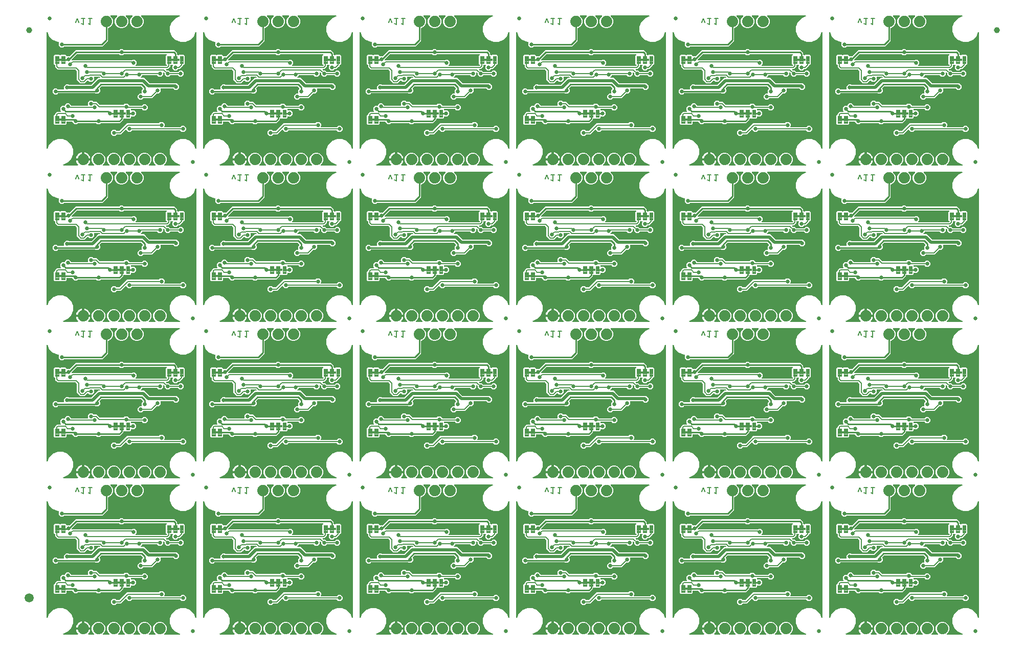
<source format=gbl>
G04 EAGLE Gerber RS-274X export*
G75*
%MOMM*%
%FSLAX34Y34*%
%LPD*%
%INBottom Copper*%
%IPPOS*%
%AMOC8*
5,1,8,0,0,1.08239X$1,22.5*%
G01*
%ADD10C,0.203200*%
%ADD11C,0.099059*%
%ADD12C,1.879600*%
%ADD13C,0.635000*%
%ADD14C,1.000000*%
%ADD15C,1.500000*%
%ADD16C,0.660400*%
%ADD17C,0.508000*%
%ADD18C,0.304800*%
%ADD19C,0.254000*%
%ADD20C,0.177800*%

G36*
X313508Y780042D02*
X313508Y780042D01*
X313560Y780041D01*
X313639Y780062D01*
X313720Y780075D01*
X313766Y780097D01*
X313816Y780111D01*
X313885Y780155D01*
X313959Y780190D01*
X313997Y780226D01*
X314040Y780253D01*
X314093Y780316D01*
X314153Y780372D01*
X314179Y780416D01*
X314212Y780456D01*
X314245Y780531D01*
X314285Y780602D01*
X314297Y780653D01*
X314317Y780700D01*
X314325Y780782D01*
X314343Y780862D01*
X314339Y780913D01*
X314344Y780965D01*
X314328Y781045D01*
X314321Y781127D01*
X314302Y781175D01*
X314292Y781225D01*
X314264Y781269D01*
X314222Y781374D01*
X314109Y781513D01*
X314085Y781551D01*
X313474Y782162D01*
X312369Y783683D01*
X311516Y785357D01*
X310935Y787144D01*
X310774Y788163D01*
X321691Y788163D01*
X321792Y788178D01*
X321895Y788186D01*
X321923Y788198D01*
X321954Y788203D01*
X322046Y788247D01*
X322141Y788285D01*
X322165Y788305D01*
X322193Y788318D01*
X322268Y788388D01*
X322348Y788453D01*
X322365Y788479D01*
X322387Y788500D01*
X322438Y788589D01*
X322495Y788674D01*
X322500Y788698D01*
X322519Y788730D01*
X322577Y788990D01*
X322574Y789028D01*
X322579Y789051D01*
X322579Y789941D01*
X322581Y789941D01*
X322581Y789051D01*
X322596Y788949D01*
X322605Y788847D01*
X322616Y788819D01*
X322621Y788788D01*
X322665Y788696D01*
X322704Y788600D01*
X322723Y788577D01*
X322736Y788549D01*
X322806Y788474D01*
X322871Y788394D01*
X322897Y788377D01*
X322918Y788355D01*
X323007Y788304D01*
X323092Y788247D01*
X323116Y788241D01*
X323149Y788223D01*
X323408Y788165D01*
X323446Y788168D01*
X323469Y788163D01*
X334386Y788163D01*
X334225Y787144D01*
X333644Y785357D01*
X332791Y783683D01*
X331686Y782162D01*
X331075Y781551D01*
X331044Y781510D01*
X331007Y781474D01*
X330966Y781403D01*
X330917Y781337D01*
X330900Y781288D01*
X330875Y781244D01*
X330857Y781164D01*
X330830Y781086D01*
X330828Y781034D01*
X330817Y780984D01*
X330824Y780902D01*
X330821Y780820D01*
X330834Y780771D01*
X330839Y780719D01*
X330869Y780643D01*
X330891Y780564D01*
X330918Y780520D01*
X330938Y780472D01*
X330989Y780409D01*
X331033Y780340D01*
X331073Y780306D01*
X331105Y780266D01*
X331173Y780221D01*
X331236Y780168D01*
X331283Y780147D01*
X331326Y780119D01*
X331377Y780107D01*
X331480Y780063D01*
X331659Y780045D01*
X331703Y780035D01*
X339935Y780035D01*
X339986Y780042D01*
X340037Y780041D01*
X340116Y780062D01*
X340197Y780075D01*
X340244Y780097D01*
X340294Y780111D01*
X340363Y780155D01*
X340437Y780190D01*
X340474Y780225D01*
X340518Y780253D01*
X340571Y780316D01*
X340631Y780372D01*
X340657Y780416D01*
X340690Y780456D01*
X340722Y780531D01*
X340763Y780602D01*
X340774Y780653D01*
X340794Y780700D01*
X340803Y780782D01*
X340821Y780862D01*
X340817Y780913D01*
X340822Y780965D01*
X340806Y781045D01*
X340799Y781127D01*
X340780Y781175D01*
X340770Y781225D01*
X340742Y781269D01*
X340700Y781374D01*
X340587Y781513D01*
X340563Y781551D01*
X338505Y783609D01*
X336803Y787717D01*
X336803Y792163D01*
X338505Y796271D01*
X341649Y799415D01*
X345757Y801117D01*
X350203Y801117D01*
X354311Y799415D01*
X357455Y796271D01*
X359157Y792163D01*
X359157Y787717D01*
X357455Y783609D01*
X355397Y781551D01*
X355367Y781510D01*
X355329Y781474D01*
X355288Y781403D01*
X355240Y781337D01*
X355223Y781288D01*
X355197Y781244D01*
X355179Y781164D01*
X355152Y781086D01*
X355150Y781034D01*
X355139Y780984D01*
X355146Y780902D01*
X355143Y780820D01*
X355157Y780771D01*
X355161Y780719D01*
X355191Y780643D01*
X355213Y780564D01*
X355241Y780520D01*
X355260Y780472D01*
X355312Y780409D01*
X355356Y780340D01*
X355395Y780306D01*
X355427Y780266D01*
X355496Y780221D01*
X355558Y780168D01*
X355606Y780147D01*
X355649Y780119D01*
X355699Y780107D01*
X355803Y780063D01*
X355981Y780045D01*
X356025Y780035D01*
X365335Y780035D01*
X365386Y780042D01*
X365437Y780041D01*
X365516Y780062D01*
X365597Y780075D01*
X365644Y780097D01*
X365694Y780111D01*
X365763Y780155D01*
X365837Y780190D01*
X365874Y780225D01*
X365918Y780253D01*
X365971Y780316D01*
X366031Y780372D01*
X366057Y780416D01*
X366090Y780456D01*
X366122Y780531D01*
X366163Y780602D01*
X366174Y780653D01*
X366194Y780700D01*
X366203Y780782D01*
X366221Y780862D01*
X366217Y780913D01*
X366222Y780965D01*
X366206Y781045D01*
X366199Y781127D01*
X366180Y781175D01*
X366170Y781225D01*
X366142Y781269D01*
X366100Y781374D01*
X365987Y781513D01*
X365963Y781551D01*
X363905Y783609D01*
X362203Y787717D01*
X362203Y792163D01*
X363905Y796271D01*
X367049Y799415D01*
X371157Y801117D01*
X375603Y801117D01*
X379711Y799415D01*
X382855Y796271D01*
X384557Y792163D01*
X384557Y787717D01*
X382855Y783609D01*
X380797Y781551D01*
X380767Y781510D01*
X380729Y781474D01*
X380688Y781403D01*
X380640Y781337D01*
X380623Y781288D01*
X380597Y781244D01*
X380579Y781164D01*
X380552Y781086D01*
X380550Y781034D01*
X380539Y780984D01*
X380546Y780902D01*
X380543Y780820D01*
X380557Y780771D01*
X380561Y780719D01*
X380591Y780643D01*
X380613Y780564D01*
X380641Y780520D01*
X380660Y780472D01*
X380712Y780409D01*
X380756Y780340D01*
X380795Y780306D01*
X380827Y780266D01*
X380896Y780221D01*
X380958Y780168D01*
X381006Y780147D01*
X381049Y780119D01*
X381099Y780107D01*
X381203Y780063D01*
X381381Y780045D01*
X381425Y780035D01*
X390735Y780035D01*
X390786Y780042D01*
X390837Y780041D01*
X390916Y780062D01*
X390997Y780075D01*
X391044Y780097D01*
X391094Y780111D01*
X391163Y780155D01*
X391237Y780190D01*
X391274Y780225D01*
X391318Y780253D01*
X391371Y780316D01*
X391431Y780372D01*
X391457Y780416D01*
X391490Y780456D01*
X391522Y780531D01*
X391563Y780602D01*
X391574Y780653D01*
X391594Y780700D01*
X391603Y780782D01*
X391621Y780862D01*
X391617Y780913D01*
X391622Y780965D01*
X391606Y781045D01*
X391599Y781127D01*
X391580Y781175D01*
X391570Y781225D01*
X391542Y781269D01*
X391500Y781374D01*
X391387Y781513D01*
X391363Y781551D01*
X389305Y783609D01*
X387603Y787717D01*
X387603Y792163D01*
X389305Y796271D01*
X392449Y799415D01*
X396557Y801117D01*
X401003Y801117D01*
X405111Y799415D01*
X408255Y796271D01*
X409957Y792163D01*
X409957Y787717D01*
X408255Y783609D01*
X406197Y781551D01*
X406167Y781510D01*
X406129Y781474D01*
X406088Y781403D01*
X406040Y781337D01*
X406023Y781288D01*
X405997Y781244D01*
X405979Y781164D01*
X405952Y781086D01*
X405950Y781034D01*
X405939Y780984D01*
X405946Y780902D01*
X405943Y780820D01*
X405957Y780771D01*
X405961Y780719D01*
X405991Y780643D01*
X406013Y780564D01*
X406041Y780520D01*
X406060Y780472D01*
X406112Y780409D01*
X406156Y780340D01*
X406195Y780306D01*
X406227Y780266D01*
X406296Y780221D01*
X406358Y780168D01*
X406406Y780147D01*
X406449Y780119D01*
X406499Y780107D01*
X406603Y780063D01*
X406781Y780045D01*
X406825Y780035D01*
X416135Y780035D01*
X416186Y780042D01*
X416237Y780041D01*
X416316Y780062D01*
X416397Y780075D01*
X416444Y780097D01*
X416494Y780111D01*
X416563Y780155D01*
X416637Y780190D01*
X416674Y780225D01*
X416718Y780253D01*
X416771Y780316D01*
X416831Y780372D01*
X416857Y780416D01*
X416890Y780456D01*
X416922Y780531D01*
X416963Y780602D01*
X416974Y780653D01*
X416994Y780700D01*
X417003Y780782D01*
X417021Y780862D01*
X417017Y780913D01*
X417022Y780965D01*
X417006Y781045D01*
X416999Y781127D01*
X416980Y781175D01*
X416970Y781225D01*
X416942Y781269D01*
X416900Y781374D01*
X416787Y781513D01*
X416763Y781551D01*
X414705Y783609D01*
X413003Y787717D01*
X413003Y792163D01*
X414705Y796271D01*
X417849Y799415D01*
X421957Y801117D01*
X426403Y801117D01*
X430511Y799415D01*
X433655Y796271D01*
X435357Y792163D01*
X435357Y787717D01*
X433655Y783609D01*
X431597Y781551D01*
X431567Y781510D01*
X431529Y781474D01*
X431488Y781403D01*
X431440Y781337D01*
X431423Y781288D01*
X431397Y781244D01*
X431379Y781164D01*
X431352Y781086D01*
X431350Y781034D01*
X431339Y780984D01*
X431346Y780902D01*
X431343Y780820D01*
X431357Y780771D01*
X431361Y780719D01*
X431391Y780643D01*
X431413Y780564D01*
X431441Y780520D01*
X431460Y780472D01*
X431512Y780409D01*
X431556Y780340D01*
X431595Y780306D01*
X431627Y780266D01*
X431696Y780221D01*
X431758Y780168D01*
X431806Y780147D01*
X431849Y780119D01*
X431899Y780107D01*
X432003Y780063D01*
X432181Y780045D01*
X432225Y780035D01*
X441535Y780035D01*
X441586Y780042D01*
X441637Y780041D01*
X441716Y780062D01*
X441797Y780075D01*
X441844Y780097D01*
X441894Y780111D01*
X441963Y780155D01*
X442037Y780190D01*
X442074Y780225D01*
X442118Y780253D01*
X442171Y780316D01*
X442231Y780372D01*
X442257Y780416D01*
X442290Y780456D01*
X442322Y780531D01*
X442363Y780602D01*
X442374Y780653D01*
X442394Y780700D01*
X442403Y780782D01*
X442421Y780862D01*
X442417Y780913D01*
X442422Y780965D01*
X442406Y781045D01*
X442399Y781127D01*
X442380Y781175D01*
X442370Y781225D01*
X442342Y781269D01*
X442300Y781374D01*
X442187Y781513D01*
X442163Y781551D01*
X440105Y783609D01*
X438403Y787717D01*
X438403Y792163D01*
X440105Y796271D01*
X443249Y799415D01*
X447357Y801117D01*
X451803Y801117D01*
X455911Y799415D01*
X459055Y796271D01*
X460757Y792163D01*
X460757Y787717D01*
X459055Y783609D01*
X456997Y781551D01*
X456967Y781510D01*
X456929Y781474D01*
X456888Y781403D01*
X456840Y781337D01*
X456823Y781288D01*
X456797Y781244D01*
X456779Y781164D01*
X456752Y781086D01*
X456750Y781034D01*
X456739Y780984D01*
X456746Y780902D01*
X456743Y780820D01*
X456757Y780771D01*
X456761Y780719D01*
X456791Y780643D01*
X456813Y780564D01*
X456841Y780520D01*
X456860Y780472D01*
X456912Y780409D01*
X456956Y780340D01*
X456995Y780306D01*
X457027Y780266D01*
X457096Y780221D01*
X457158Y780168D01*
X457206Y780147D01*
X457249Y780119D01*
X457299Y780107D01*
X457403Y780063D01*
X457581Y780045D01*
X457625Y780035D01*
X482033Y780035D01*
X482124Y780049D01*
X482216Y780054D01*
X482255Y780068D01*
X482296Y780075D01*
X482379Y780115D01*
X482465Y780147D01*
X482498Y780172D01*
X482535Y780190D01*
X482603Y780253D01*
X482676Y780310D01*
X482699Y780344D01*
X482729Y780372D01*
X482775Y780452D01*
X482828Y780527D01*
X482841Y780567D01*
X482861Y780602D01*
X482881Y780692D01*
X482910Y780780D01*
X482910Y780822D01*
X482919Y780862D01*
X482912Y780954D01*
X482913Y781046D01*
X482901Y781086D01*
X482897Y781127D01*
X482863Y781213D01*
X482837Y781301D01*
X482814Y781335D01*
X482798Y781374D01*
X482740Y781445D01*
X482689Y781522D01*
X482663Y781540D01*
X482631Y781580D01*
X482410Y781727D01*
X482390Y781732D01*
X482373Y781744D01*
X475594Y784552D01*
X469592Y790554D01*
X466343Y798396D01*
X466343Y806884D01*
X469592Y814726D01*
X475594Y820728D01*
X483436Y823977D01*
X491924Y823977D01*
X499766Y820728D01*
X505768Y814726D01*
X508576Y807947D01*
X508624Y807868D01*
X508664Y807785D01*
X508692Y807755D01*
X508714Y807720D01*
X508783Y807658D01*
X508846Y807591D01*
X508882Y807570D01*
X508912Y807543D01*
X508996Y807505D01*
X509076Y807459D01*
X509117Y807450D01*
X509154Y807433D01*
X509246Y807421D01*
X509336Y807401D01*
X509377Y807404D01*
X509418Y807399D01*
X509509Y807415D01*
X509601Y807423D01*
X509639Y807438D01*
X509680Y807445D01*
X509762Y807487D01*
X509848Y807522D01*
X509880Y807548D01*
X509916Y807566D01*
X509982Y807631D01*
X510054Y807689D01*
X510077Y807723D01*
X510106Y807752D01*
X510150Y807833D01*
X510201Y807910D01*
X510208Y807941D01*
X510233Y807986D01*
X510284Y808247D01*
X510281Y808267D01*
X510285Y808287D01*
X510285Y1000193D01*
X510271Y1000284D01*
X510266Y1000376D01*
X510252Y1000415D01*
X510245Y1000456D01*
X510205Y1000539D01*
X510173Y1000625D01*
X510148Y1000658D01*
X510130Y1000695D01*
X510067Y1000763D01*
X510010Y1000836D01*
X509976Y1000859D01*
X509948Y1000889D01*
X509868Y1000935D01*
X509793Y1000988D01*
X509753Y1001001D01*
X509718Y1001021D01*
X509628Y1001041D01*
X509540Y1001070D01*
X509498Y1001070D01*
X509458Y1001079D01*
X509366Y1001072D01*
X509274Y1001073D01*
X509234Y1001061D01*
X509193Y1001057D01*
X509107Y1001023D01*
X509019Y1000997D01*
X508985Y1000974D01*
X508946Y1000958D01*
X508875Y1000900D01*
X508798Y1000849D01*
X508780Y1000823D01*
X508740Y1000791D01*
X508593Y1000570D01*
X508588Y1000550D01*
X508576Y1000533D01*
X505768Y993754D01*
X499766Y987752D01*
X491924Y984503D01*
X483436Y984503D01*
X475594Y987752D01*
X469592Y993754D01*
X466343Y1001596D01*
X466343Y1010084D01*
X469592Y1017926D01*
X475594Y1023928D01*
X482373Y1026736D01*
X482452Y1026784D01*
X482535Y1026824D01*
X482565Y1026852D01*
X482600Y1026874D01*
X482662Y1026943D01*
X482729Y1027006D01*
X482750Y1027042D01*
X482777Y1027072D01*
X482815Y1027156D01*
X482861Y1027236D01*
X482870Y1027277D01*
X482887Y1027314D01*
X482899Y1027406D01*
X482919Y1027496D01*
X482916Y1027537D01*
X482921Y1027578D01*
X482905Y1027669D01*
X482897Y1027761D01*
X482882Y1027799D01*
X482875Y1027840D01*
X482833Y1027922D01*
X482798Y1028008D01*
X482772Y1028040D01*
X482754Y1028076D01*
X482689Y1028142D01*
X482631Y1028214D01*
X482597Y1028237D01*
X482568Y1028266D01*
X482487Y1028310D01*
X482410Y1028361D01*
X482379Y1028368D01*
X482334Y1028393D01*
X482073Y1028444D01*
X482053Y1028441D01*
X482033Y1028445D01*
X419525Y1028445D01*
X419474Y1028438D01*
X419423Y1028439D01*
X419344Y1028418D01*
X419263Y1028405D01*
X419216Y1028383D01*
X419166Y1028369D01*
X419097Y1028325D01*
X419023Y1028290D01*
X418986Y1028255D01*
X418942Y1028227D01*
X418889Y1028164D01*
X418829Y1028108D01*
X418803Y1028064D01*
X418770Y1028024D01*
X418738Y1027949D01*
X418697Y1027878D01*
X418686Y1027827D01*
X418666Y1027780D01*
X418657Y1027698D01*
X418639Y1027618D01*
X418643Y1027567D01*
X418638Y1027515D01*
X418654Y1027435D01*
X418661Y1027353D01*
X418680Y1027305D01*
X418690Y1027255D01*
X418718Y1027211D01*
X418760Y1027106D01*
X418873Y1026967D01*
X418897Y1026929D01*
X420955Y1024871D01*
X422657Y1020763D01*
X422657Y1016317D01*
X420955Y1012209D01*
X417811Y1009065D01*
X413703Y1007363D01*
X409257Y1007363D01*
X405149Y1009065D01*
X402005Y1012209D01*
X400303Y1016317D01*
X400303Y1020763D01*
X402005Y1024871D01*
X404063Y1026929D01*
X404093Y1026970D01*
X404131Y1027006D01*
X404172Y1027077D01*
X404220Y1027143D01*
X404237Y1027192D01*
X404263Y1027236D01*
X404281Y1027316D01*
X404308Y1027394D01*
X404310Y1027446D01*
X404321Y1027496D01*
X404314Y1027578D01*
X404317Y1027660D01*
X404303Y1027709D01*
X404299Y1027761D01*
X404269Y1027837D01*
X404247Y1027916D01*
X404219Y1027960D01*
X404200Y1028008D01*
X404148Y1028071D01*
X404104Y1028140D01*
X404065Y1028174D01*
X404033Y1028214D01*
X403964Y1028259D01*
X403902Y1028312D01*
X403854Y1028333D01*
X403811Y1028361D01*
X403761Y1028373D01*
X403657Y1028417D01*
X403479Y1028435D01*
X403435Y1028445D01*
X394125Y1028445D01*
X394074Y1028438D01*
X394023Y1028439D01*
X393944Y1028418D01*
X393863Y1028405D01*
X393816Y1028383D01*
X393766Y1028369D01*
X393697Y1028325D01*
X393623Y1028290D01*
X393586Y1028255D01*
X393542Y1028227D01*
X393489Y1028164D01*
X393429Y1028108D01*
X393403Y1028064D01*
X393370Y1028024D01*
X393338Y1027949D01*
X393297Y1027878D01*
X393286Y1027827D01*
X393266Y1027780D01*
X393257Y1027698D01*
X393239Y1027618D01*
X393243Y1027567D01*
X393238Y1027515D01*
X393254Y1027435D01*
X393261Y1027353D01*
X393280Y1027305D01*
X393290Y1027255D01*
X393318Y1027211D01*
X393360Y1027106D01*
X393473Y1026967D01*
X393497Y1026929D01*
X395555Y1024871D01*
X397257Y1020763D01*
X397257Y1016317D01*
X395555Y1012209D01*
X392411Y1009065D01*
X388303Y1007363D01*
X383857Y1007363D01*
X379749Y1009065D01*
X376605Y1012209D01*
X374903Y1016317D01*
X374903Y1020763D01*
X376605Y1024871D01*
X378663Y1026929D01*
X378693Y1026970D01*
X378731Y1027006D01*
X378772Y1027077D01*
X378820Y1027143D01*
X378837Y1027192D01*
X378863Y1027236D01*
X378881Y1027316D01*
X378908Y1027394D01*
X378910Y1027446D01*
X378921Y1027496D01*
X378914Y1027578D01*
X378917Y1027660D01*
X378903Y1027709D01*
X378899Y1027761D01*
X378869Y1027837D01*
X378847Y1027916D01*
X378819Y1027960D01*
X378800Y1028008D01*
X378748Y1028071D01*
X378704Y1028140D01*
X378665Y1028174D01*
X378633Y1028214D01*
X378564Y1028259D01*
X378502Y1028312D01*
X378454Y1028333D01*
X378411Y1028361D01*
X378361Y1028373D01*
X378257Y1028417D01*
X378079Y1028435D01*
X378035Y1028445D01*
X368725Y1028445D01*
X368674Y1028438D01*
X368623Y1028439D01*
X368544Y1028418D01*
X368463Y1028405D01*
X368416Y1028383D01*
X368366Y1028369D01*
X368297Y1028325D01*
X368223Y1028290D01*
X368186Y1028255D01*
X368142Y1028227D01*
X368089Y1028164D01*
X368029Y1028108D01*
X368003Y1028064D01*
X367970Y1028024D01*
X367938Y1027949D01*
X367897Y1027878D01*
X367886Y1027827D01*
X367866Y1027780D01*
X367857Y1027698D01*
X367839Y1027618D01*
X367843Y1027567D01*
X367838Y1027515D01*
X367854Y1027435D01*
X367861Y1027353D01*
X367880Y1027305D01*
X367890Y1027255D01*
X367918Y1027211D01*
X367960Y1027106D01*
X368073Y1026967D01*
X368097Y1026929D01*
X370155Y1024871D01*
X371857Y1020763D01*
X371857Y1016317D01*
X370155Y1012209D01*
X367011Y1009065D01*
X364277Y1007932D01*
X364224Y1007900D01*
X364166Y1007877D01*
X364111Y1007832D01*
X364049Y1007795D01*
X364008Y1007749D01*
X363960Y1007710D01*
X363920Y1007650D01*
X363873Y1007596D01*
X363847Y1007540D01*
X363813Y1007489D01*
X363802Y1007441D01*
X363763Y1007355D01*
X363736Y1007142D01*
X363729Y1007112D01*
X363729Y986797D01*
X354323Y977391D01*
X291524Y977391D01*
X291504Y977388D01*
X291483Y977390D01*
X291372Y977368D01*
X291262Y977351D01*
X291243Y977342D01*
X291222Y977338D01*
X291184Y977314D01*
X291022Y977236D01*
X290940Y977159D01*
X290896Y977131D01*
X289125Y975359D01*
X284915Y975359D01*
X281939Y978335D01*
X281939Y982545D01*
X282382Y982987D01*
X282412Y983028D01*
X282450Y983064D01*
X282491Y983135D01*
X282539Y983201D01*
X282556Y983250D01*
X282582Y983294D01*
X282600Y983374D01*
X282627Y983452D01*
X282629Y983504D01*
X282640Y983554D01*
X282633Y983636D01*
X282636Y983718D01*
X282622Y983767D01*
X282618Y983819D01*
X282588Y983895D01*
X282566Y983974D01*
X282538Y984018D01*
X282519Y984066D01*
X282467Y984129D01*
X282423Y984198D01*
X282384Y984232D01*
X282352Y984272D01*
X282283Y984317D01*
X282221Y984370D01*
X282173Y984391D01*
X282130Y984419D01*
X282080Y984431D01*
X281976Y984475D01*
X281798Y984493D01*
X281754Y984503D01*
X280236Y984503D01*
X272394Y987752D01*
X266392Y993754D01*
X263584Y1000533D01*
X263536Y1000612D01*
X263496Y1000695D01*
X263468Y1000725D01*
X263446Y1000760D01*
X263377Y1000822D01*
X263314Y1000889D01*
X263278Y1000910D01*
X263248Y1000937D01*
X263164Y1000975D01*
X263084Y1001021D01*
X263043Y1001030D01*
X263006Y1001047D01*
X262914Y1001059D01*
X262824Y1001079D01*
X262783Y1001076D01*
X262742Y1001081D01*
X262651Y1001065D01*
X262559Y1001057D01*
X262521Y1001042D01*
X262480Y1001035D01*
X262398Y1000993D01*
X262312Y1000958D01*
X262280Y1000932D01*
X262244Y1000914D01*
X262178Y1000849D01*
X262106Y1000791D01*
X262083Y1000757D01*
X262054Y1000728D01*
X262010Y1000647D01*
X261959Y1000570D01*
X261952Y1000539D01*
X261927Y1000494D01*
X261876Y1000233D01*
X261879Y1000213D01*
X261875Y1000193D01*
X261875Y808287D01*
X261889Y808196D01*
X261894Y808104D01*
X261908Y808065D01*
X261915Y808024D01*
X261955Y807941D01*
X261987Y807855D01*
X262012Y807822D01*
X262030Y807785D01*
X262093Y807717D01*
X262150Y807644D01*
X262184Y807621D01*
X262212Y807591D01*
X262292Y807545D01*
X262367Y807492D01*
X262407Y807479D01*
X262442Y807459D01*
X262532Y807439D01*
X262620Y807410D01*
X262662Y807410D01*
X262702Y807401D01*
X262794Y807408D01*
X262886Y807407D01*
X262926Y807419D01*
X262967Y807423D01*
X263053Y807457D01*
X263141Y807483D01*
X263175Y807506D01*
X263214Y807522D01*
X263285Y807580D01*
X263362Y807631D01*
X263380Y807657D01*
X263420Y807689D01*
X263567Y807910D01*
X263572Y807930D01*
X263584Y807947D01*
X266392Y814726D01*
X272394Y820728D01*
X280236Y823977D01*
X288724Y823977D01*
X296566Y820728D01*
X302568Y814726D01*
X305817Y806884D01*
X305817Y798396D01*
X302568Y790554D01*
X296566Y784552D01*
X289787Y781744D01*
X289708Y781696D01*
X289625Y781656D01*
X289595Y781628D01*
X289560Y781606D01*
X289498Y781537D01*
X289431Y781474D01*
X289410Y781438D01*
X289383Y781408D01*
X289345Y781324D01*
X289299Y781244D01*
X289290Y781203D01*
X289273Y781166D01*
X289261Y781074D01*
X289241Y780984D01*
X289244Y780943D01*
X289239Y780902D01*
X289255Y780811D01*
X289263Y780719D01*
X289278Y780681D01*
X289285Y780640D01*
X289327Y780558D01*
X289362Y780472D01*
X289388Y780440D01*
X289406Y780404D01*
X289471Y780338D01*
X289529Y780266D01*
X289563Y780243D01*
X289592Y780214D01*
X289673Y780170D01*
X289750Y780119D01*
X289781Y780112D01*
X289826Y780087D01*
X290087Y780036D01*
X290107Y780039D01*
X290127Y780035D01*
X313457Y780035D01*
X313508Y780042D01*
G37*
G36*
X313508Y261882D02*
X313508Y261882D01*
X313560Y261881D01*
X313639Y261902D01*
X313720Y261915D01*
X313766Y261937D01*
X313816Y261951D01*
X313885Y261995D01*
X313959Y262030D01*
X313997Y262066D01*
X314040Y262093D01*
X314093Y262156D01*
X314153Y262212D01*
X314179Y262256D01*
X314212Y262296D01*
X314245Y262371D01*
X314285Y262442D01*
X314297Y262493D01*
X314317Y262540D01*
X314325Y262622D01*
X314343Y262702D01*
X314339Y262753D01*
X314344Y262805D01*
X314328Y262885D01*
X314321Y262967D01*
X314302Y263015D01*
X314292Y263065D01*
X314264Y263109D01*
X314222Y263214D01*
X314109Y263353D01*
X314085Y263391D01*
X313474Y264002D01*
X312369Y265523D01*
X311516Y267197D01*
X310935Y268984D01*
X310774Y270003D01*
X321691Y270003D01*
X321792Y270018D01*
X321895Y270026D01*
X321923Y270038D01*
X321954Y270043D01*
X322046Y270087D01*
X322141Y270125D01*
X322165Y270145D01*
X322193Y270158D01*
X322268Y270228D01*
X322348Y270293D01*
X322365Y270319D01*
X322387Y270340D01*
X322438Y270429D01*
X322495Y270514D01*
X322500Y270538D01*
X322519Y270570D01*
X322577Y270830D01*
X322574Y270868D01*
X322579Y270891D01*
X322579Y271781D01*
X322581Y271781D01*
X322581Y270891D01*
X322596Y270789D01*
X322605Y270687D01*
X322616Y270659D01*
X322621Y270628D01*
X322665Y270536D01*
X322704Y270440D01*
X322723Y270417D01*
X322736Y270389D01*
X322806Y270314D01*
X322871Y270234D01*
X322897Y270217D01*
X322918Y270195D01*
X323007Y270144D01*
X323092Y270087D01*
X323116Y270081D01*
X323149Y270063D01*
X323408Y270005D01*
X323446Y270008D01*
X323469Y270003D01*
X334386Y270003D01*
X334225Y268984D01*
X333644Y267197D01*
X332791Y265523D01*
X331686Y264002D01*
X331075Y263391D01*
X331044Y263350D01*
X331007Y263314D01*
X330966Y263243D01*
X330917Y263177D01*
X330900Y263128D01*
X330875Y263084D01*
X330857Y263004D01*
X330830Y262926D01*
X330828Y262874D01*
X330817Y262824D01*
X330824Y262742D01*
X330821Y262660D01*
X330834Y262611D01*
X330839Y262559D01*
X330869Y262483D01*
X330891Y262404D01*
X330918Y262360D01*
X330938Y262312D01*
X330989Y262249D01*
X331033Y262180D01*
X331073Y262146D01*
X331105Y262106D01*
X331173Y262061D01*
X331236Y262008D01*
X331283Y261987D01*
X331326Y261959D01*
X331377Y261947D01*
X331480Y261903D01*
X331659Y261885D01*
X331703Y261875D01*
X339935Y261875D01*
X339986Y261882D01*
X340037Y261881D01*
X340116Y261902D01*
X340197Y261915D01*
X340244Y261937D01*
X340294Y261951D01*
X340363Y261995D01*
X340437Y262030D01*
X340474Y262065D01*
X340518Y262093D01*
X340571Y262156D01*
X340631Y262212D01*
X340657Y262256D01*
X340690Y262296D01*
X340722Y262371D01*
X340763Y262442D01*
X340774Y262493D01*
X340794Y262540D01*
X340803Y262622D01*
X340821Y262702D01*
X340817Y262753D01*
X340822Y262805D01*
X340806Y262885D01*
X340799Y262967D01*
X340780Y263015D01*
X340770Y263065D01*
X340742Y263109D01*
X340700Y263214D01*
X340587Y263353D01*
X340563Y263391D01*
X338505Y265449D01*
X336803Y269557D01*
X336803Y274003D01*
X338505Y278111D01*
X341649Y281255D01*
X345757Y282957D01*
X350203Y282957D01*
X354311Y281255D01*
X357455Y278111D01*
X359157Y274003D01*
X359157Y269557D01*
X357455Y265449D01*
X355397Y263391D01*
X355367Y263350D01*
X355329Y263314D01*
X355288Y263243D01*
X355240Y263177D01*
X355223Y263128D01*
X355197Y263084D01*
X355179Y263004D01*
X355152Y262926D01*
X355150Y262874D01*
X355139Y262824D01*
X355146Y262742D01*
X355143Y262660D01*
X355157Y262611D01*
X355161Y262559D01*
X355191Y262483D01*
X355213Y262404D01*
X355241Y262360D01*
X355260Y262312D01*
X355312Y262249D01*
X355356Y262180D01*
X355395Y262146D01*
X355427Y262106D01*
X355496Y262061D01*
X355558Y262008D01*
X355606Y261987D01*
X355649Y261959D01*
X355699Y261947D01*
X355803Y261903D01*
X355981Y261885D01*
X356025Y261875D01*
X365335Y261875D01*
X365386Y261882D01*
X365437Y261881D01*
X365516Y261902D01*
X365597Y261915D01*
X365644Y261937D01*
X365694Y261951D01*
X365763Y261995D01*
X365837Y262030D01*
X365874Y262065D01*
X365918Y262093D01*
X365971Y262156D01*
X366031Y262212D01*
X366057Y262256D01*
X366090Y262296D01*
X366122Y262371D01*
X366163Y262442D01*
X366174Y262493D01*
X366194Y262540D01*
X366203Y262622D01*
X366221Y262702D01*
X366217Y262753D01*
X366222Y262805D01*
X366206Y262885D01*
X366199Y262967D01*
X366180Y263015D01*
X366170Y263065D01*
X366142Y263109D01*
X366100Y263214D01*
X365987Y263353D01*
X365963Y263391D01*
X363905Y265449D01*
X362203Y269557D01*
X362203Y274003D01*
X363905Y278111D01*
X367049Y281255D01*
X371157Y282957D01*
X375603Y282957D01*
X379711Y281255D01*
X382855Y278111D01*
X384557Y274003D01*
X384557Y269557D01*
X382855Y265449D01*
X380797Y263391D01*
X380767Y263350D01*
X380729Y263314D01*
X380688Y263243D01*
X380640Y263177D01*
X380623Y263128D01*
X380597Y263084D01*
X380579Y263004D01*
X380552Y262926D01*
X380550Y262874D01*
X380539Y262824D01*
X380546Y262742D01*
X380543Y262660D01*
X380557Y262611D01*
X380561Y262559D01*
X380591Y262483D01*
X380613Y262404D01*
X380641Y262360D01*
X380660Y262312D01*
X380712Y262249D01*
X380756Y262180D01*
X380795Y262146D01*
X380827Y262106D01*
X380896Y262061D01*
X380958Y262008D01*
X381006Y261987D01*
X381049Y261959D01*
X381099Y261947D01*
X381203Y261903D01*
X381381Y261885D01*
X381425Y261875D01*
X390735Y261875D01*
X390786Y261882D01*
X390837Y261881D01*
X390916Y261902D01*
X390997Y261915D01*
X391044Y261937D01*
X391094Y261951D01*
X391163Y261995D01*
X391237Y262030D01*
X391274Y262065D01*
X391318Y262093D01*
X391371Y262156D01*
X391431Y262212D01*
X391457Y262256D01*
X391490Y262296D01*
X391522Y262371D01*
X391563Y262442D01*
X391574Y262493D01*
X391594Y262540D01*
X391603Y262622D01*
X391621Y262702D01*
X391617Y262753D01*
X391622Y262805D01*
X391606Y262885D01*
X391599Y262967D01*
X391580Y263015D01*
X391570Y263065D01*
X391542Y263109D01*
X391500Y263214D01*
X391387Y263353D01*
X391363Y263391D01*
X389305Y265449D01*
X387603Y269557D01*
X387603Y274003D01*
X389305Y278111D01*
X392449Y281255D01*
X396557Y282957D01*
X401003Y282957D01*
X405111Y281255D01*
X408255Y278111D01*
X409957Y274003D01*
X409957Y269557D01*
X408255Y265449D01*
X406197Y263391D01*
X406167Y263350D01*
X406129Y263314D01*
X406088Y263243D01*
X406040Y263177D01*
X406023Y263128D01*
X405997Y263084D01*
X405979Y263004D01*
X405952Y262926D01*
X405950Y262874D01*
X405939Y262824D01*
X405946Y262742D01*
X405943Y262660D01*
X405957Y262611D01*
X405961Y262559D01*
X405991Y262483D01*
X406013Y262404D01*
X406041Y262360D01*
X406060Y262312D01*
X406112Y262249D01*
X406156Y262180D01*
X406195Y262146D01*
X406227Y262106D01*
X406296Y262061D01*
X406358Y262008D01*
X406406Y261987D01*
X406449Y261959D01*
X406499Y261947D01*
X406603Y261903D01*
X406781Y261885D01*
X406825Y261875D01*
X416135Y261875D01*
X416186Y261882D01*
X416237Y261881D01*
X416316Y261902D01*
X416397Y261915D01*
X416444Y261937D01*
X416494Y261951D01*
X416563Y261995D01*
X416637Y262030D01*
X416674Y262065D01*
X416718Y262093D01*
X416771Y262156D01*
X416831Y262212D01*
X416857Y262256D01*
X416890Y262296D01*
X416922Y262371D01*
X416963Y262442D01*
X416974Y262493D01*
X416994Y262540D01*
X417003Y262622D01*
X417021Y262702D01*
X417017Y262753D01*
X417022Y262805D01*
X417006Y262885D01*
X416999Y262967D01*
X416980Y263015D01*
X416970Y263065D01*
X416942Y263109D01*
X416900Y263214D01*
X416787Y263353D01*
X416763Y263391D01*
X414705Y265449D01*
X413003Y269557D01*
X413003Y274003D01*
X414705Y278111D01*
X417849Y281255D01*
X421957Y282957D01*
X426403Y282957D01*
X430511Y281255D01*
X433655Y278111D01*
X435357Y274003D01*
X435357Y269557D01*
X433655Y265449D01*
X431597Y263391D01*
X431567Y263350D01*
X431529Y263314D01*
X431488Y263243D01*
X431440Y263177D01*
X431423Y263128D01*
X431397Y263084D01*
X431379Y263004D01*
X431352Y262926D01*
X431350Y262874D01*
X431339Y262824D01*
X431346Y262742D01*
X431343Y262660D01*
X431357Y262611D01*
X431361Y262559D01*
X431391Y262483D01*
X431413Y262404D01*
X431441Y262360D01*
X431460Y262312D01*
X431512Y262249D01*
X431556Y262180D01*
X431595Y262146D01*
X431627Y262106D01*
X431696Y262061D01*
X431758Y262008D01*
X431806Y261987D01*
X431849Y261959D01*
X431899Y261947D01*
X432003Y261903D01*
X432181Y261885D01*
X432225Y261875D01*
X441535Y261875D01*
X441586Y261882D01*
X441637Y261881D01*
X441716Y261902D01*
X441797Y261915D01*
X441844Y261937D01*
X441894Y261951D01*
X441963Y261995D01*
X442037Y262030D01*
X442074Y262065D01*
X442118Y262093D01*
X442171Y262156D01*
X442231Y262212D01*
X442257Y262256D01*
X442290Y262296D01*
X442322Y262371D01*
X442363Y262442D01*
X442374Y262493D01*
X442394Y262540D01*
X442403Y262622D01*
X442421Y262702D01*
X442417Y262753D01*
X442422Y262805D01*
X442406Y262885D01*
X442399Y262967D01*
X442380Y263015D01*
X442370Y263065D01*
X442342Y263109D01*
X442300Y263214D01*
X442187Y263353D01*
X442163Y263391D01*
X440105Y265449D01*
X438403Y269557D01*
X438403Y274003D01*
X440105Y278111D01*
X443249Y281255D01*
X447357Y282957D01*
X451803Y282957D01*
X455911Y281255D01*
X459055Y278111D01*
X460757Y274003D01*
X460757Y269557D01*
X459055Y265449D01*
X456997Y263391D01*
X456967Y263350D01*
X456929Y263314D01*
X456888Y263243D01*
X456840Y263177D01*
X456823Y263128D01*
X456797Y263084D01*
X456779Y263004D01*
X456752Y262926D01*
X456750Y262874D01*
X456739Y262824D01*
X456746Y262742D01*
X456743Y262660D01*
X456757Y262611D01*
X456761Y262559D01*
X456791Y262483D01*
X456813Y262404D01*
X456841Y262360D01*
X456860Y262312D01*
X456912Y262249D01*
X456956Y262180D01*
X456995Y262146D01*
X457027Y262106D01*
X457096Y262061D01*
X457158Y262008D01*
X457206Y261987D01*
X457249Y261959D01*
X457299Y261947D01*
X457403Y261903D01*
X457581Y261885D01*
X457625Y261875D01*
X482033Y261875D01*
X482124Y261889D01*
X482216Y261894D01*
X482255Y261908D01*
X482296Y261915D01*
X482379Y261955D01*
X482465Y261987D01*
X482498Y262012D01*
X482535Y262030D01*
X482603Y262093D01*
X482676Y262150D01*
X482699Y262184D01*
X482729Y262212D01*
X482775Y262292D01*
X482828Y262367D01*
X482841Y262407D01*
X482861Y262442D01*
X482881Y262532D01*
X482910Y262620D01*
X482910Y262662D01*
X482919Y262702D01*
X482912Y262794D01*
X482913Y262886D01*
X482901Y262926D01*
X482897Y262967D01*
X482863Y263053D01*
X482837Y263141D01*
X482814Y263175D01*
X482798Y263214D01*
X482740Y263285D01*
X482689Y263362D01*
X482663Y263380D01*
X482631Y263420D01*
X482410Y263567D01*
X482390Y263572D01*
X482373Y263584D01*
X475594Y266392D01*
X469592Y272394D01*
X466343Y280236D01*
X466343Y288724D01*
X469592Y296566D01*
X475594Y302568D01*
X483436Y305817D01*
X491924Y305817D01*
X499766Y302568D01*
X505768Y296566D01*
X508576Y289787D01*
X508624Y289708D01*
X508664Y289625D01*
X508692Y289595D01*
X508714Y289560D01*
X508783Y289498D01*
X508846Y289431D01*
X508882Y289410D01*
X508912Y289383D01*
X508996Y289345D01*
X509076Y289299D01*
X509117Y289290D01*
X509154Y289273D01*
X509246Y289261D01*
X509336Y289241D01*
X509377Y289244D01*
X509418Y289239D01*
X509509Y289255D01*
X509601Y289263D01*
X509639Y289278D01*
X509680Y289285D01*
X509762Y289327D01*
X509848Y289362D01*
X509880Y289388D01*
X509916Y289406D01*
X509982Y289471D01*
X510054Y289529D01*
X510077Y289563D01*
X510106Y289592D01*
X510150Y289673D01*
X510201Y289750D01*
X510208Y289781D01*
X510233Y289826D01*
X510284Y290087D01*
X510281Y290107D01*
X510285Y290127D01*
X510285Y482033D01*
X510271Y482124D01*
X510266Y482216D01*
X510252Y482255D01*
X510245Y482296D01*
X510205Y482379D01*
X510173Y482465D01*
X510148Y482498D01*
X510130Y482535D01*
X510067Y482603D01*
X510010Y482676D01*
X509976Y482699D01*
X509948Y482729D01*
X509868Y482775D01*
X509793Y482828D01*
X509753Y482841D01*
X509718Y482861D01*
X509628Y482881D01*
X509540Y482910D01*
X509498Y482910D01*
X509458Y482919D01*
X509366Y482912D01*
X509274Y482913D01*
X509234Y482901D01*
X509193Y482897D01*
X509107Y482863D01*
X509019Y482837D01*
X508985Y482814D01*
X508946Y482798D01*
X508875Y482740D01*
X508798Y482689D01*
X508780Y482663D01*
X508740Y482631D01*
X508593Y482410D01*
X508588Y482390D01*
X508576Y482373D01*
X505768Y475594D01*
X499766Y469592D01*
X491924Y466343D01*
X483436Y466343D01*
X475594Y469592D01*
X469592Y475594D01*
X466343Y483436D01*
X466343Y491924D01*
X469592Y499766D01*
X475594Y505768D01*
X482373Y508576D01*
X482452Y508624D01*
X482535Y508664D01*
X482565Y508692D01*
X482600Y508714D01*
X482662Y508783D01*
X482729Y508846D01*
X482750Y508882D01*
X482777Y508912D01*
X482815Y508996D01*
X482861Y509076D01*
X482870Y509117D01*
X482887Y509154D01*
X482899Y509246D01*
X482919Y509336D01*
X482916Y509377D01*
X482921Y509418D01*
X482905Y509509D01*
X482897Y509601D01*
X482882Y509639D01*
X482875Y509680D01*
X482833Y509762D01*
X482798Y509848D01*
X482772Y509880D01*
X482754Y509916D01*
X482689Y509982D01*
X482631Y510054D01*
X482597Y510077D01*
X482568Y510106D01*
X482487Y510150D01*
X482410Y510201D01*
X482379Y510208D01*
X482334Y510233D01*
X482073Y510284D01*
X482053Y510281D01*
X482033Y510285D01*
X419525Y510285D01*
X419474Y510278D01*
X419423Y510279D01*
X419344Y510258D01*
X419263Y510245D01*
X419216Y510223D01*
X419166Y510209D01*
X419097Y510165D01*
X419023Y510130D01*
X418986Y510095D01*
X418942Y510067D01*
X418889Y510004D01*
X418829Y509948D01*
X418803Y509904D01*
X418770Y509864D01*
X418738Y509789D01*
X418697Y509718D01*
X418686Y509667D01*
X418666Y509620D01*
X418657Y509538D01*
X418639Y509458D01*
X418643Y509407D01*
X418638Y509355D01*
X418654Y509275D01*
X418661Y509193D01*
X418680Y509145D01*
X418690Y509095D01*
X418718Y509051D01*
X418760Y508946D01*
X418873Y508807D01*
X418897Y508769D01*
X420955Y506711D01*
X422657Y502603D01*
X422657Y498157D01*
X420955Y494049D01*
X417811Y490905D01*
X413703Y489203D01*
X409257Y489203D01*
X405149Y490905D01*
X402005Y494049D01*
X400303Y498157D01*
X400303Y502603D01*
X402005Y506711D01*
X404063Y508769D01*
X404093Y508810D01*
X404131Y508846D01*
X404172Y508917D01*
X404220Y508983D01*
X404237Y509032D01*
X404263Y509076D01*
X404281Y509156D01*
X404308Y509234D01*
X404310Y509286D01*
X404321Y509336D01*
X404314Y509418D01*
X404317Y509500D01*
X404303Y509549D01*
X404299Y509601D01*
X404269Y509677D01*
X404247Y509756D01*
X404219Y509800D01*
X404200Y509848D01*
X404148Y509911D01*
X404104Y509980D01*
X404065Y510014D01*
X404033Y510054D01*
X403964Y510099D01*
X403902Y510152D01*
X403854Y510173D01*
X403811Y510201D01*
X403761Y510213D01*
X403657Y510257D01*
X403479Y510275D01*
X403435Y510285D01*
X394125Y510285D01*
X394074Y510278D01*
X394023Y510279D01*
X393944Y510258D01*
X393863Y510245D01*
X393816Y510223D01*
X393766Y510209D01*
X393697Y510165D01*
X393623Y510130D01*
X393586Y510095D01*
X393542Y510067D01*
X393489Y510004D01*
X393429Y509948D01*
X393403Y509904D01*
X393370Y509864D01*
X393338Y509789D01*
X393297Y509718D01*
X393286Y509667D01*
X393266Y509620D01*
X393257Y509538D01*
X393239Y509458D01*
X393243Y509407D01*
X393238Y509355D01*
X393254Y509275D01*
X393261Y509193D01*
X393280Y509145D01*
X393290Y509095D01*
X393318Y509051D01*
X393360Y508946D01*
X393473Y508807D01*
X393497Y508769D01*
X395555Y506711D01*
X397257Y502603D01*
X397257Y498157D01*
X395555Y494049D01*
X392411Y490905D01*
X388303Y489203D01*
X383857Y489203D01*
X379749Y490905D01*
X376605Y494049D01*
X374903Y498157D01*
X374903Y502603D01*
X376605Y506711D01*
X378663Y508769D01*
X378693Y508810D01*
X378731Y508846D01*
X378772Y508917D01*
X378820Y508983D01*
X378837Y509032D01*
X378863Y509076D01*
X378881Y509156D01*
X378908Y509234D01*
X378910Y509286D01*
X378921Y509336D01*
X378914Y509418D01*
X378917Y509500D01*
X378903Y509549D01*
X378899Y509601D01*
X378869Y509677D01*
X378847Y509756D01*
X378819Y509800D01*
X378800Y509848D01*
X378748Y509911D01*
X378704Y509980D01*
X378665Y510014D01*
X378633Y510054D01*
X378564Y510099D01*
X378502Y510152D01*
X378454Y510173D01*
X378411Y510201D01*
X378361Y510213D01*
X378257Y510257D01*
X378079Y510275D01*
X378035Y510285D01*
X368725Y510285D01*
X368674Y510278D01*
X368623Y510279D01*
X368544Y510258D01*
X368463Y510245D01*
X368416Y510223D01*
X368366Y510209D01*
X368297Y510165D01*
X368223Y510130D01*
X368186Y510095D01*
X368142Y510067D01*
X368089Y510004D01*
X368029Y509948D01*
X368003Y509904D01*
X367970Y509864D01*
X367938Y509789D01*
X367897Y509718D01*
X367886Y509667D01*
X367866Y509620D01*
X367857Y509538D01*
X367839Y509458D01*
X367843Y509407D01*
X367838Y509355D01*
X367854Y509275D01*
X367861Y509193D01*
X367880Y509145D01*
X367890Y509095D01*
X367918Y509051D01*
X367960Y508946D01*
X368073Y508807D01*
X368097Y508769D01*
X370155Y506711D01*
X371857Y502603D01*
X371857Y498157D01*
X370155Y494049D01*
X367011Y490905D01*
X364277Y489772D01*
X364224Y489740D01*
X364166Y489717D01*
X364111Y489672D01*
X364049Y489635D01*
X364008Y489589D01*
X363960Y489550D01*
X363920Y489490D01*
X363873Y489436D01*
X363847Y489380D01*
X363813Y489329D01*
X363802Y489281D01*
X363763Y489195D01*
X363736Y488982D01*
X363729Y488952D01*
X363729Y468637D01*
X354323Y459231D01*
X291524Y459231D01*
X291504Y459228D01*
X291483Y459230D01*
X291372Y459208D01*
X291262Y459191D01*
X291243Y459182D01*
X291222Y459178D01*
X291184Y459154D01*
X291022Y459076D01*
X290940Y458999D01*
X290896Y458971D01*
X289125Y457199D01*
X284915Y457199D01*
X281939Y460175D01*
X281939Y464385D01*
X282382Y464827D01*
X282412Y464868D01*
X282450Y464904D01*
X282491Y464975D01*
X282539Y465041D01*
X282556Y465090D01*
X282582Y465134D01*
X282600Y465214D01*
X282627Y465292D01*
X282629Y465344D01*
X282640Y465394D01*
X282633Y465476D01*
X282636Y465558D01*
X282622Y465607D01*
X282618Y465659D01*
X282588Y465735D01*
X282566Y465814D01*
X282538Y465858D01*
X282519Y465906D01*
X282467Y465969D01*
X282423Y466038D01*
X282384Y466072D01*
X282352Y466112D01*
X282283Y466157D01*
X282221Y466210D01*
X282173Y466231D01*
X282130Y466259D01*
X282080Y466271D01*
X281976Y466315D01*
X281798Y466333D01*
X281754Y466343D01*
X280236Y466343D01*
X272394Y469592D01*
X266392Y475594D01*
X263584Y482373D01*
X263536Y482452D01*
X263496Y482535D01*
X263468Y482565D01*
X263446Y482600D01*
X263377Y482662D01*
X263314Y482729D01*
X263278Y482750D01*
X263248Y482777D01*
X263164Y482815D01*
X263084Y482861D01*
X263043Y482870D01*
X263006Y482887D01*
X262914Y482899D01*
X262824Y482919D01*
X262783Y482916D01*
X262742Y482921D01*
X262651Y482905D01*
X262559Y482897D01*
X262521Y482882D01*
X262480Y482875D01*
X262398Y482833D01*
X262312Y482798D01*
X262280Y482772D01*
X262244Y482754D01*
X262178Y482689D01*
X262106Y482631D01*
X262083Y482597D01*
X262054Y482568D01*
X262010Y482487D01*
X261959Y482410D01*
X261952Y482379D01*
X261927Y482334D01*
X261876Y482073D01*
X261879Y482053D01*
X261875Y482033D01*
X261875Y290127D01*
X261889Y290036D01*
X261894Y289944D01*
X261908Y289905D01*
X261915Y289864D01*
X261955Y289781D01*
X261987Y289695D01*
X262012Y289662D01*
X262030Y289625D01*
X262093Y289557D01*
X262150Y289484D01*
X262184Y289461D01*
X262212Y289431D01*
X262292Y289385D01*
X262367Y289332D01*
X262407Y289319D01*
X262442Y289299D01*
X262532Y289279D01*
X262620Y289250D01*
X262662Y289250D01*
X262702Y289241D01*
X262794Y289248D01*
X262886Y289247D01*
X262926Y289259D01*
X262967Y289263D01*
X263053Y289297D01*
X263141Y289323D01*
X263175Y289346D01*
X263214Y289362D01*
X263285Y289420D01*
X263362Y289471D01*
X263380Y289497D01*
X263420Y289529D01*
X263567Y289750D01*
X263572Y289770D01*
X263584Y289787D01*
X266392Y296566D01*
X272394Y302568D01*
X280236Y305817D01*
X288724Y305817D01*
X296566Y302568D01*
X302568Y296566D01*
X305817Y288724D01*
X305817Y280236D01*
X302568Y272394D01*
X296566Y266392D01*
X289787Y263584D01*
X289708Y263536D01*
X289625Y263496D01*
X289595Y263468D01*
X289560Y263446D01*
X289498Y263377D01*
X289431Y263314D01*
X289410Y263278D01*
X289383Y263248D01*
X289345Y263164D01*
X289299Y263084D01*
X289290Y263043D01*
X289273Y263006D01*
X289261Y262914D01*
X289241Y262824D01*
X289244Y262783D01*
X289239Y262742D01*
X289255Y262651D01*
X289263Y262559D01*
X289278Y262521D01*
X289285Y262480D01*
X289327Y262398D01*
X289362Y262312D01*
X289388Y262280D01*
X289406Y262244D01*
X289471Y262178D01*
X289529Y262106D01*
X289563Y262083D01*
X289592Y262054D01*
X289673Y262010D01*
X289750Y261959D01*
X289781Y261952D01*
X289826Y261927D01*
X290087Y261876D01*
X290107Y261879D01*
X290127Y261875D01*
X313457Y261875D01*
X313508Y261882D01*
G37*
G36*
X54428Y2802D02*
X54428Y2802D01*
X54480Y2801D01*
X54559Y2822D01*
X54640Y2835D01*
X54686Y2857D01*
X54736Y2871D01*
X54805Y2915D01*
X54879Y2950D01*
X54917Y2986D01*
X54960Y3013D01*
X55013Y3076D01*
X55073Y3132D01*
X55099Y3176D01*
X55132Y3216D01*
X55165Y3291D01*
X55205Y3362D01*
X55217Y3413D01*
X55237Y3460D01*
X55245Y3542D01*
X55263Y3622D01*
X55259Y3673D01*
X55264Y3725D01*
X55248Y3805D01*
X55241Y3887D01*
X55222Y3935D01*
X55212Y3985D01*
X55184Y4029D01*
X55142Y4134D01*
X55029Y4273D01*
X55005Y4311D01*
X54394Y4922D01*
X53289Y6443D01*
X52436Y8117D01*
X51855Y9904D01*
X51694Y10923D01*
X62611Y10923D01*
X62712Y10938D01*
X62815Y10946D01*
X62843Y10958D01*
X62874Y10963D01*
X62966Y11007D01*
X63061Y11045D01*
X63085Y11065D01*
X63113Y11078D01*
X63188Y11148D01*
X63268Y11213D01*
X63285Y11239D01*
X63307Y11260D01*
X63358Y11349D01*
X63415Y11434D01*
X63420Y11458D01*
X63439Y11490D01*
X63497Y11750D01*
X63494Y11788D01*
X63499Y11811D01*
X63499Y12701D01*
X63501Y12701D01*
X63501Y11811D01*
X63516Y11709D01*
X63525Y11607D01*
X63536Y11579D01*
X63541Y11548D01*
X63585Y11456D01*
X63624Y11360D01*
X63643Y11337D01*
X63656Y11309D01*
X63726Y11234D01*
X63791Y11154D01*
X63817Y11137D01*
X63838Y11115D01*
X63927Y11064D01*
X64012Y11007D01*
X64036Y11001D01*
X64069Y10983D01*
X64328Y10925D01*
X64366Y10928D01*
X64389Y10923D01*
X75306Y10923D01*
X75145Y9904D01*
X74564Y8117D01*
X73711Y6443D01*
X72606Y4922D01*
X71995Y4311D01*
X71964Y4270D01*
X71927Y4234D01*
X71886Y4163D01*
X71837Y4097D01*
X71820Y4048D01*
X71795Y4004D01*
X71777Y3924D01*
X71750Y3846D01*
X71748Y3794D01*
X71737Y3744D01*
X71744Y3662D01*
X71741Y3580D01*
X71754Y3531D01*
X71759Y3479D01*
X71789Y3403D01*
X71811Y3324D01*
X71838Y3280D01*
X71858Y3232D01*
X71909Y3169D01*
X71953Y3100D01*
X71993Y3066D01*
X72025Y3026D01*
X72093Y2981D01*
X72156Y2928D01*
X72203Y2907D01*
X72246Y2879D01*
X72297Y2867D01*
X72400Y2823D01*
X72579Y2805D01*
X72623Y2795D01*
X80855Y2795D01*
X80906Y2802D01*
X80957Y2801D01*
X81036Y2822D01*
X81117Y2835D01*
X81164Y2857D01*
X81214Y2871D01*
X81283Y2915D01*
X81357Y2950D01*
X81394Y2985D01*
X81438Y3013D01*
X81491Y3076D01*
X81551Y3132D01*
X81577Y3176D01*
X81610Y3216D01*
X81642Y3291D01*
X81683Y3362D01*
X81694Y3413D01*
X81714Y3460D01*
X81723Y3542D01*
X81741Y3622D01*
X81737Y3673D01*
X81742Y3725D01*
X81726Y3805D01*
X81719Y3887D01*
X81700Y3935D01*
X81690Y3985D01*
X81662Y4029D01*
X81620Y4134D01*
X81507Y4273D01*
X81483Y4311D01*
X79425Y6369D01*
X77723Y10477D01*
X77723Y14923D01*
X79425Y19031D01*
X82569Y22175D01*
X86677Y23877D01*
X91123Y23877D01*
X95231Y22175D01*
X98375Y19031D01*
X100077Y14923D01*
X100077Y10477D01*
X98375Y6369D01*
X96317Y4311D01*
X96287Y4270D01*
X96249Y4234D01*
X96208Y4163D01*
X96160Y4097D01*
X96143Y4048D01*
X96117Y4004D01*
X96099Y3924D01*
X96072Y3846D01*
X96070Y3794D01*
X96059Y3744D01*
X96066Y3662D01*
X96063Y3580D01*
X96077Y3531D01*
X96081Y3479D01*
X96111Y3403D01*
X96133Y3324D01*
X96161Y3280D01*
X96180Y3232D01*
X96232Y3169D01*
X96276Y3100D01*
X96315Y3066D01*
X96347Y3026D01*
X96416Y2981D01*
X96478Y2928D01*
X96526Y2907D01*
X96569Y2879D01*
X96619Y2867D01*
X96723Y2823D01*
X96901Y2805D01*
X96945Y2795D01*
X106255Y2795D01*
X106306Y2802D01*
X106357Y2801D01*
X106436Y2822D01*
X106517Y2835D01*
X106564Y2857D01*
X106614Y2871D01*
X106683Y2915D01*
X106757Y2950D01*
X106794Y2985D01*
X106838Y3013D01*
X106891Y3076D01*
X106951Y3132D01*
X106977Y3176D01*
X107010Y3216D01*
X107042Y3291D01*
X107083Y3362D01*
X107094Y3413D01*
X107114Y3460D01*
X107123Y3542D01*
X107141Y3622D01*
X107137Y3673D01*
X107142Y3725D01*
X107126Y3805D01*
X107119Y3887D01*
X107100Y3935D01*
X107090Y3985D01*
X107062Y4029D01*
X107020Y4134D01*
X106907Y4273D01*
X106883Y4311D01*
X104825Y6369D01*
X103123Y10477D01*
X103123Y14923D01*
X104825Y19031D01*
X107969Y22175D01*
X112077Y23877D01*
X116523Y23877D01*
X120631Y22175D01*
X123775Y19031D01*
X125477Y14923D01*
X125477Y10477D01*
X123775Y6369D01*
X121717Y4311D01*
X121687Y4270D01*
X121649Y4234D01*
X121608Y4163D01*
X121560Y4097D01*
X121543Y4048D01*
X121517Y4004D01*
X121499Y3924D01*
X121472Y3846D01*
X121470Y3794D01*
X121459Y3744D01*
X121466Y3662D01*
X121463Y3580D01*
X121477Y3531D01*
X121481Y3479D01*
X121511Y3403D01*
X121533Y3324D01*
X121561Y3280D01*
X121580Y3232D01*
X121632Y3169D01*
X121676Y3100D01*
X121715Y3066D01*
X121747Y3026D01*
X121816Y2981D01*
X121878Y2928D01*
X121926Y2907D01*
X121969Y2879D01*
X122019Y2867D01*
X122123Y2823D01*
X122301Y2805D01*
X122345Y2795D01*
X131655Y2795D01*
X131706Y2802D01*
X131757Y2801D01*
X131836Y2822D01*
X131917Y2835D01*
X131964Y2857D01*
X132014Y2871D01*
X132083Y2915D01*
X132157Y2950D01*
X132194Y2985D01*
X132238Y3013D01*
X132291Y3076D01*
X132351Y3132D01*
X132377Y3176D01*
X132410Y3216D01*
X132442Y3291D01*
X132483Y3362D01*
X132494Y3413D01*
X132514Y3460D01*
X132523Y3542D01*
X132541Y3622D01*
X132537Y3673D01*
X132542Y3725D01*
X132526Y3805D01*
X132519Y3887D01*
X132500Y3935D01*
X132490Y3985D01*
X132462Y4029D01*
X132420Y4134D01*
X132307Y4273D01*
X132283Y4311D01*
X130225Y6369D01*
X128523Y10477D01*
X128523Y14923D01*
X130225Y19031D01*
X133369Y22175D01*
X137477Y23877D01*
X141923Y23877D01*
X146031Y22175D01*
X149175Y19031D01*
X150877Y14923D01*
X150877Y10477D01*
X149175Y6369D01*
X147117Y4311D01*
X147087Y4270D01*
X147049Y4234D01*
X147008Y4163D01*
X146960Y4097D01*
X146943Y4048D01*
X146917Y4004D01*
X146899Y3924D01*
X146872Y3846D01*
X146870Y3794D01*
X146859Y3744D01*
X146866Y3662D01*
X146863Y3580D01*
X146877Y3531D01*
X146881Y3479D01*
X146911Y3403D01*
X146933Y3324D01*
X146961Y3280D01*
X146980Y3232D01*
X147032Y3169D01*
X147076Y3100D01*
X147115Y3066D01*
X147147Y3026D01*
X147216Y2981D01*
X147278Y2928D01*
X147326Y2907D01*
X147369Y2879D01*
X147419Y2867D01*
X147523Y2823D01*
X147701Y2805D01*
X147745Y2795D01*
X157055Y2795D01*
X157106Y2802D01*
X157157Y2801D01*
X157236Y2822D01*
X157317Y2835D01*
X157364Y2857D01*
X157414Y2871D01*
X157483Y2915D01*
X157557Y2950D01*
X157594Y2985D01*
X157638Y3013D01*
X157691Y3076D01*
X157751Y3132D01*
X157777Y3176D01*
X157810Y3216D01*
X157842Y3291D01*
X157883Y3362D01*
X157894Y3413D01*
X157914Y3460D01*
X157923Y3542D01*
X157941Y3622D01*
X157937Y3673D01*
X157942Y3725D01*
X157926Y3805D01*
X157919Y3887D01*
X157900Y3935D01*
X157890Y3985D01*
X157862Y4029D01*
X157820Y4134D01*
X157707Y4273D01*
X157683Y4311D01*
X155625Y6369D01*
X153923Y10477D01*
X153923Y14923D01*
X155625Y19031D01*
X158769Y22175D01*
X162877Y23877D01*
X167323Y23877D01*
X171431Y22175D01*
X174575Y19031D01*
X176277Y14923D01*
X176277Y10477D01*
X174575Y6369D01*
X172517Y4311D01*
X172487Y4270D01*
X172449Y4234D01*
X172408Y4163D01*
X172360Y4097D01*
X172343Y4048D01*
X172317Y4004D01*
X172299Y3924D01*
X172272Y3846D01*
X172270Y3794D01*
X172259Y3744D01*
X172266Y3662D01*
X172263Y3580D01*
X172277Y3531D01*
X172281Y3479D01*
X172311Y3403D01*
X172333Y3324D01*
X172361Y3280D01*
X172380Y3232D01*
X172432Y3169D01*
X172476Y3100D01*
X172515Y3066D01*
X172547Y3026D01*
X172616Y2981D01*
X172678Y2928D01*
X172726Y2907D01*
X172769Y2879D01*
X172819Y2867D01*
X172923Y2823D01*
X173101Y2805D01*
X173145Y2795D01*
X182455Y2795D01*
X182506Y2802D01*
X182557Y2801D01*
X182636Y2822D01*
X182717Y2835D01*
X182764Y2857D01*
X182814Y2871D01*
X182883Y2915D01*
X182957Y2950D01*
X182994Y2985D01*
X183038Y3013D01*
X183091Y3076D01*
X183151Y3132D01*
X183177Y3176D01*
X183210Y3216D01*
X183242Y3291D01*
X183283Y3362D01*
X183294Y3413D01*
X183314Y3460D01*
X183323Y3542D01*
X183341Y3622D01*
X183337Y3673D01*
X183342Y3725D01*
X183326Y3805D01*
X183319Y3887D01*
X183300Y3935D01*
X183290Y3985D01*
X183262Y4029D01*
X183220Y4134D01*
X183107Y4273D01*
X183083Y4311D01*
X181025Y6369D01*
X179323Y10477D01*
X179323Y14923D01*
X181025Y19031D01*
X184169Y22175D01*
X188277Y23877D01*
X192723Y23877D01*
X196831Y22175D01*
X199975Y19031D01*
X201677Y14923D01*
X201677Y10477D01*
X199975Y6369D01*
X197917Y4311D01*
X197887Y4270D01*
X197849Y4234D01*
X197808Y4163D01*
X197760Y4097D01*
X197743Y4048D01*
X197717Y4004D01*
X197699Y3924D01*
X197672Y3846D01*
X197670Y3794D01*
X197659Y3744D01*
X197666Y3662D01*
X197663Y3580D01*
X197677Y3531D01*
X197681Y3479D01*
X197711Y3403D01*
X197733Y3324D01*
X197761Y3280D01*
X197780Y3232D01*
X197832Y3169D01*
X197876Y3100D01*
X197915Y3066D01*
X197947Y3026D01*
X198016Y2981D01*
X198078Y2928D01*
X198126Y2907D01*
X198169Y2879D01*
X198219Y2867D01*
X198323Y2823D01*
X198501Y2805D01*
X198545Y2795D01*
X222953Y2795D01*
X223044Y2809D01*
X223136Y2814D01*
X223175Y2828D01*
X223216Y2835D01*
X223299Y2875D01*
X223385Y2907D01*
X223418Y2932D01*
X223455Y2950D01*
X223523Y3013D01*
X223596Y3070D01*
X223619Y3104D01*
X223649Y3132D01*
X223695Y3212D01*
X223748Y3287D01*
X223761Y3327D01*
X223781Y3362D01*
X223801Y3452D01*
X223830Y3540D01*
X223830Y3582D01*
X223839Y3622D01*
X223832Y3714D01*
X223833Y3806D01*
X223821Y3846D01*
X223817Y3887D01*
X223783Y3973D01*
X223757Y4061D01*
X223734Y4095D01*
X223718Y4134D01*
X223660Y4205D01*
X223609Y4282D01*
X223583Y4300D01*
X223551Y4340D01*
X223330Y4487D01*
X223310Y4492D01*
X223293Y4504D01*
X216514Y7312D01*
X210512Y13314D01*
X207263Y21156D01*
X207263Y29644D01*
X210512Y37486D01*
X216514Y43488D01*
X224356Y46737D01*
X232844Y46737D01*
X240686Y43488D01*
X246688Y37486D01*
X249496Y30707D01*
X249544Y30628D01*
X249584Y30545D01*
X249612Y30515D01*
X249634Y30480D01*
X249703Y30418D01*
X249766Y30351D01*
X249802Y30330D01*
X249832Y30303D01*
X249916Y30265D01*
X249996Y30219D01*
X250037Y30210D01*
X250074Y30193D01*
X250166Y30181D01*
X250256Y30161D01*
X250297Y30164D01*
X250338Y30159D01*
X250429Y30175D01*
X250521Y30183D01*
X250559Y30198D01*
X250600Y30205D01*
X250682Y30247D01*
X250768Y30282D01*
X250800Y30308D01*
X250836Y30326D01*
X250902Y30391D01*
X250974Y30449D01*
X250997Y30483D01*
X251026Y30512D01*
X251070Y30593D01*
X251121Y30670D01*
X251128Y30701D01*
X251153Y30746D01*
X251204Y31007D01*
X251201Y31027D01*
X251205Y31047D01*
X251205Y222953D01*
X251191Y223044D01*
X251186Y223136D01*
X251172Y223175D01*
X251165Y223216D01*
X251125Y223299D01*
X251093Y223385D01*
X251068Y223418D01*
X251050Y223455D01*
X250987Y223523D01*
X250930Y223596D01*
X250896Y223619D01*
X250868Y223649D01*
X250788Y223695D01*
X250713Y223748D01*
X250673Y223761D01*
X250638Y223781D01*
X250548Y223801D01*
X250460Y223830D01*
X250418Y223830D01*
X250378Y223839D01*
X250286Y223832D01*
X250194Y223833D01*
X250154Y223821D01*
X250113Y223817D01*
X250027Y223783D01*
X249939Y223757D01*
X249905Y223734D01*
X249866Y223718D01*
X249795Y223660D01*
X249718Y223609D01*
X249700Y223583D01*
X249660Y223551D01*
X249513Y223330D01*
X249508Y223310D01*
X249496Y223293D01*
X246688Y216514D01*
X240686Y210512D01*
X232844Y207263D01*
X224356Y207263D01*
X216514Y210512D01*
X210512Y216514D01*
X207263Y224356D01*
X207263Y232844D01*
X210512Y240686D01*
X216514Y246688D01*
X223293Y249496D01*
X223372Y249544D01*
X223455Y249584D01*
X223485Y249612D01*
X223520Y249634D01*
X223582Y249703D01*
X223649Y249766D01*
X223670Y249802D01*
X223697Y249832D01*
X223735Y249916D01*
X223781Y249996D01*
X223790Y250037D01*
X223807Y250074D01*
X223819Y250166D01*
X223839Y250256D01*
X223836Y250297D01*
X223841Y250338D01*
X223825Y250429D01*
X223817Y250521D01*
X223802Y250559D01*
X223795Y250600D01*
X223753Y250682D01*
X223718Y250768D01*
X223692Y250800D01*
X223674Y250836D01*
X223609Y250902D01*
X223551Y250974D01*
X223517Y250997D01*
X223488Y251026D01*
X223407Y251070D01*
X223330Y251121D01*
X223299Y251128D01*
X223254Y251153D01*
X222993Y251204D01*
X222973Y251201D01*
X222953Y251205D01*
X160445Y251205D01*
X160394Y251198D01*
X160343Y251199D01*
X160264Y251178D01*
X160183Y251165D01*
X160136Y251143D01*
X160086Y251129D01*
X160017Y251085D01*
X159943Y251050D01*
X159906Y251015D01*
X159862Y250987D01*
X159809Y250924D01*
X159749Y250868D01*
X159723Y250824D01*
X159690Y250784D01*
X159658Y250709D01*
X159617Y250638D01*
X159606Y250587D01*
X159586Y250540D01*
X159577Y250458D01*
X159559Y250378D01*
X159563Y250327D01*
X159558Y250275D01*
X159574Y250195D01*
X159581Y250113D01*
X159600Y250065D01*
X159610Y250015D01*
X159638Y249971D01*
X159680Y249866D01*
X159793Y249727D01*
X159817Y249689D01*
X161875Y247631D01*
X163577Y243523D01*
X163577Y239077D01*
X161875Y234969D01*
X158731Y231825D01*
X154623Y230123D01*
X150177Y230123D01*
X146069Y231825D01*
X142925Y234969D01*
X141223Y239077D01*
X141223Y243523D01*
X142925Y247631D01*
X144983Y249689D01*
X145013Y249730D01*
X145051Y249766D01*
X145092Y249837D01*
X145140Y249903D01*
X145157Y249952D01*
X145183Y249996D01*
X145201Y250076D01*
X145228Y250154D01*
X145230Y250206D01*
X145241Y250256D01*
X145234Y250338D01*
X145237Y250420D01*
X145223Y250469D01*
X145219Y250521D01*
X145189Y250597D01*
X145167Y250676D01*
X145139Y250720D01*
X145120Y250768D01*
X145068Y250831D01*
X145024Y250900D01*
X144985Y250934D01*
X144953Y250974D01*
X144884Y251019D01*
X144822Y251072D01*
X144774Y251093D01*
X144731Y251121D01*
X144681Y251133D01*
X144577Y251177D01*
X144399Y251195D01*
X144355Y251205D01*
X135045Y251205D01*
X134994Y251198D01*
X134943Y251199D01*
X134864Y251178D01*
X134783Y251165D01*
X134736Y251143D01*
X134686Y251129D01*
X134617Y251085D01*
X134543Y251050D01*
X134506Y251015D01*
X134462Y250987D01*
X134409Y250924D01*
X134349Y250868D01*
X134323Y250824D01*
X134290Y250784D01*
X134258Y250709D01*
X134217Y250638D01*
X134206Y250587D01*
X134186Y250540D01*
X134177Y250458D01*
X134159Y250378D01*
X134163Y250327D01*
X134158Y250275D01*
X134174Y250195D01*
X134181Y250113D01*
X134200Y250065D01*
X134210Y250015D01*
X134238Y249971D01*
X134280Y249866D01*
X134393Y249727D01*
X134417Y249689D01*
X136475Y247631D01*
X138177Y243523D01*
X138177Y239077D01*
X136475Y234969D01*
X133331Y231825D01*
X129223Y230123D01*
X124777Y230123D01*
X120669Y231825D01*
X117525Y234969D01*
X115823Y239077D01*
X115823Y243523D01*
X117525Y247631D01*
X119583Y249689D01*
X119613Y249730D01*
X119651Y249766D01*
X119692Y249837D01*
X119740Y249903D01*
X119757Y249952D01*
X119783Y249996D01*
X119801Y250076D01*
X119828Y250154D01*
X119830Y250206D01*
X119841Y250256D01*
X119834Y250338D01*
X119837Y250420D01*
X119823Y250469D01*
X119819Y250521D01*
X119789Y250597D01*
X119767Y250676D01*
X119739Y250720D01*
X119720Y250768D01*
X119668Y250831D01*
X119624Y250900D01*
X119585Y250934D01*
X119553Y250974D01*
X119484Y251019D01*
X119422Y251072D01*
X119374Y251093D01*
X119331Y251121D01*
X119281Y251133D01*
X119177Y251177D01*
X118999Y251195D01*
X118955Y251205D01*
X109645Y251205D01*
X109594Y251198D01*
X109543Y251199D01*
X109464Y251178D01*
X109383Y251165D01*
X109336Y251143D01*
X109286Y251129D01*
X109217Y251085D01*
X109143Y251050D01*
X109106Y251015D01*
X109062Y250987D01*
X109009Y250924D01*
X108949Y250868D01*
X108923Y250824D01*
X108890Y250784D01*
X108858Y250709D01*
X108817Y250638D01*
X108806Y250587D01*
X108786Y250540D01*
X108777Y250458D01*
X108759Y250378D01*
X108763Y250327D01*
X108758Y250275D01*
X108774Y250195D01*
X108781Y250113D01*
X108800Y250065D01*
X108810Y250015D01*
X108838Y249971D01*
X108880Y249866D01*
X108993Y249727D01*
X109017Y249689D01*
X111075Y247631D01*
X112777Y243523D01*
X112777Y239077D01*
X111075Y234969D01*
X107931Y231825D01*
X105197Y230692D01*
X105144Y230660D01*
X105086Y230637D01*
X105031Y230592D01*
X104969Y230555D01*
X104928Y230509D01*
X104880Y230470D01*
X104840Y230410D01*
X104793Y230356D01*
X104767Y230300D01*
X104733Y230249D01*
X104722Y230201D01*
X104683Y230115D01*
X104656Y229902D01*
X104649Y229872D01*
X104649Y209557D01*
X95243Y200151D01*
X32444Y200151D01*
X32424Y200148D01*
X32403Y200150D01*
X32292Y200128D01*
X32182Y200111D01*
X32163Y200102D01*
X32142Y200098D01*
X32104Y200074D01*
X31942Y199996D01*
X31860Y199919D01*
X31816Y199891D01*
X30045Y198119D01*
X25835Y198119D01*
X22859Y201095D01*
X22859Y205305D01*
X23302Y205747D01*
X23332Y205788D01*
X23370Y205824D01*
X23411Y205895D01*
X23459Y205961D01*
X23476Y206010D01*
X23502Y206054D01*
X23520Y206134D01*
X23547Y206212D01*
X23549Y206264D01*
X23560Y206314D01*
X23553Y206396D01*
X23556Y206478D01*
X23542Y206527D01*
X23538Y206579D01*
X23508Y206655D01*
X23486Y206734D01*
X23458Y206778D01*
X23439Y206826D01*
X23387Y206889D01*
X23343Y206958D01*
X23304Y206992D01*
X23272Y207032D01*
X23203Y207077D01*
X23141Y207130D01*
X23093Y207151D01*
X23050Y207179D01*
X23000Y207191D01*
X22896Y207235D01*
X22718Y207253D01*
X22674Y207263D01*
X21156Y207263D01*
X13314Y210512D01*
X7312Y216514D01*
X4504Y223293D01*
X4456Y223372D01*
X4416Y223455D01*
X4388Y223485D01*
X4366Y223520D01*
X4297Y223582D01*
X4234Y223649D01*
X4198Y223670D01*
X4168Y223697D01*
X4084Y223735D01*
X4004Y223781D01*
X3963Y223790D01*
X3926Y223807D01*
X3834Y223819D01*
X3744Y223839D01*
X3703Y223836D01*
X3662Y223841D01*
X3571Y223825D01*
X3479Y223817D01*
X3441Y223802D01*
X3400Y223795D01*
X3318Y223753D01*
X3232Y223718D01*
X3200Y223692D01*
X3164Y223674D01*
X3098Y223609D01*
X3026Y223551D01*
X3003Y223517D01*
X2974Y223488D01*
X2930Y223407D01*
X2879Y223330D01*
X2872Y223299D01*
X2847Y223254D01*
X2796Y222993D01*
X2799Y222973D01*
X2795Y222953D01*
X2795Y31047D01*
X2809Y30956D01*
X2814Y30864D01*
X2828Y30825D01*
X2835Y30784D01*
X2875Y30701D01*
X2907Y30615D01*
X2932Y30582D01*
X2950Y30545D01*
X3013Y30477D01*
X3070Y30404D01*
X3104Y30381D01*
X3132Y30351D01*
X3212Y30305D01*
X3287Y30252D01*
X3327Y30239D01*
X3362Y30219D01*
X3452Y30199D01*
X3540Y30170D01*
X3582Y30170D01*
X3622Y30161D01*
X3714Y30168D01*
X3806Y30167D01*
X3846Y30179D01*
X3887Y30183D01*
X3973Y30217D01*
X4061Y30243D01*
X4095Y30266D01*
X4134Y30282D01*
X4205Y30340D01*
X4282Y30391D01*
X4300Y30417D01*
X4340Y30449D01*
X4487Y30670D01*
X4492Y30690D01*
X4504Y30707D01*
X7312Y37486D01*
X13314Y43488D01*
X21156Y46737D01*
X29644Y46737D01*
X37486Y43488D01*
X43488Y37486D01*
X46737Y29644D01*
X46737Y21156D01*
X43488Y13314D01*
X37486Y7312D01*
X30707Y4504D01*
X30628Y4456D01*
X30545Y4416D01*
X30515Y4388D01*
X30480Y4366D01*
X30418Y4297D01*
X30351Y4234D01*
X30330Y4198D01*
X30303Y4168D01*
X30265Y4084D01*
X30219Y4004D01*
X30210Y3963D01*
X30193Y3926D01*
X30181Y3834D01*
X30161Y3744D01*
X30164Y3703D01*
X30159Y3662D01*
X30175Y3571D01*
X30183Y3479D01*
X30198Y3441D01*
X30205Y3400D01*
X30247Y3318D01*
X30282Y3232D01*
X30308Y3200D01*
X30326Y3164D01*
X30391Y3098D01*
X30449Y3026D01*
X30483Y3003D01*
X30512Y2974D01*
X30593Y2930D01*
X30670Y2879D01*
X30701Y2872D01*
X30746Y2847D01*
X31007Y2796D01*
X31027Y2799D01*
X31047Y2795D01*
X54377Y2795D01*
X54428Y2802D01*
G37*
G36*
X1090748Y261882D02*
X1090748Y261882D01*
X1090800Y261881D01*
X1090879Y261902D01*
X1090960Y261915D01*
X1091006Y261937D01*
X1091056Y261951D01*
X1091125Y261995D01*
X1091199Y262030D01*
X1091237Y262066D01*
X1091280Y262093D01*
X1091333Y262156D01*
X1091393Y262212D01*
X1091419Y262256D01*
X1091452Y262296D01*
X1091485Y262371D01*
X1091525Y262442D01*
X1091537Y262493D01*
X1091557Y262540D01*
X1091565Y262622D01*
X1091583Y262702D01*
X1091579Y262753D01*
X1091584Y262805D01*
X1091568Y262885D01*
X1091561Y262967D01*
X1091542Y263015D01*
X1091532Y263065D01*
X1091504Y263109D01*
X1091462Y263214D01*
X1091349Y263353D01*
X1091325Y263391D01*
X1090714Y264002D01*
X1089609Y265523D01*
X1088756Y267197D01*
X1088175Y268984D01*
X1088014Y270003D01*
X1098931Y270003D01*
X1099032Y270018D01*
X1099135Y270026D01*
X1099163Y270038D01*
X1099194Y270043D01*
X1099286Y270087D01*
X1099381Y270125D01*
X1099405Y270145D01*
X1099433Y270158D01*
X1099508Y270228D01*
X1099588Y270293D01*
X1099605Y270319D01*
X1099627Y270340D01*
X1099678Y270429D01*
X1099735Y270514D01*
X1099740Y270538D01*
X1099759Y270570D01*
X1099817Y270830D01*
X1099814Y270868D01*
X1099819Y270891D01*
X1099819Y271781D01*
X1099821Y271781D01*
X1099821Y270891D01*
X1099836Y270789D01*
X1099845Y270687D01*
X1099856Y270659D01*
X1099861Y270628D01*
X1099905Y270536D01*
X1099944Y270440D01*
X1099963Y270417D01*
X1099976Y270389D01*
X1100046Y270314D01*
X1100111Y270234D01*
X1100137Y270217D01*
X1100158Y270195D01*
X1100247Y270144D01*
X1100332Y270087D01*
X1100356Y270081D01*
X1100389Y270063D01*
X1100648Y270005D01*
X1100686Y270008D01*
X1100709Y270003D01*
X1111626Y270003D01*
X1111465Y268984D01*
X1110884Y267197D01*
X1110031Y265523D01*
X1108926Y264002D01*
X1108315Y263391D01*
X1108284Y263350D01*
X1108247Y263314D01*
X1108206Y263243D01*
X1108157Y263177D01*
X1108140Y263128D01*
X1108115Y263084D01*
X1108097Y263004D01*
X1108070Y262926D01*
X1108068Y262874D01*
X1108057Y262824D01*
X1108064Y262742D01*
X1108061Y262660D01*
X1108074Y262611D01*
X1108079Y262559D01*
X1108109Y262483D01*
X1108131Y262404D01*
X1108158Y262360D01*
X1108178Y262312D01*
X1108229Y262249D01*
X1108273Y262180D01*
X1108313Y262146D01*
X1108345Y262106D01*
X1108413Y262061D01*
X1108476Y262008D01*
X1108523Y261987D01*
X1108566Y261959D01*
X1108617Y261947D01*
X1108720Y261903D01*
X1108899Y261885D01*
X1108943Y261875D01*
X1117175Y261875D01*
X1117226Y261882D01*
X1117277Y261881D01*
X1117356Y261902D01*
X1117437Y261915D01*
X1117484Y261937D01*
X1117534Y261951D01*
X1117603Y261995D01*
X1117677Y262030D01*
X1117714Y262065D01*
X1117758Y262093D01*
X1117811Y262156D01*
X1117871Y262212D01*
X1117897Y262256D01*
X1117930Y262296D01*
X1117962Y262371D01*
X1118003Y262442D01*
X1118014Y262493D01*
X1118034Y262540D01*
X1118043Y262622D01*
X1118061Y262702D01*
X1118057Y262753D01*
X1118062Y262805D01*
X1118046Y262885D01*
X1118039Y262967D01*
X1118020Y263015D01*
X1118010Y263065D01*
X1117982Y263109D01*
X1117940Y263214D01*
X1117827Y263353D01*
X1117803Y263391D01*
X1115745Y265449D01*
X1114043Y269557D01*
X1114043Y274003D01*
X1115745Y278111D01*
X1118889Y281255D01*
X1122997Y282957D01*
X1127443Y282957D01*
X1131551Y281255D01*
X1134695Y278111D01*
X1136397Y274003D01*
X1136397Y269557D01*
X1134695Y265449D01*
X1132637Y263391D01*
X1132607Y263350D01*
X1132569Y263314D01*
X1132528Y263243D01*
X1132480Y263177D01*
X1132463Y263128D01*
X1132437Y263084D01*
X1132419Y263004D01*
X1132392Y262926D01*
X1132390Y262874D01*
X1132379Y262824D01*
X1132386Y262742D01*
X1132383Y262660D01*
X1132397Y262611D01*
X1132401Y262559D01*
X1132431Y262483D01*
X1132453Y262404D01*
X1132481Y262360D01*
X1132500Y262312D01*
X1132552Y262249D01*
X1132596Y262180D01*
X1132635Y262146D01*
X1132667Y262106D01*
X1132736Y262061D01*
X1132798Y262008D01*
X1132846Y261987D01*
X1132889Y261959D01*
X1132939Y261947D01*
X1133043Y261903D01*
X1133221Y261885D01*
X1133265Y261875D01*
X1142575Y261875D01*
X1142626Y261882D01*
X1142677Y261881D01*
X1142756Y261902D01*
X1142837Y261915D01*
X1142884Y261937D01*
X1142934Y261951D01*
X1143003Y261995D01*
X1143077Y262030D01*
X1143114Y262065D01*
X1143158Y262093D01*
X1143211Y262156D01*
X1143271Y262212D01*
X1143297Y262256D01*
X1143330Y262296D01*
X1143362Y262371D01*
X1143403Y262442D01*
X1143414Y262493D01*
X1143434Y262540D01*
X1143443Y262622D01*
X1143461Y262702D01*
X1143457Y262753D01*
X1143462Y262805D01*
X1143446Y262885D01*
X1143439Y262967D01*
X1143420Y263015D01*
X1143410Y263065D01*
X1143382Y263109D01*
X1143340Y263214D01*
X1143227Y263353D01*
X1143203Y263391D01*
X1141145Y265449D01*
X1139443Y269557D01*
X1139443Y274003D01*
X1141145Y278111D01*
X1144289Y281255D01*
X1148397Y282957D01*
X1152843Y282957D01*
X1156951Y281255D01*
X1160095Y278111D01*
X1161797Y274003D01*
X1161797Y269557D01*
X1160095Y265449D01*
X1158037Y263391D01*
X1158007Y263350D01*
X1157969Y263314D01*
X1157928Y263243D01*
X1157880Y263177D01*
X1157863Y263128D01*
X1157837Y263084D01*
X1157819Y263004D01*
X1157792Y262926D01*
X1157790Y262874D01*
X1157779Y262824D01*
X1157786Y262742D01*
X1157783Y262660D01*
X1157797Y262611D01*
X1157801Y262559D01*
X1157831Y262483D01*
X1157853Y262404D01*
X1157881Y262360D01*
X1157900Y262312D01*
X1157952Y262249D01*
X1157996Y262180D01*
X1158035Y262146D01*
X1158067Y262106D01*
X1158136Y262061D01*
X1158198Y262008D01*
X1158246Y261987D01*
X1158289Y261959D01*
X1158339Y261947D01*
X1158443Y261903D01*
X1158621Y261885D01*
X1158665Y261875D01*
X1167975Y261875D01*
X1168026Y261882D01*
X1168077Y261881D01*
X1168156Y261902D01*
X1168237Y261915D01*
X1168284Y261937D01*
X1168334Y261951D01*
X1168403Y261995D01*
X1168477Y262030D01*
X1168514Y262065D01*
X1168558Y262093D01*
X1168611Y262156D01*
X1168671Y262212D01*
X1168697Y262256D01*
X1168730Y262296D01*
X1168762Y262371D01*
X1168803Y262442D01*
X1168814Y262493D01*
X1168834Y262540D01*
X1168843Y262622D01*
X1168861Y262702D01*
X1168857Y262753D01*
X1168862Y262805D01*
X1168846Y262885D01*
X1168839Y262967D01*
X1168820Y263015D01*
X1168810Y263065D01*
X1168782Y263109D01*
X1168740Y263214D01*
X1168627Y263353D01*
X1168603Y263391D01*
X1166545Y265449D01*
X1164843Y269557D01*
X1164843Y274003D01*
X1166545Y278111D01*
X1169689Y281255D01*
X1173797Y282957D01*
X1178243Y282957D01*
X1182351Y281255D01*
X1185495Y278111D01*
X1187197Y274003D01*
X1187197Y269557D01*
X1185495Y265449D01*
X1183437Y263391D01*
X1183407Y263350D01*
X1183369Y263314D01*
X1183328Y263243D01*
X1183280Y263177D01*
X1183263Y263128D01*
X1183237Y263084D01*
X1183219Y263004D01*
X1183192Y262926D01*
X1183190Y262874D01*
X1183179Y262824D01*
X1183186Y262742D01*
X1183183Y262660D01*
X1183197Y262611D01*
X1183201Y262559D01*
X1183231Y262483D01*
X1183253Y262404D01*
X1183281Y262360D01*
X1183300Y262312D01*
X1183352Y262249D01*
X1183396Y262180D01*
X1183435Y262146D01*
X1183467Y262106D01*
X1183536Y262061D01*
X1183598Y262008D01*
X1183646Y261987D01*
X1183689Y261959D01*
X1183739Y261947D01*
X1183843Y261903D01*
X1184021Y261885D01*
X1184065Y261875D01*
X1193375Y261875D01*
X1193426Y261882D01*
X1193477Y261881D01*
X1193556Y261902D01*
X1193637Y261915D01*
X1193684Y261937D01*
X1193734Y261951D01*
X1193803Y261995D01*
X1193877Y262030D01*
X1193914Y262065D01*
X1193958Y262093D01*
X1194011Y262156D01*
X1194071Y262212D01*
X1194097Y262256D01*
X1194130Y262296D01*
X1194162Y262371D01*
X1194203Y262442D01*
X1194214Y262493D01*
X1194234Y262540D01*
X1194243Y262622D01*
X1194261Y262702D01*
X1194257Y262753D01*
X1194262Y262805D01*
X1194246Y262885D01*
X1194239Y262967D01*
X1194220Y263015D01*
X1194210Y263065D01*
X1194182Y263109D01*
X1194140Y263214D01*
X1194027Y263353D01*
X1194003Y263391D01*
X1191945Y265449D01*
X1190243Y269557D01*
X1190243Y274003D01*
X1191945Y278111D01*
X1195089Y281255D01*
X1199197Y282957D01*
X1203643Y282957D01*
X1207751Y281255D01*
X1210895Y278111D01*
X1212597Y274003D01*
X1212597Y269557D01*
X1210895Y265449D01*
X1208837Y263391D01*
X1208807Y263350D01*
X1208769Y263314D01*
X1208728Y263243D01*
X1208680Y263177D01*
X1208663Y263128D01*
X1208637Y263084D01*
X1208619Y263004D01*
X1208592Y262926D01*
X1208590Y262874D01*
X1208579Y262824D01*
X1208586Y262742D01*
X1208583Y262660D01*
X1208597Y262611D01*
X1208601Y262559D01*
X1208631Y262483D01*
X1208653Y262404D01*
X1208681Y262360D01*
X1208700Y262312D01*
X1208752Y262249D01*
X1208796Y262180D01*
X1208835Y262146D01*
X1208867Y262106D01*
X1208936Y262061D01*
X1208998Y262008D01*
X1209046Y261987D01*
X1209089Y261959D01*
X1209139Y261947D01*
X1209243Y261903D01*
X1209421Y261885D01*
X1209465Y261875D01*
X1218775Y261875D01*
X1218826Y261882D01*
X1218877Y261881D01*
X1218956Y261902D01*
X1219037Y261915D01*
X1219084Y261937D01*
X1219134Y261951D01*
X1219203Y261995D01*
X1219277Y262030D01*
X1219314Y262065D01*
X1219358Y262093D01*
X1219411Y262156D01*
X1219471Y262212D01*
X1219497Y262256D01*
X1219530Y262296D01*
X1219562Y262371D01*
X1219603Y262442D01*
X1219614Y262493D01*
X1219634Y262540D01*
X1219643Y262622D01*
X1219661Y262702D01*
X1219657Y262753D01*
X1219662Y262805D01*
X1219646Y262885D01*
X1219639Y262967D01*
X1219620Y263015D01*
X1219610Y263065D01*
X1219582Y263109D01*
X1219540Y263214D01*
X1219427Y263353D01*
X1219403Y263391D01*
X1217345Y265449D01*
X1215643Y269557D01*
X1215643Y274003D01*
X1217345Y278111D01*
X1220489Y281255D01*
X1224597Y282957D01*
X1229043Y282957D01*
X1233151Y281255D01*
X1236295Y278111D01*
X1237997Y274003D01*
X1237997Y269557D01*
X1236295Y265449D01*
X1234237Y263391D01*
X1234207Y263350D01*
X1234169Y263314D01*
X1234128Y263243D01*
X1234080Y263177D01*
X1234063Y263128D01*
X1234037Y263084D01*
X1234019Y263004D01*
X1233992Y262926D01*
X1233990Y262874D01*
X1233979Y262824D01*
X1233986Y262742D01*
X1233983Y262660D01*
X1233997Y262611D01*
X1234001Y262559D01*
X1234031Y262483D01*
X1234053Y262404D01*
X1234081Y262360D01*
X1234100Y262312D01*
X1234152Y262249D01*
X1234196Y262180D01*
X1234235Y262146D01*
X1234267Y262106D01*
X1234336Y262061D01*
X1234398Y262008D01*
X1234446Y261987D01*
X1234489Y261959D01*
X1234539Y261947D01*
X1234643Y261903D01*
X1234821Y261885D01*
X1234865Y261875D01*
X1259273Y261875D01*
X1259364Y261889D01*
X1259456Y261894D01*
X1259495Y261908D01*
X1259536Y261915D01*
X1259619Y261955D01*
X1259705Y261987D01*
X1259738Y262012D01*
X1259775Y262030D01*
X1259843Y262093D01*
X1259916Y262150D01*
X1259939Y262184D01*
X1259969Y262212D01*
X1260015Y262292D01*
X1260068Y262367D01*
X1260081Y262407D01*
X1260101Y262442D01*
X1260121Y262532D01*
X1260150Y262620D01*
X1260150Y262662D01*
X1260159Y262702D01*
X1260152Y262794D01*
X1260153Y262886D01*
X1260141Y262926D01*
X1260137Y262967D01*
X1260103Y263053D01*
X1260077Y263141D01*
X1260054Y263175D01*
X1260038Y263214D01*
X1259980Y263285D01*
X1259929Y263362D01*
X1259903Y263380D01*
X1259871Y263420D01*
X1259650Y263567D01*
X1259630Y263572D01*
X1259613Y263584D01*
X1252834Y266392D01*
X1246832Y272394D01*
X1243583Y280236D01*
X1243583Y288724D01*
X1246832Y296566D01*
X1252834Y302568D01*
X1260676Y305817D01*
X1269164Y305817D01*
X1277006Y302568D01*
X1283008Y296566D01*
X1285816Y289787D01*
X1285864Y289708D01*
X1285904Y289625D01*
X1285932Y289595D01*
X1285954Y289560D01*
X1286023Y289498D01*
X1286086Y289431D01*
X1286122Y289410D01*
X1286152Y289383D01*
X1286236Y289345D01*
X1286316Y289299D01*
X1286357Y289290D01*
X1286394Y289273D01*
X1286486Y289261D01*
X1286576Y289241D01*
X1286617Y289244D01*
X1286658Y289239D01*
X1286749Y289255D01*
X1286841Y289263D01*
X1286879Y289278D01*
X1286920Y289285D01*
X1287002Y289327D01*
X1287088Y289362D01*
X1287120Y289388D01*
X1287156Y289406D01*
X1287222Y289471D01*
X1287294Y289529D01*
X1287317Y289563D01*
X1287346Y289592D01*
X1287390Y289673D01*
X1287441Y289750D01*
X1287448Y289781D01*
X1287473Y289826D01*
X1287524Y290087D01*
X1287521Y290107D01*
X1287525Y290127D01*
X1287525Y482033D01*
X1287511Y482124D01*
X1287506Y482216D01*
X1287492Y482255D01*
X1287485Y482296D01*
X1287445Y482379D01*
X1287413Y482465D01*
X1287388Y482498D01*
X1287370Y482535D01*
X1287307Y482603D01*
X1287250Y482676D01*
X1287216Y482699D01*
X1287188Y482729D01*
X1287108Y482775D01*
X1287033Y482828D01*
X1286993Y482841D01*
X1286958Y482861D01*
X1286868Y482881D01*
X1286780Y482910D01*
X1286738Y482910D01*
X1286698Y482919D01*
X1286606Y482912D01*
X1286514Y482913D01*
X1286474Y482901D01*
X1286433Y482897D01*
X1286347Y482863D01*
X1286259Y482837D01*
X1286225Y482814D01*
X1286186Y482798D01*
X1286115Y482740D01*
X1286038Y482689D01*
X1286020Y482663D01*
X1285980Y482631D01*
X1285833Y482410D01*
X1285828Y482390D01*
X1285816Y482373D01*
X1283008Y475594D01*
X1277006Y469592D01*
X1269164Y466343D01*
X1260676Y466343D01*
X1252834Y469592D01*
X1246832Y475594D01*
X1243583Y483436D01*
X1243583Y491924D01*
X1246832Y499766D01*
X1252834Y505768D01*
X1259613Y508576D01*
X1259692Y508624D01*
X1259775Y508664D01*
X1259805Y508692D01*
X1259840Y508714D01*
X1259902Y508783D01*
X1259969Y508846D01*
X1259990Y508882D01*
X1260017Y508912D01*
X1260055Y508996D01*
X1260101Y509076D01*
X1260110Y509117D01*
X1260127Y509154D01*
X1260139Y509246D01*
X1260159Y509336D01*
X1260156Y509377D01*
X1260161Y509418D01*
X1260145Y509509D01*
X1260137Y509601D01*
X1260122Y509639D01*
X1260115Y509680D01*
X1260073Y509762D01*
X1260038Y509848D01*
X1260012Y509880D01*
X1259994Y509916D01*
X1259929Y509982D01*
X1259871Y510054D01*
X1259837Y510077D01*
X1259808Y510106D01*
X1259727Y510150D01*
X1259650Y510201D01*
X1259619Y510208D01*
X1259574Y510233D01*
X1259313Y510284D01*
X1259293Y510281D01*
X1259273Y510285D01*
X1196765Y510285D01*
X1196714Y510278D01*
X1196663Y510279D01*
X1196584Y510258D01*
X1196503Y510245D01*
X1196456Y510223D01*
X1196406Y510209D01*
X1196337Y510165D01*
X1196263Y510130D01*
X1196226Y510095D01*
X1196182Y510067D01*
X1196129Y510004D01*
X1196069Y509948D01*
X1196043Y509904D01*
X1196010Y509864D01*
X1195978Y509789D01*
X1195937Y509718D01*
X1195926Y509667D01*
X1195906Y509620D01*
X1195897Y509538D01*
X1195879Y509458D01*
X1195883Y509407D01*
X1195878Y509355D01*
X1195894Y509275D01*
X1195901Y509193D01*
X1195920Y509145D01*
X1195930Y509095D01*
X1195958Y509051D01*
X1196000Y508946D01*
X1196113Y508807D01*
X1196137Y508769D01*
X1198195Y506711D01*
X1199897Y502603D01*
X1199897Y498157D01*
X1198195Y494049D01*
X1195051Y490905D01*
X1190943Y489203D01*
X1186497Y489203D01*
X1182389Y490905D01*
X1179245Y494049D01*
X1177543Y498157D01*
X1177543Y502603D01*
X1179245Y506711D01*
X1181303Y508769D01*
X1181333Y508810D01*
X1181371Y508846D01*
X1181412Y508917D01*
X1181460Y508983D01*
X1181477Y509032D01*
X1181503Y509076D01*
X1181521Y509156D01*
X1181548Y509234D01*
X1181550Y509286D01*
X1181561Y509336D01*
X1181554Y509418D01*
X1181557Y509500D01*
X1181543Y509549D01*
X1181539Y509601D01*
X1181509Y509677D01*
X1181487Y509756D01*
X1181459Y509800D01*
X1181440Y509848D01*
X1181388Y509911D01*
X1181344Y509980D01*
X1181305Y510014D01*
X1181273Y510054D01*
X1181204Y510099D01*
X1181142Y510152D01*
X1181094Y510173D01*
X1181051Y510201D01*
X1181001Y510213D01*
X1180897Y510257D01*
X1180719Y510275D01*
X1180675Y510285D01*
X1171365Y510285D01*
X1171314Y510278D01*
X1171263Y510279D01*
X1171184Y510258D01*
X1171103Y510245D01*
X1171056Y510223D01*
X1171006Y510209D01*
X1170937Y510165D01*
X1170863Y510130D01*
X1170826Y510095D01*
X1170782Y510067D01*
X1170729Y510004D01*
X1170669Y509948D01*
X1170643Y509904D01*
X1170610Y509864D01*
X1170578Y509789D01*
X1170537Y509718D01*
X1170526Y509667D01*
X1170506Y509620D01*
X1170497Y509538D01*
X1170479Y509458D01*
X1170483Y509407D01*
X1170478Y509355D01*
X1170494Y509275D01*
X1170501Y509193D01*
X1170520Y509145D01*
X1170530Y509095D01*
X1170558Y509051D01*
X1170600Y508946D01*
X1170713Y508807D01*
X1170737Y508769D01*
X1172795Y506711D01*
X1174497Y502603D01*
X1174497Y498157D01*
X1172795Y494049D01*
X1169651Y490905D01*
X1165543Y489203D01*
X1161097Y489203D01*
X1156989Y490905D01*
X1153845Y494049D01*
X1152143Y498157D01*
X1152143Y502603D01*
X1153845Y506711D01*
X1155903Y508769D01*
X1155933Y508810D01*
X1155971Y508846D01*
X1156012Y508917D01*
X1156060Y508983D01*
X1156077Y509032D01*
X1156103Y509076D01*
X1156121Y509156D01*
X1156148Y509234D01*
X1156150Y509286D01*
X1156161Y509336D01*
X1156154Y509418D01*
X1156157Y509500D01*
X1156143Y509549D01*
X1156139Y509601D01*
X1156109Y509677D01*
X1156087Y509756D01*
X1156059Y509800D01*
X1156040Y509848D01*
X1155988Y509911D01*
X1155944Y509980D01*
X1155905Y510014D01*
X1155873Y510054D01*
X1155804Y510099D01*
X1155742Y510152D01*
X1155694Y510173D01*
X1155651Y510201D01*
X1155601Y510213D01*
X1155497Y510257D01*
X1155319Y510275D01*
X1155275Y510285D01*
X1145965Y510285D01*
X1145914Y510278D01*
X1145863Y510279D01*
X1145784Y510258D01*
X1145703Y510245D01*
X1145656Y510223D01*
X1145606Y510209D01*
X1145537Y510165D01*
X1145463Y510130D01*
X1145426Y510095D01*
X1145382Y510067D01*
X1145329Y510004D01*
X1145269Y509948D01*
X1145243Y509904D01*
X1145210Y509864D01*
X1145178Y509789D01*
X1145137Y509718D01*
X1145126Y509667D01*
X1145106Y509620D01*
X1145097Y509538D01*
X1145079Y509458D01*
X1145083Y509407D01*
X1145078Y509355D01*
X1145094Y509275D01*
X1145101Y509193D01*
X1145120Y509145D01*
X1145130Y509095D01*
X1145158Y509051D01*
X1145200Y508946D01*
X1145313Y508807D01*
X1145337Y508769D01*
X1147395Y506711D01*
X1149097Y502603D01*
X1149097Y498157D01*
X1147395Y494049D01*
X1144251Y490905D01*
X1141517Y489772D01*
X1141464Y489740D01*
X1141406Y489717D01*
X1141351Y489672D01*
X1141289Y489635D01*
X1141248Y489589D01*
X1141200Y489550D01*
X1141160Y489490D01*
X1141113Y489436D01*
X1141087Y489380D01*
X1141053Y489329D01*
X1141042Y489281D01*
X1141003Y489195D01*
X1140976Y488982D01*
X1140969Y488952D01*
X1140969Y468637D01*
X1138923Y466591D01*
X1133609Y461277D01*
X1131563Y459231D01*
X1068764Y459231D01*
X1068744Y459228D01*
X1068723Y459230D01*
X1068612Y459208D01*
X1068502Y459191D01*
X1068483Y459182D01*
X1068462Y459178D01*
X1068424Y459154D01*
X1068262Y459076D01*
X1068180Y458999D01*
X1068136Y458971D01*
X1066365Y457199D01*
X1062155Y457199D01*
X1059179Y460175D01*
X1059179Y464385D01*
X1059622Y464827D01*
X1059652Y464868D01*
X1059690Y464904D01*
X1059731Y464975D01*
X1059779Y465041D01*
X1059796Y465090D01*
X1059822Y465134D01*
X1059840Y465214D01*
X1059867Y465292D01*
X1059869Y465344D01*
X1059880Y465394D01*
X1059873Y465476D01*
X1059876Y465558D01*
X1059862Y465607D01*
X1059858Y465659D01*
X1059828Y465735D01*
X1059806Y465814D01*
X1059778Y465858D01*
X1059759Y465906D01*
X1059707Y465969D01*
X1059663Y466038D01*
X1059624Y466072D01*
X1059592Y466112D01*
X1059523Y466157D01*
X1059461Y466210D01*
X1059413Y466231D01*
X1059370Y466259D01*
X1059320Y466271D01*
X1059216Y466315D01*
X1059038Y466333D01*
X1058994Y466343D01*
X1057476Y466343D01*
X1049634Y469592D01*
X1043632Y475594D01*
X1040824Y482373D01*
X1040776Y482452D01*
X1040736Y482535D01*
X1040708Y482565D01*
X1040686Y482600D01*
X1040617Y482662D01*
X1040554Y482729D01*
X1040518Y482750D01*
X1040488Y482777D01*
X1040404Y482815D01*
X1040324Y482861D01*
X1040283Y482870D01*
X1040246Y482887D01*
X1040154Y482899D01*
X1040064Y482919D01*
X1040023Y482916D01*
X1039982Y482921D01*
X1039891Y482905D01*
X1039799Y482897D01*
X1039761Y482882D01*
X1039720Y482875D01*
X1039638Y482833D01*
X1039552Y482798D01*
X1039520Y482772D01*
X1039484Y482754D01*
X1039418Y482689D01*
X1039346Y482631D01*
X1039323Y482597D01*
X1039294Y482568D01*
X1039250Y482487D01*
X1039199Y482410D01*
X1039192Y482379D01*
X1039167Y482334D01*
X1039116Y482073D01*
X1039119Y482053D01*
X1039115Y482033D01*
X1039115Y290127D01*
X1039129Y290036D01*
X1039134Y289944D01*
X1039148Y289905D01*
X1039155Y289864D01*
X1039195Y289781D01*
X1039227Y289695D01*
X1039252Y289662D01*
X1039270Y289625D01*
X1039333Y289557D01*
X1039390Y289484D01*
X1039424Y289461D01*
X1039452Y289431D01*
X1039532Y289385D01*
X1039607Y289332D01*
X1039647Y289319D01*
X1039682Y289299D01*
X1039772Y289279D01*
X1039860Y289250D01*
X1039902Y289250D01*
X1039942Y289241D01*
X1040034Y289248D01*
X1040126Y289247D01*
X1040166Y289259D01*
X1040207Y289263D01*
X1040293Y289297D01*
X1040381Y289323D01*
X1040415Y289346D01*
X1040454Y289362D01*
X1040525Y289420D01*
X1040602Y289471D01*
X1040620Y289497D01*
X1040660Y289529D01*
X1040807Y289750D01*
X1040812Y289770D01*
X1040824Y289787D01*
X1043632Y296566D01*
X1049634Y302568D01*
X1057476Y305817D01*
X1065964Y305817D01*
X1073806Y302568D01*
X1079808Y296566D01*
X1083057Y288724D01*
X1083057Y280236D01*
X1079808Y272394D01*
X1073806Y266392D01*
X1067027Y263584D01*
X1066948Y263536D01*
X1066865Y263496D01*
X1066835Y263468D01*
X1066800Y263446D01*
X1066738Y263377D01*
X1066671Y263314D01*
X1066650Y263278D01*
X1066623Y263248D01*
X1066585Y263164D01*
X1066539Y263084D01*
X1066530Y263043D01*
X1066513Y263006D01*
X1066501Y262914D01*
X1066481Y262824D01*
X1066484Y262783D01*
X1066479Y262742D01*
X1066495Y262651D01*
X1066503Y262559D01*
X1066518Y262521D01*
X1066525Y262480D01*
X1066567Y262398D01*
X1066602Y262312D01*
X1066628Y262280D01*
X1066646Y262244D01*
X1066711Y262178D01*
X1066769Y262106D01*
X1066803Y262083D01*
X1066832Y262054D01*
X1066913Y262010D01*
X1066990Y261959D01*
X1067021Y261952D01*
X1067066Y261927D01*
X1067327Y261876D01*
X1067347Y261879D01*
X1067367Y261875D01*
X1090697Y261875D01*
X1090748Y261882D01*
G37*
G36*
X54428Y520962D02*
X54428Y520962D01*
X54480Y520961D01*
X54559Y520982D01*
X54640Y520995D01*
X54686Y521017D01*
X54736Y521031D01*
X54805Y521075D01*
X54879Y521110D01*
X54917Y521146D01*
X54960Y521173D01*
X55013Y521236D01*
X55073Y521292D01*
X55099Y521336D01*
X55132Y521376D01*
X55165Y521451D01*
X55205Y521522D01*
X55217Y521573D01*
X55237Y521620D01*
X55245Y521702D01*
X55263Y521782D01*
X55259Y521833D01*
X55264Y521885D01*
X55248Y521965D01*
X55241Y522047D01*
X55222Y522095D01*
X55212Y522145D01*
X55184Y522189D01*
X55142Y522294D01*
X55029Y522433D01*
X55005Y522471D01*
X54394Y523082D01*
X53289Y524603D01*
X52436Y526277D01*
X51855Y528064D01*
X51694Y529083D01*
X62611Y529083D01*
X62712Y529098D01*
X62815Y529106D01*
X62843Y529118D01*
X62874Y529123D01*
X62966Y529167D01*
X63061Y529205D01*
X63085Y529225D01*
X63113Y529238D01*
X63188Y529308D01*
X63268Y529373D01*
X63285Y529399D01*
X63307Y529420D01*
X63358Y529509D01*
X63415Y529594D01*
X63420Y529618D01*
X63439Y529650D01*
X63497Y529910D01*
X63494Y529948D01*
X63499Y529971D01*
X63499Y530861D01*
X63501Y530861D01*
X63501Y529971D01*
X63516Y529869D01*
X63525Y529767D01*
X63536Y529739D01*
X63541Y529708D01*
X63585Y529616D01*
X63624Y529520D01*
X63643Y529497D01*
X63656Y529469D01*
X63726Y529394D01*
X63791Y529314D01*
X63817Y529297D01*
X63838Y529275D01*
X63927Y529224D01*
X64012Y529167D01*
X64036Y529161D01*
X64069Y529143D01*
X64328Y529085D01*
X64366Y529088D01*
X64389Y529083D01*
X75306Y529083D01*
X75145Y528064D01*
X74564Y526277D01*
X73711Y524603D01*
X72606Y523082D01*
X71995Y522471D01*
X71964Y522430D01*
X71927Y522394D01*
X71886Y522323D01*
X71837Y522257D01*
X71820Y522208D01*
X71795Y522164D01*
X71777Y522084D01*
X71750Y522006D01*
X71748Y521954D01*
X71737Y521904D01*
X71744Y521822D01*
X71741Y521740D01*
X71754Y521691D01*
X71759Y521639D01*
X71789Y521563D01*
X71811Y521484D01*
X71838Y521440D01*
X71858Y521392D01*
X71909Y521329D01*
X71953Y521260D01*
X71993Y521226D01*
X72025Y521186D01*
X72093Y521141D01*
X72156Y521088D01*
X72203Y521067D01*
X72246Y521039D01*
X72297Y521027D01*
X72400Y520983D01*
X72579Y520965D01*
X72623Y520955D01*
X80855Y520955D01*
X80906Y520962D01*
X80957Y520961D01*
X81036Y520982D01*
X81117Y520995D01*
X81164Y521017D01*
X81214Y521031D01*
X81283Y521075D01*
X81357Y521110D01*
X81394Y521145D01*
X81438Y521173D01*
X81491Y521236D01*
X81551Y521292D01*
X81577Y521336D01*
X81610Y521376D01*
X81642Y521451D01*
X81683Y521522D01*
X81694Y521573D01*
X81714Y521620D01*
X81723Y521702D01*
X81741Y521782D01*
X81737Y521833D01*
X81742Y521885D01*
X81726Y521965D01*
X81719Y522047D01*
X81700Y522095D01*
X81690Y522145D01*
X81662Y522189D01*
X81620Y522294D01*
X81507Y522433D01*
X81483Y522471D01*
X79425Y524529D01*
X77723Y528637D01*
X77723Y533083D01*
X79425Y537191D01*
X82569Y540335D01*
X86677Y542037D01*
X91123Y542037D01*
X95231Y540335D01*
X98375Y537191D01*
X100077Y533083D01*
X100077Y528637D01*
X98375Y524529D01*
X96317Y522471D01*
X96287Y522430D01*
X96249Y522394D01*
X96208Y522323D01*
X96160Y522257D01*
X96143Y522208D01*
X96117Y522164D01*
X96099Y522084D01*
X96072Y522006D01*
X96070Y521954D01*
X96059Y521904D01*
X96066Y521822D01*
X96063Y521740D01*
X96077Y521691D01*
X96081Y521639D01*
X96111Y521563D01*
X96133Y521484D01*
X96161Y521440D01*
X96180Y521392D01*
X96232Y521329D01*
X96276Y521260D01*
X96315Y521226D01*
X96347Y521186D01*
X96416Y521141D01*
X96478Y521088D01*
X96526Y521067D01*
X96569Y521039D01*
X96619Y521027D01*
X96723Y520983D01*
X96901Y520965D01*
X96945Y520955D01*
X106255Y520955D01*
X106306Y520962D01*
X106357Y520961D01*
X106436Y520982D01*
X106517Y520995D01*
X106564Y521017D01*
X106614Y521031D01*
X106683Y521075D01*
X106757Y521110D01*
X106794Y521145D01*
X106838Y521173D01*
X106891Y521236D01*
X106951Y521292D01*
X106977Y521336D01*
X107010Y521376D01*
X107042Y521451D01*
X107083Y521522D01*
X107094Y521573D01*
X107114Y521620D01*
X107123Y521702D01*
X107141Y521782D01*
X107137Y521833D01*
X107142Y521885D01*
X107126Y521965D01*
X107119Y522047D01*
X107100Y522095D01*
X107090Y522145D01*
X107062Y522189D01*
X107020Y522294D01*
X106907Y522433D01*
X106883Y522471D01*
X104825Y524529D01*
X103123Y528637D01*
X103123Y533083D01*
X104825Y537191D01*
X107969Y540335D01*
X112077Y542037D01*
X116523Y542037D01*
X120631Y540335D01*
X123775Y537191D01*
X125477Y533083D01*
X125477Y528637D01*
X123775Y524529D01*
X121717Y522471D01*
X121687Y522430D01*
X121649Y522394D01*
X121608Y522323D01*
X121560Y522257D01*
X121543Y522208D01*
X121517Y522164D01*
X121499Y522084D01*
X121472Y522006D01*
X121470Y521954D01*
X121459Y521904D01*
X121466Y521822D01*
X121463Y521740D01*
X121477Y521691D01*
X121481Y521639D01*
X121511Y521563D01*
X121533Y521484D01*
X121561Y521440D01*
X121580Y521392D01*
X121632Y521329D01*
X121676Y521260D01*
X121715Y521226D01*
X121747Y521186D01*
X121816Y521141D01*
X121878Y521088D01*
X121926Y521067D01*
X121969Y521039D01*
X122019Y521027D01*
X122123Y520983D01*
X122301Y520965D01*
X122345Y520955D01*
X131655Y520955D01*
X131706Y520962D01*
X131757Y520961D01*
X131836Y520982D01*
X131917Y520995D01*
X131964Y521017D01*
X132014Y521031D01*
X132083Y521075D01*
X132157Y521110D01*
X132194Y521145D01*
X132238Y521173D01*
X132291Y521236D01*
X132351Y521292D01*
X132377Y521336D01*
X132410Y521376D01*
X132442Y521451D01*
X132483Y521522D01*
X132494Y521573D01*
X132514Y521620D01*
X132523Y521702D01*
X132541Y521782D01*
X132537Y521833D01*
X132542Y521885D01*
X132526Y521965D01*
X132519Y522047D01*
X132500Y522095D01*
X132490Y522145D01*
X132462Y522189D01*
X132420Y522294D01*
X132307Y522433D01*
X132283Y522471D01*
X130225Y524529D01*
X128523Y528637D01*
X128523Y533083D01*
X130225Y537191D01*
X133369Y540335D01*
X137477Y542037D01*
X141923Y542037D01*
X146031Y540335D01*
X149175Y537191D01*
X150877Y533083D01*
X150877Y528637D01*
X149175Y524529D01*
X147117Y522471D01*
X147087Y522430D01*
X147049Y522394D01*
X147008Y522323D01*
X146960Y522257D01*
X146943Y522208D01*
X146917Y522164D01*
X146899Y522084D01*
X146872Y522006D01*
X146870Y521954D01*
X146859Y521904D01*
X146866Y521822D01*
X146863Y521740D01*
X146877Y521691D01*
X146881Y521639D01*
X146911Y521563D01*
X146933Y521484D01*
X146961Y521440D01*
X146980Y521392D01*
X147032Y521329D01*
X147076Y521260D01*
X147115Y521226D01*
X147147Y521186D01*
X147216Y521141D01*
X147278Y521088D01*
X147326Y521067D01*
X147369Y521039D01*
X147419Y521027D01*
X147523Y520983D01*
X147701Y520965D01*
X147745Y520955D01*
X157055Y520955D01*
X157106Y520962D01*
X157157Y520961D01*
X157236Y520982D01*
X157317Y520995D01*
X157364Y521017D01*
X157414Y521031D01*
X157483Y521075D01*
X157557Y521110D01*
X157594Y521145D01*
X157638Y521173D01*
X157691Y521236D01*
X157751Y521292D01*
X157777Y521336D01*
X157810Y521376D01*
X157842Y521451D01*
X157883Y521522D01*
X157894Y521573D01*
X157914Y521620D01*
X157923Y521702D01*
X157941Y521782D01*
X157937Y521833D01*
X157942Y521885D01*
X157926Y521965D01*
X157919Y522047D01*
X157900Y522095D01*
X157890Y522145D01*
X157862Y522189D01*
X157820Y522294D01*
X157707Y522433D01*
X157683Y522471D01*
X155625Y524529D01*
X153923Y528637D01*
X153923Y533083D01*
X155625Y537191D01*
X158769Y540335D01*
X162877Y542037D01*
X167323Y542037D01*
X171431Y540335D01*
X174575Y537191D01*
X176277Y533083D01*
X176277Y528637D01*
X174575Y524529D01*
X172517Y522471D01*
X172487Y522430D01*
X172449Y522394D01*
X172408Y522323D01*
X172360Y522257D01*
X172343Y522208D01*
X172317Y522164D01*
X172299Y522084D01*
X172272Y522006D01*
X172270Y521954D01*
X172259Y521904D01*
X172266Y521822D01*
X172263Y521740D01*
X172277Y521691D01*
X172281Y521639D01*
X172311Y521563D01*
X172333Y521484D01*
X172361Y521440D01*
X172380Y521392D01*
X172432Y521329D01*
X172476Y521260D01*
X172515Y521226D01*
X172547Y521186D01*
X172616Y521141D01*
X172678Y521088D01*
X172726Y521067D01*
X172769Y521039D01*
X172819Y521027D01*
X172923Y520983D01*
X173101Y520965D01*
X173145Y520955D01*
X182455Y520955D01*
X182506Y520962D01*
X182557Y520961D01*
X182636Y520982D01*
X182717Y520995D01*
X182764Y521017D01*
X182814Y521031D01*
X182883Y521075D01*
X182957Y521110D01*
X182994Y521145D01*
X183038Y521173D01*
X183091Y521236D01*
X183151Y521292D01*
X183177Y521336D01*
X183210Y521376D01*
X183242Y521451D01*
X183283Y521522D01*
X183294Y521573D01*
X183314Y521620D01*
X183323Y521702D01*
X183341Y521782D01*
X183337Y521833D01*
X183342Y521885D01*
X183326Y521965D01*
X183319Y522047D01*
X183300Y522095D01*
X183290Y522145D01*
X183262Y522189D01*
X183220Y522294D01*
X183107Y522433D01*
X183083Y522471D01*
X181025Y524529D01*
X179323Y528637D01*
X179323Y533083D01*
X181025Y537191D01*
X184169Y540335D01*
X188277Y542037D01*
X192723Y542037D01*
X196831Y540335D01*
X199975Y537191D01*
X201677Y533083D01*
X201677Y528637D01*
X199975Y524529D01*
X197917Y522471D01*
X197887Y522430D01*
X197849Y522394D01*
X197808Y522323D01*
X197760Y522257D01*
X197743Y522208D01*
X197717Y522164D01*
X197699Y522084D01*
X197672Y522006D01*
X197670Y521954D01*
X197659Y521904D01*
X197666Y521822D01*
X197663Y521740D01*
X197677Y521691D01*
X197681Y521639D01*
X197711Y521563D01*
X197733Y521484D01*
X197761Y521440D01*
X197780Y521392D01*
X197832Y521329D01*
X197876Y521260D01*
X197915Y521226D01*
X197947Y521186D01*
X198016Y521141D01*
X198078Y521088D01*
X198126Y521067D01*
X198169Y521039D01*
X198219Y521027D01*
X198323Y520983D01*
X198501Y520965D01*
X198545Y520955D01*
X222953Y520955D01*
X223044Y520969D01*
X223136Y520974D01*
X223175Y520988D01*
X223216Y520995D01*
X223299Y521035D01*
X223385Y521067D01*
X223418Y521092D01*
X223455Y521110D01*
X223523Y521173D01*
X223596Y521230D01*
X223619Y521264D01*
X223649Y521292D01*
X223695Y521372D01*
X223748Y521447D01*
X223761Y521487D01*
X223781Y521522D01*
X223801Y521612D01*
X223830Y521700D01*
X223830Y521742D01*
X223839Y521782D01*
X223832Y521874D01*
X223833Y521966D01*
X223821Y522006D01*
X223817Y522047D01*
X223783Y522133D01*
X223757Y522221D01*
X223734Y522255D01*
X223718Y522294D01*
X223660Y522365D01*
X223609Y522442D01*
X223583Y522460D01*
X223551Y522500D01*
X223330Y522647D01*
X223310Y522652D01*
X223293Y522664D01*
X216514Y525472D01*
X210512Y531474D01*
X207263Y539316D01*
X207263Y547804D01*
X210512Y555646D01*
X216514Y561648D01*
X224356Y564897D01*
X232844Y564897D01*
X240686Y561648D01*
X246688Y555646D01*
X249496Y548867D01*
X249544Y548788D01*
X249584Y548705D01*
X249612Y548675D01*
X249634Y548640D01*
X249703Y548578D01*
X249766Y548511D01*
X249802Y548490D01*
X249832Y548463D01*
X249916Y548425D01*
X249996Y548379D01*
X250037Y548370D01*
X250074Y548353D01*
X250166Y548341D01*
X250256Y548321D01*
X250297Y548324D01*
X250338Y548319D01*
X250429Y548335D01*
X250521Y548343D01*
X250559Y548358D01*
X250600Y548365D01*
X250682Y548407D01*
X250768Y548442D01*
X250800Y548468D01*
X250836Y548486D01*
X250902Y548551D01*
X250974Y548609D01*
X250997Y548643D01*
X251026Y548672D01*
X251070Y548753D01*
X251121Y548830D01*
X251128Y548861D01*
X251153Y548906D01*
X251204Y549167D01*
X251201Y549187D01*
X251205Y549207D01*
X251205Y741113D01*
X251191Y741204D01*
X251186Y741296D01*
X251172Y741335D01*
X251165Y741376D01*
X251125Y741459D01*
X251093Y741545D01*
X251068Y741578D01*
X251050Y741615D01*
X250987Y741683D01*
X250930Y741756D01*
X250896Y741779D01*
X250868Y741809D01*
X250788Y741855D01*
X250713Y741908D01*
X250673Y741921D01*
X250638Y741941D01*
X250548Y741961D01*
X250460Y741990D01*
X250418Y741990D01*
X250378Y741999D01*
X250286Y741992D01*
X250194Y741993D01*
X250154Y741981D01*
X250113Y741977D01*
X250027Y741943D01*
X249939Y741917D01*
X249905Y741894D01*
X249866Y741878D01*
X249795Y741820D01*
X249718Y741769D01*
X249700Y741743D01*
X249660Y741711D01*
X249513Y741490D01*
X249508Y741470D01*
X249496Y741453D01*
X246688Y734674D01*
X240686Y728672D01*
X232844Y725423D01*
X224356Y725423D01*
X216514Y728672D01*
X210512Y734674D01*
X207263Y742516D01*
X207263Y751004D01*
X210512Y758846D01*
X216514Y764848D01*
X223293Y767656D01*
X223372Y767704D01*
X223455Y767744D01*
X223485Y767772D01*
X223520Y767794D01*
X223582Y767863D01*
X223649Y767926D01*
X223670Y767962D01*
X223697Y767992D01*
X223735Y768076D01*
X223781Y768156D01*
X223790Y768197D01*
X223807Y768234D01*
X223819Y768326D01*
X223839Y768416D01*
X223836Y768457D01*
X223841Y768498D01*
X223825Y768589D01*
X223817Y768681D01*
X223802Y768719D01*
X223795Y768760D01*
X223753Y768842D01*
X223718Y768928D01*
X223692Y768960D01*
X223674Y768996D01*
X223609Y769062D01*
X223551Y769134D01*
X223517Y769157D01*
X223488Y769186D01*
X223407Y769230D01*
X223330Y769281D01*
X223299Y769288D01*
X223254Y769313D01*
X222993Y769364D01*
X222973Y769361D01*
X222953Y769365D01*
X160445Y769365D01*
X160394Y769358D01*
X160343Y769359D01*
X160264Y769338D01*
X160183Y769325D01*
X160136Y769303D01*
X160086Y769289D01*
X160017Y769245D01*
X159943Y769210D01*
X159906Y769175D01*
X159862Y769147D01*
X159809Y769084D01*
X159749Y769028D01*
X159723Y768984D01*
X159690Y768944D01*
X159658Y768869D01*
X159617Y768798D01*
X159606Y768747D01*
X159586Y768700D01*
X159577Y768618D01*
X159559Y768538D01*
X159563Y768487D01*
X159558Y768435D01*
X159574Y768355D01*
X159581Y768273D01*
X159600Y768225D01*
X159610Y768175D01*
X159638Y768131D01*
X159680Y768026D01*
X159793Y767887D01*
X159817Y767849D01*
X161875Y765791D01*
X163577Y761683D01*
X163577Y757237D01*
X161875Y753129D01*
X158731Y749985D01*
X154623Y748283D01*
X150177Y748283D01*
X146069Y749985D01*
X142925Y753129D01*
X141223Y757237D01*
X141223Y761683D01*
X142925Y765791D01*
X144983Y767849D01*
X145013Y767890D01*
X145051Y767926D01*
X145092Y767997D01*
X145140Y768063D01*
X145157Y768112D01*
X145183Y768156D01*
X145201Y768236D01*
X145228Y768314D01*
X145230Y768366D01*
X145241Y768416D01*
X145234Y768498D01*
X145237Y768580D01*
X145223Y768629D01*
X145219Y768681D01*
X145189Y768757D01*
X145167Y768836D01*
X145139Y768880D01*
X145120Y768928D01*
X145068Y768991D01*
X145024Y769060D01*
X144985Y769094D01*
X144953Y769134D01*
X144884Y769179D01*
X144822Y769232D01*
X144774Y769253D01*
X144731Y769281D01*
X144681Y769293D01*
X144577Y769337D01*
X144399Y769355D01*
X144355Y769365D01*
X135045Y769365D01*
X134994Y769358D01*
X134943Y769359D01*
X134864Y769338D01*
X134783Y769325D01*
X134736Y769303D01*
X134686Y769289D01*
X134617Y769245D01*
X134543Y769210D01*
X134506Y769175D01*
X134462Y769147D01*
X134409Y769084D01*
X134349Y769028D01*
X134323Y768984D01*
X134290Y768944D01*
X134258Y768869D01*
X134217Y768798D01*
X134206Y768747D01*
X134186Y768700D01*
X134177Y768618D01*
X134159Y768538D01*
X134163Y768487D01*
X134158Y768435D01*
X134174Y768355D01*
X134181Y768273D01*
X134200Y768225D01*
X134210Y768175D01*
X134238Y768131D01*
X134280Y768026D01*
X134393Y767887D01*
X134417Y767849D01*
X136475Y765791D01*
X138177Y761683D01*
X138177Y757237D01*
X136475Y753129D01*
X133331Y749985D01*
X129223Y748283D01*
X124777Y748283D01*
X120669Y749985D01*
X117525Y753129D01*
X115823Y757237D01*
X115823Y761683D01*
X117525Y765791D01*
X119583Y767849D01*
X119613Y767890D01*
X119651Y767926D01*
X119692Y767997D01*
X119740Y768063D01*
X119757Y768112D01*
X119783Y768156D01*
X119801Y768236D01*
X119828Y768314D01*
X119830Y768366D01*
X119841Y768416D01*
X119834Y768498D01*
X119837Y768580D01*
X119823Y768629D01*
X119819Y768681D01*
X119789Y768757D01*
X119767Y768836D01*
X119739Y768880D01*
X119720Y768928D01*
X119668Y768991D01*
X119624Y769060D01*
X119585Y769094D01*
X119553Y769134D01*
X119484Y769179D01*
X119422Y769232D01*
X119374Y769253D01*
X119331Y769281D01*
X119281Y769293D01*
X119177Y769337D01*
X118999Y769355D01*
X118955Y769365D01*
X109645Y769365D01*
X109594Y769358D01*
X109543Y769359D01*
X109464Y769338D01*
X109383Y769325D01*
X109336Y769303D01*
X109286Y769289D01*
X109217Y769245D01*
X109143Y769210D01*
X109106Y769175D01*
X109062Y769147D01*
X109009Y769084D01*
X108949Y769028D01*
X108923Y768984D01*
X108890Y768944D01*
X108858Y768869D01*
X108817Y768798D01*
X108806Y768747D01*
X108786Y768700D01*
X108777Y768618D01*
X108759Y768538D01*
X108763Y768487D01*
X108758Y768435D01*
X108774Y768355D01*
X108781Y768273D01*
X108800Y768225D01*
X108810Y768175D01*
X108838Y768131D01*
X108880Y768026D01*
X108993Y767887D01*
X109017Y767849D01*
X111075Y765791D01*
X112777Y761683D01*
X112777Y757237D01*
X111075Y753129D01*
X107931Y749985D01*
X105197Y748852D01*
X105144Y748820D01*
X105086Y748797D01*
X105031Y748752D01*
X104969Y748715D01*
X104928Y748669D01*
X104880Y748630D01*
X104840Y748570D01*
X104793Y748516D01*
X104767Y748460D01*
X104733Y748409D01*
X104722Y748361D01*
X104683Y748275D01*
X104656Y748062D01*
X104649Y748032D01*
X104649Y727717D01*
X95243Y718311D01*
X32444Y718311D01*
X32424Y718308D01*
X32403Y718310D01*
X32292Y718288D01*
X32182Y718271D01*
X32163Y718262D01*
X32142Y718258D01*
X32103Y718234D01*
X31942Y718156D01*
X31860Y718079D01*
X31816Y718051D01*
X30045Y716279D01*
X25835Y716279D01*
X22859Y719255D01*
X22859Y723465D01*
X23302Y723907D01*
X23332Y723948D01*
X23370Y723984D01*
X23411Y724055D01*
X23459Y724121D01*
X23476Y724170D01*
X23502Y724214D01*
X23520Y724294D01*
X23547Y724372D01*
X23549Y724424D01*
X23560Y724474D01*
X23553Y724556D01*
X23556Y724638D01*
X23542Y724687D01*
X23538Y724739D01*
X23508Y724815D01*
X23486Y724894D01*
X23458Y724938D01*
X23439Y724986D01*
X23387Y725049D01*
X23343Y725118D01*
X23304Y725152D01*
X23272Y725192D01*
X23203Y725237D01*
X23141Y725290D01*
X23093Y725311D01*
X23050Y725339D01*
X23000Y725351D01*
X22896Y725395D01*
X22718Y725413D01*
X22674Y725423D01*
X21156Y725423D01*
X13314Y728672D01*
X7312Y734674D01*
X4504Y741453D01*
X4456Y741532D01*
X4416Y741615D01*
X4388Y741645D01*
X4366Y741680D01*
X4297Y741742D01*
X4234Y741809D01*
X4198Y741830D01*
X4168Y741857D01*
X4084Y741895D01*
X4004Y741941D01*
X3963Y741950D01*
X3926Y741967D01*
X3834Y741979D01*
X3744Y741999D01*
X3703Y741996D01*
X3662Y742001D01*
X3571Y741985D01*
X3479Y741977D01*
X3441Y741962D01*
X3400Y741955D01*
X3318Y741913D01*
X3232Y741878D01*
X3200Y741852D01*
X3164Y741834D01*
X3098Y741769D01*
X3026Y741711D01*
X3003Y741676D01*
X2974Y741648D01*
X2930Y741567D01*
X2879Y741490D01*
X2872Y741459D01*
X2847Y741414D01*
X2796Y741153D01*
X2799Y741133D01*
X2795Y741113D01*
X2795Y549207D01*
X2809Y549116D01*
X2814Y549024D01*
X2828Y548985D01*
X2835Y548944D01*
X2875Y548861D01*
X2907Y548775D01*
X2932Y548742D01*
X2950Y548705D01*
X3013Y548637D01*
X3070Y548564D01*
X3104Y548541D01*
X3132Y548511D01*
X3212Y548465D01*
X3287Y548412D01*
X3327Y548399D01*
X3362Y548379D01*
X3452Y548359D01*
X3540Y548330D01*
X3582Y548330D01*
X3622Y548321D01*
X3714Y548328D01*
X3806Y548327D01*
X3846Y548339D01*
X3887Y548343D01*
X3973Y548377D01*
X4061Y548403D01*
X4095Y548426D01*
X4134Y548442D01*
X4205Y548500D01*
X4282Y548551D01*
X4300Y548577D01*
X4340Y548609D01*
X4487Y548830D01*
X4492Y548850D01*
X4504Y548867D01*
X7312Y555646D01*
X13314Y561648D01*
X21156Y564897D01*
X29644Y564897D01*
X37486Y561648D01*
X43488Y555646D01*
X46737Y547804D01*
X46737Y539316D01*
X43488Y531474D01*
X37486Y525472D01*
X30707Y522664D01*
X30628Y522616D01*
X30545Y522576D01*
X30515Y522548D01*
X30480Y522526D01*
X30418Y522457D01*
X30351Y522394D01*
X30330Y522358D01*
X30303Y522328D01*
X30265Y522244D01*
X30219Y522164D01*
X30210Y522123D01*
X30193Y522086D01*
X30181Y521994D01*
X30161Y521904D01*
X30164Y521863D01*
X30159Y521822D01*
X30175Y521731D01*
X30183Y521639D01*
X30198Y521601D01*
X30205Y521560D01*
X30247Y521478D01*
X30282Y521392D01*
X30308Y521360D01*
X30326Y521324D01*
X30391Y521258D01*
X30449Y521186D01*
X30483Y521163D01*
X30512Y521134D01*
X30593Y521090D01*
X30670Y521039D01*
X30701Y521032D01*
X30746Y521007D01*
X31007Y520956D01*
X31027Y520959D01*
X31047Y520955D01*
X54377Y520955D01*
X54428Y520962D01*
G37*
G36*
X54428Y780042D02*
X54428Y780042D01*
X54480Y780041D01*
X54559Y780062D01*
X54640Y780075D01*
X54686Y780097D01*
X54736Y780111D01*
X54805Y780155D01*
X54879Y780190D01*
X54917Y780226D01*
X54960Y780253D01*
X55013Y780316D01*
X55073Y780372D01*
X55099Y780416D01*
X55132Y780456D01*
X55165Y780531D01*
X55205Y780602D01*
X55217Y780653D01*
X55237Y780700D01*
X55245Y780782D01*
X55263Y780862D01*
X55259Y780913D01*
X55264Y780965D01*
X55248Y781045D01*
X55241Y781127D01*
X55222Y781175D01*
X55212Y781225D01*
X55184Y781269D01*
X55142Y781374D01*
X55029Y781513D01*
X55005Y781551D01*
X54394Y782162D01*
X53289Y783683D01*
X52436Y785357D01*
X51855Y787144D01*
X51694Y788163D01*
X62611Y788163D01*
X62712Y788178D01*
X62815Y788186D01*
X62843Y788198D01*
X62874Y788203D01*
X62966Y788247D01*
X63061Y788285D01*
X63085Y788305D01*
X63113Y788318D01*
X63188Y788388D01*
X63268Y788453D01*
X63285Y788479D01*
X63307Y788500D01*
X63358Y788589D01*
X63415Y788674D01*
X63420Y788698D01*
X63439Y788730D01*
X63497Y788990D01*
X63494Y789028D01*
X63499Y789051D01*
X63499Y789941D01*
X63501Y789941D01*
X63501Y789051D01*
X63516Y788949D01*
X63525Y788847D01*
X63536Y788819D01*
X63541Y788788D01*
X63585Y788696D01*
X63624Y788600D01*
X63643Y788577D01*
X63656Y788549D01*
X63726Y788474D01*
X63791Y788394D01*
X63817Y788377D01*
X63838Y788355D01*
X63927Y788304D01*
X64012Y788247D01*
X64036Y788241D01*
X64069Y788223D01*
X64328Y788165D01*
X64366Y788168D01*
X64389Y788163D01*
X75306Y788163D01*
X75145Y787144D01*
X74564Y785357D01*
X73711Y783683D01*
X72606Y782162D01*
X71995Y781551D01*
X71964Y781510D01*
X71927Y781474D01*
X71886Y781403D01*
X71837Y781337D01*
X71820Y781288D01*
X71795Y781244D01*
X71777Y781164D01*
X71750Y781086D01*
X71748Y781034D01*
X71737Y780984D01*
X71744Y780902D01*
X71741Y780820D01*
X71754Y780771D01*
X71759Y780719D01*
X71789Y780643D01*
X71811Y780564D01*
X71838Y780520D01*
X71858Y780472D01*
X71909Y780409D01*
X71953Y780340D01*
X71993Y780306D01*
X72025Y780266D01*
X72093Y780221D01*
X72156Y780168D01*
X72203Y780147D01*
X72246Y780119D01*
X72297Y780107D01*
X72400Y780063D01*
X72579Y780045D01*
X72623Y780035D01*
X80855Y780035D01*
X80906Y780042D01*
X80957Y780041D01*
X81036Y780062D01*
X81117Y780075D01*
X81164Y780097D01*
X81214Y780111D01*
X81283Y780155D01*
X81357Y780190D01*
X81394Y780225D01*
X81438Y780253D01*
X81491Y780316D01*
X81551Y780372D01*
X81577Y780416D01*
X81610Y780456D01*
X81642Y780531D01*
X81683Y780602D01*
X81694Y780653D01*
X81714Y780700D01*
X81723Y780782D01*
X81741Y780862D01*
X81737Y780913D01*
X81742Y780965D01*
X81726Y781045D01*
X81719Y781127D01*
X81700Y781175D01*
X81690Y781225D01*
X81662Y781269D01*
X81620Y781374D01*
X81507Y781513D01*
X81483Y781551D01*
X79425Y783609D01*
X77723Y787717D01*
X77723Y792163D01*
X79425Y796271D01*
X82569Y799415D01*
X86677Y801117D01*
X91123Y801117D01*
X95231Y799415D01*
X98375Y796271D01*
X100077Y792163D01*
X100077Y787717D01*
X98375Y783609D01*
X96317Y781551D01*
X96287Y781510D01*
X96249Y781474D01*
X96208Y781403D01*
X96160Y781337D01*
X96143Y781288D01*
X96117Y781244D01*
X96099Y781164D01*
X96072Y781086D01*
X96070Y781034D01*
X96059Y780984D01*
X96066Y780902D01*
X96063Y780820D01*
X96077Y780771D01*
X96081Y780719D01*
X96111Y780643D01*
X96133Y780564D01*
X96161Y780520D01*
X96180Y780472D01*
X96232Y780409D01*
X96276Y780340D01*
X96315Y780306D01*
X96347Y780266D01*
X96416Y780221D01*
X96478Y780168D01*
X96526Y780147D01*
X96569Y780119D01*
X96619Y780107D01*
X96723Y780063D01*
X96901Y780045D01*
X96945Y780035D01*
X106255Y780035D01*
X106306Y780042D01*
X106357Y780041D01*
X106436Y780062D01*
X106517Y780075D01*
X106564Y780097D01*
X106614Y780111D01*
X106683Y780155D01*
X106757Y780190D01*
X106794Y780225D01*
X106838Y780253D01*
X106891Y780316D01*
X106951Y780372D01*
X106977Y780416D01*
X107010Y780456D01*
X107042Y780531D01*
X107083Y780602D01*
X107094Y780653D01*
X107114Y780700D01*
X107123Y780782D01*
X107141Y780862D01*
X107137Y780913D01*
X107142Y780965D01*
X107126Y781045D01*
X107119Y781127D01*
X107100Y781175D01*
X107090Y781225D01*
X107062Y781269D01*
X107020Y781374D01*
X106907Y781513D01*
X106883Y781551D01*
X104825Y783609D01*
X103123Y787717D01*
X103123Y792163D01*
X104825Y796271D01*
X107969Y799415D01*
X112077Y801117D01*
X116523Y801117D01*
X120631Y799415D01*
X123775Y796271D01*
X125477Y792163D01*
X125477Y787717D01*
X123775Y783609D01*
X121717Y781551D01*
X121687Y781510D01*
X121649Y781474D01*
X121608Y781403D01*
X121560Y781337D01*
X121543Y781288D01*
X121517Y781244D01*
X121499Y781164D01*
X121472Y781086D01*
X121470Y781034D01*
X121459Y780984D01*
X121466Y780902D01*
X121463Y780820D01*
X121477Y780771D01*
X121481Y780719D01*
X121511Y780643D01*
X121533Y780564D01*
X121561Y780520D01*
X121580Y780472D01*
X121632Y780409D01*
X121676Y780340D01*
X121715Y780306D01*
X121747Y780266D01*
X121816Y780221D01*
X121878Y780168D01*
X121926Y780147D01*
X121969Y780119D01*
X122019Y780107D01*
X122123Y780063D01*
X122301Y780045D01*
X122345Y780035D01*
X131655Y780035D01*
X131706Y780042D01*
X131757Y780041D01*
X131836Y780062D01*
X131917Y780075D01*
X131964Y780097D01*
X132014Y780111D01*
X132083Y780155D01*
X132157Y780190D01*
X132194Y780225D01*
X132238Y780253D01*
X132291Y780316D01*
X132351Y780372D01*
X132377Y780416D01*
X132410Y780456D01*
X132442Y780531D01*
X132483Y780602D01*
X132494Y780653D01*
X132514Y780700D01*
X132523Y780782D01*
X132541Y780862D01*
X132537Y780913D01*
X132542Y780965D01*
X132526Y781045D01*
X132519Y781127D01*
X132500Y781175D01*
X132490Y781225D01*
X132462Y781269D01*
X132420Y781374D01*
X132307Y781513D01*
X132283Y781551D01*
X130225Y783609D01*
X128523Y787717D01*
X128523Y792163D01*
X130225Y796271D01*
X133369Y799415D01*
X137477Y801117D01*
X141923Y801117D01*
X146031Y799415D01*
X149175Y796271D01*
X150877Y792163D01*
X150877Y787717D01*
X149175Y783609D01*
X147117Y781551D01*
X147087Y781510D01*
X147049Y781474D01*
X147008Y781403D01*
X146960Y781337D01*
X146943Y781288D01*
X146917Y781244D01*
X146899Y781164D01*
X146872Y781086D01*
X146870Y781034D01*
X146859Y780984D01*
X146866Y780902D01*
X146863Y780820D01*
X146877Y780771D01*
X146881Y780719D01*
X146911Y780643D01*
X146933Y780564D01*
X146961Y780520D01*
X146980Y780472D01*
X147032Y780409D01*
X147076Y780340D01*
X147115Y780306D01*
X147147Y780266D01*
X147216Y780221D01*
X147278Y780168D01*
X147326Y780147D01*
X147369Y780119D01*
X147419Y780107D01*
X147523Y780063D01*
X147701Y780045D01*
X147745Y780035D01*
X157055Y780035D01*
X157106Y780042D01*
X157157Y780041D01*
X157236Y780062D01*
X157317Y780075D01*
X157364Y780097D01*
X157414Y780111D01*
X157483Y780155D01*
X157557Y780190D01*
X157594Y780225D01*
X157638Y780253D01*
X157691Y780316D01*
X157751Y780372D01*
X157777Y780416D01*
X157810Y780456D01*
X157842Y780531D01*
X157883Y780602D01*
X157894Y780653D01*
X157914Y780700D01*
X157923Y780782D01*
X157941Y780862D01*
X157937Y780913D01*
X157942Y780965D01*
X157926Y781045D01*
X157919Y781127D01*
X157900Y781175D01*
X157890Y781225D01*
X157862Y781269D01*
X157820Y781374D01*
X157707Y781513D01*
X157683Y781551D01*
X155625Y783609D01*
X153923Y787717D01*
X153923Y792163D01*
X155625Y796271D01*
X158769Y799415D01*
X162877Y801117D01*
X167323Y801117D01*
X171431Y799415D01*
X174575Y796271D01*
X176277Y792163D01*
X176277Y787717D01*
X174575Y783609D01*
X172517Y781551D01*
X172487Y781510D01*
X172449Y781474D01*
X172408Y781403D01*
X172360Y781337D01*
X172343Y781288D01*
X172317Y781244D01*
X172299Y781164D01*
X172272Y781086D01*
X172270Y781034D01*
X172259Y780984D01*
X172266Y780902D01*
X172263Y780820D01*
X172277Y780771D01*
X172281Y780719D01*
X172311Y780643D01*
X172333Y780564D01*
X172361Y780520D01*
X172380Y780472D01*
X172432Y780409D01*
X172476Y780340D01*
X172515Y780306D01*
X172547Y780266D01*
X172616Y780221D01*
X172678Y780168D01*
X172726Y780147D01*
X172769Y780119D01*
X172819Y780107D01*
X172923Y780063D01*
X173101Y780045D01*
X173145Y780035D01*
X182455Y780035D01*
X182506Y780042D01*
X182557Y780041D01*
X182636Y780062D01*
X182717Y780075D01*
X182764Y780097D01*
X182814Y780111D01*
X182883Y780155D01*
X182957Y780190D01*
X182994Y780225D01*
X183038Y780253D01*
X183091Y780316D01*
X183151Y780372D01*
X183177Y780416D01*
X183210Y780456D01*
X183242Y780531D01*
X183283Y780602D01*
X183294Y780653D01*
X183314Y780700D01*
X183323Y780782D01*
X183341Y780862D01*
X183337Y780913D01*
X183342Y780965D01*
X183326Y781045D01*
X183319Y781127D01*
X183300Y781175D01*
X183290Y781225D01*
X183262Y781269D01*
X183220Y781374D01*
X183107Y781513D01*
X183083Y781551D01*
X181025Y783609D01*
X179323Y787717D01*
X179323Y792163D01*
X181025Y796271D01*
X184169Y799415D01*
X188277Y801117D01*
X192723Y801117D01*
X196831Y799415D01*
X199975Y796271D01*
X201677Y792163D01*
X201677Y787717D01*
X199975Y783609D01*
X197917Y781551D01*
X197887Y781510D01*
X197849Y781474D01*
X197808Y781403D01*
X197760Y781337D01*
X197743Y781288D01*
X197717Y781244D01*
X197699Y781164D01*
X197672Y781086D01*
X197670Y781034D01*
X197659Y780984D01*
X197666Y780902D01*
X197663Y780820D01*
X197677Y780771D01*
X197681Y780719D01*
X197711Y780643D01*
X197733Y780564D01*
X197761Y780520D01*
X197780Y780472D01*
X197832Y780409D01*
X197876Y780340D01*
X197915Y780306D01*
X197947Y780266D01*
X198016Y780221D01*
X198078Y780168D01*
X198126Y780147D01*
X198169Y780119D01*
X198219Y780107D01*
X198323Y780063D01*
X198501Y780045D01*
X198545Y780035D01*
X222953Y780035D01*
X223044Y780049D01*
X223136Y780054D01*
X223175Y780068D01*
X223216Y780075D01*
X223299Y780115D01*
X223385Y780147D01*
X223418Y780172D01*
X223455Y780190D01*
X223523Y780253D01*
X223596Y780310D01*
X223619Y780344D01*
X223649Y780372D01*
X223695Y780452D01*
X223748Y780527D01*
X223761Y780567D01*
X223781Y780602D01*
X223801Y780692D01*
X223830Y780780D01*
X223830Y780822D01*
X223839Y780862D01*
X223832Y780954D01*
X223833Y781046D01*
X223821Y781086D01*
X223817Y781127D01*
X223783Y781213D01*
X223757Y781301D01*
X223734Y781335D01*
X223718Y781374D01*
X223660Y781445D01*
X223609Y781522D01*
X223583Y781540D01*
X223551Y781580D01*
X223330Y781727D01*
X223310Y781732D01*
X223293Y781744D01*
X216514Y784552D01*
X210512Y790554D01*
X207263Y798396D01*
X207263Y806884D01*
X210512Y814726D01*
X216514Y820728D01*
X224356Y823977D01*
X232844Y823977D01*
X240686Y820728D01*
X246688Y814726D01*
X249496Y807947D01*
X249544Y807868D01*
X249584Y807785D01*
X249612Y807755D01*
X249634Y807720D01*
X249703Y807658D01*
X249766Y807591D01*
X249802Y807570D01*
X249832Y807543D01*
X249916Y807505D01*
X249996Y807459D01*
X250037Y807450D01*
X250074Y807433D01*
X250166Y807421D01*
X250256Y807401D01*
X250297Y807404D01*
X250338Y807399D01*
X250429Y807415D01*
X250521Y807423D01*
X250559Y807438D01*
X250600Y807445D01*
X250682Y807487D01*
X250768Y807522D01*
X250800Y807548D01*
X250836Y807566D01*
X250902Y807631D01*
X250974Y807689D01*
X250997Y807723D01*
X251026Y807752D01*
X251070Y807833D01*
X251121Y807910D01*
X251128Y807941D01*
X251153Y807986D01*
X251204Y808247D01*
X251201Y808267D01*
X251205Y808287D01*
X251205Y1000193D01*
X251191Y1000284D01*
X251186Y1000376D01*
X251172Y1000415D01*
X251165Y1000456D01*
X251125Y1000539D01*
X251093Y1000625D01*
X251068Y1000658D01*
X251050Y1000695D01*
X250987Y1000763D01*
X250930Y1000836D01*
X250896Y1000859D01*
X250868Y1000889D01*
X250788Y1000935D01*
X250713Y1000988D01*
X250673Y1001001D01*
X250638Y1001021D01*
X250548Y1001041D01*
X250460Y1001070D01*
X250418Y1001070D01*
X250378Y1001079D01*
X250286Y1001072D01*
X250194Y1001073D01*
X250154Y1001061D01*
X250113Y1001057D01*
X250027Y1001023D01*
X249939Y1000997D01*
X249905Y1000974D01*
X249866Y1000958D01*
X249795Y1000900D01*
X249718Y1000849D01*
X249700Y1000823D01*
X249660Y1000791D01*
X249513Y1000570D01*
X249508Y1000550D01*
X249496Y1000533D01*
X246688Y993754D01*
X240686Y987752D01*
X232844Y984503D01*
X224356Y984503D01*
X216514Y987752D01*
X210512Y993754D01*
X207263Y1001596D01*
X207263Y1010084D01*
X210512Y1017926D01*
X216514Y1023928D01*
X223293Y1026736D01*
X223372Y1026784D01*
X223455Y1026824D01*
X223485Y1026852D01*
X223520Y1026874D01*
X223582Y1026943D01*
X223649Y1027006D01*
X223670Y1027042D01*
X223697Y1027072D01*
X223735Y1027156D01*
X223781Y1027236D01*
X223790Y1027277D01*
X223807Y1027314D01*
X223819Y1027406D01*
X223839Y1027496D01*
X223836Y1027537D01*
X223841Y1027578D01*
X223825Y1027669D01*
X223817Y1027761D01*
X223802Y1027799D01*
X223795Y1027840D01*
X223753Y1027922D01*
X223718Y1028008D01*
X223692Y1028040D01*
X223674Y1028076D01*
X223609Y1028142D01*
X223551Y1028214D01*
X223517Y1028237D01*
X223488Y1028266D01*
X223407Y1028310D01*
X223330Y1028361D01*
X223299Y1028368D01*
X223254Y1028393D01*
X222993Y1028444D01*
X222973Y1028441D01*
X222953Y1028445D01*
X160445Y1028445D01*
X160394Y1028438D01*
X160343Y1028439D01*
X160264Y1028418D01*
X160183Y1028405D01*
X160136Y1028383D01*
X160086Y1028369D01*
X160017Y1028325D01*
X159943Y1028290D01*
X159906Y1028255D01*
X159862Y1028227D01*
X159809Y1028164D01*
X159749Y1028108D01*
X159723Y1028064D01*
X159690Y1028024D01*
X159658Y1027949D01*
X159617Y1027878D01*
X159606Y1027827D01*
X159586Y1027780D01*
X159577Y1027698D01*
X159559Y1027618D01*
X159563Y1027567D01*
X159558Y1027515D01*
X159574Y1027435D01*
X159581Y1027353D01*
X159600Y1027305D01*
X159610Y1027255D01*
X159638Y1027211D01*
X159680Y1027106D01*
X159793Y1026967D01*
X159817Y1026929D01*
X161875Y1024871D01*
X163577Y1020763D01*
X163577Y1016317D01*
X161875Y1012209D01*
X158731Y1009065D01*
X154623Y1007363D01*
X150177Y1007363D01*
X146069Y1009065D01*
X142925Y1012209D01*
X141223Y1016317D01*
X141223Y1020763D01*
X142925Y1024871D01*
X144983Y1026929D01*
X145013Y1026970D01*
X145051Y1027006D01*
X145092Y1027077D01*
X145140Y1027143D01*
X145157Y1027192D01*
X145183Y1027236D01*
X145201Y1027316D01*
X145228Y1027394D01*
X145230Y1027446D01*
X145241Y1027496D01*
X145234Y1027578D01*
X145237Y1027660D01*
X145223Y1027709D01*
X145219Y1027761D01*
X145189Y1027837D01*
X145167Y1027916D01*
X145139Y1027960D01*
X145120Y1028008D01*
X145068Y1028071D01*
X145024Y1028140D01*
X144985Y1028174D01*
X144953Y1028214D01*
X144884Y1028259D01*
X144822Y1028312D01*
X144774Y1028333D01*
X144731Y1028361D01*
X144681Y1028373D01*
X144577Y1028417D01*
X144399Y1028435D01*
X144355Y1028445D01*
X135045Y1028445D01*
X134994Y1028438D01*
X134943Y1028439D01*
X134864Y1028418D01*
X134783Y1028405D01*
X134736Y1028383D01*
X134686Y1028369D01*
X134617Y1028325D01*
X134543Y1028290D01*
X134506Y1028255D01*
X134462Y1028227D01*
X134409Y1028164D01*
X134349Y1028108D01*
X134323Y1028064D01*
X134290Y1028024D01*
X134258Y1027949D01*
X134217Y1027878D01*
X134206Y1027827D01*
X134186Y1027780D01*
X134177Y1027698D01*
X134159Y1027618D01*
X134163Y1027567D01*
X134158Y1027515D01*
X134174Y1027435D01*
X134181Y1027353D01*
X134200Y1027305D01*
X134210Y1027255D01*
X134238Y1027211D01*
X134280Y1027106D01*
X134393Y1026967D01*
X134417Y1026929D01*
X136475Y1024871D01*
X138177Y1020763D01*
X138177Y1016317D01*
X136475Y1012209D01*
X133331Y1009065D01*
X129223Y1007363D01*
X124777Y1007363D01*
X120669Y1009065D01*
X117525Y1012209D01*
X115823Y1016317D01*
X115823Y1020763D01*
X117525Y1024871D01*
X119583Y1026929D01*
X119613Y1026970D01*
X119651Y1027006D01*
X119692Y1027077D01*
X119740Y1027143D01*
X119757Y1027192D01*
X119783Y1027236D01*
X119801Y1027316D01*
X119828Y1027394D01*
X119830Y1027446D01*
X119841Y1027496D01*
X119834Y1027578D01*
X119837Y1027660D01*
X119823Y1027709D01*
X119819Y1027761D01*
X119789Y1027837D01*
X119767Y1027916D01*
X119739Y1027960D01*
X119720Y1028008D01*
X119668Y1028071D01*
X119624Y1028140D01*
X119585Y1028174D01*
X119553Y1028214D01*
X119484Y1028259D01*
X119422Y1028312D01*
X119374Y1028333D01*
X119331Y1028361D01*
X119281Y1028373D01*
X119177Y1028417D01*
X118999Y1028435D01*
X118955Y1028445D01*
X109645Y1028445D01*
X109594Y1028438D01*
X109543Y1028439D01*
X109464Y1028418D01*
X109383Y1028405D01*
X109336Y1028383D01*
X109286Y1028369D01*
X109217Y1028325D01*
X109143Y1028290D01*
X109106Y1028255D01*
X109062Y1028227D01*
X109009Y1028164D01*
X108949Y1028108D01*
X108923Y1028064D01*
X108890Y1028024D01*
X108858Y1027949D01*
X108817Y1027878D01*
X108806Y1027827D01*
X108786Y1027780D01*
X108777Y1027698D01*
X108759Y1027618D01*
X108763Y1027567D01*
X108758Y1027515D01*
X108774Y1027435D01*
X108781Y1027353D01*
X108800Y1027305D01*
X108810Y1027255D01*
X108838Y1027211D01*
X108880Y1027106D01*
X108993Y1026967D01*
X109017Y1026929D01*
X111075Y1024871D01*
X112777Y1020763D01*
X112777Y1016317D01*
X111075Y1012209D01*
X107931Y1009065D01*
X105197Y1007932D01*
X105144Y1007900D01*
X105086Y1007877D01*
X105031Y1007832D01*
X104969Y1007795D01*
X104928Y1007749D01*
X104880Y1007710D01*
X104840Y1007650D01*
X104793Y1007596D01*
X104767Y1007540D01*
X104733Y1007489D01*
X104722Y1007441D01*
X104683Y1007355D01*
X104656Y1007142D01*
X104649Y1007112D01*
X104649Y986797D01*
X95243Y977391D01*
X32444Y977391D01*
X32424Y977388D01*
X32403Y977390D01*
X32292Y977368D01*
X32182Y977351D01*
X32163Y977342D01*
X32142Y977338D01*
X32104Y977314D01*
X31942Y977236D01*
X31860Y977159D01*
X31816Y977131D01*
X30045Y975359D01*
X25835Y975359D01*
X22859Y978335D01*
X22859Y982545D01*
X23302Y982987D01*
X23332Y983028D01*
X23370Y983064D01*
X23411Y983135D01*
X23459Y983201D01*
X23476Y983250D01*
X23502Y983294D01*
X23520Y983374D01*
X23547Y983452D01*
X23549Y983504D01*
X23560Y983554D01*
X23553Y983636D01*
X23556Y983718D01*
X23542Y983767D01*
X23538Y983819D01*
X23508Y983895D01*
X23486Y983974D01*
X23458Y984018D01*
X23439Y984066D01*
X23387Y984129D01*
X23343Y984198D01*
X23304Y984232D01*
X23272Y984272D01*
X23203Y984317D01*
X23141Y984370D01*
X23093Y984391D01*
X23050Y984419D01*
X23000Y984431D01*
X22896Y984475D01*
X22718Y984493D01*
X22674Y984503D01*
X21156Y984503D01*
X13314Y987752D01*
X7312Y993754D01*
X4504Y1000533D01*
X4456Y1000612D01*
X4416Y1000695D01*
X4388Y1000725D01*
X4366Y1000760D01*
X4297Y1000822D01*
X4234Y1000889D01*
X4198Y1000910D01*
X4168Y1000937D01*
X4084Y1000975D01*
X4004Y1001021D01*
X3963Y1001030D01*
X3926Y1001047D01*
X3834Y1001059D01*
X3744Y1001079D01*
X3703Y1001076D01*
X3662Y1001081D01*
X3571Y1001065D01*
X3479Y1001057D01*
X3441Y1001042D01*
X3400Y1001035D01*
X3318Y1000993D01*
X3232Y1000958D01*
X3200Y1000932D01*
X3164Y1000914D01*
X3098Y1000849D01*
X3026Y1000791D01*
X3003Y1000757D01*
X2974Y1000728D01*
X2930Y1000647D01*
X2879Y1000570D01*
X2872Y1000539D01*
X2847Y1000494D01*
X2796Y1000233D01*
X2799Y1000213D01*
X2795Y1000193D01*
X2795Y808287D01*
X2809Y808196D01*
X2814Y808104D01*
X2828Y808065D01*
X2835Y808024D01*
X2875Y807941D01*
X2907Y807855D01*
X2932Y807822D01*
X2950Y807785D01*
X3013Y807717D01*
X3070Y807644D01*
X3104Y807621D01*
X3132Y807591D01*
X3212Y807545D01*
X3287Y807492D01*
X3327Y807479D01*
X3362Y807459D01*
X3452Y807439D01*
X3540Y807410D01*
X3582Y807410D01*
X3622Y807401D01*
X3714Y807408D01*
X3806Y807407D01*
X3846Y807419D01*
X3887Y807423D01*
X3973Y807457D01*
X4061Y807483D01*
X4095Y807506D01*
X4134Y807522D01*
X4205Y807580D01*
X4282Y807631D01*
X4300Y807657D01*
X4340Y807689D01*
X4487Y807910D01*
X4492Y807930D01*
X4504Y807947D01*
X7312Y814726D01*
X13314Y820728D01*
X21156Y823977D01*
X29644Y823977D01*
X37486Y820728D01*
X43488Y814726D01*
X46737Y806884D01*
X46737Y798396D01*
X43488Y790554D01*
X37486Y784552D01*
X30707Y781744D01*
X30628Y781696D01*
X30545Y781656D01*
X30515Y781628D01*
X30480Y781606D01*
X30418Y781537D01*
X30351Y781474D01*
X30330Y781438D01*
X30303Y781408D01*
X30265Y781324D01*
X30219Y781244D01*
X30210Y781203D01*
X30193Y781166D01*
X30181Y781074D01*
X30161Y780984D01*
X30164Y780943D01*
X30159Y780902D01*
X30175Y780811D01*
X30183Y780719D01*
X30198Y780681D01*
X30205Y780640D01*
X30247Y780558D01*
X30282Y780472D01*
X30308Y780440D01*
X30326Y780404D01*
X30391Y780338D01*
X30449Y780266D01*
X30483Y780243D01*
X30512Y780214D01*
X30593Y780170D01*
X30670Y780119D01*
X30701Y780112D01*
X30746Y780087D01*
X31007Y780036D01*
X31027Y780039D01*
X31047Y780035D01*
X54377Y780035D01*
X54428Y780042D01*
G37*
G36*
X54428Y261882D02*
X54428Y261882D01*
X54480Y261881D01*
X54559Y261902D01*
X54640Y261915D01*
X54686Y261937D01*
X54736Y261951D01*
X54805Y261995D01*
X54879Y262030D01*
X54917Y262066D01*
X54960Y262093D01*
X55013Y262156D01*
X55073Y262212D01*
X55099Y262256D01*
X55132Y262296D01*
X55165Y262371D01*
X55205Y262442D01*
X55217Y262493D01*
X55237Y262540D01*
X55245Y262622D01*
X55263Y262702D01*
X55259Y262753D01*
X55264Y262805D01*
X55248Y262885D01*
X55241Y262967D01*
X55222Y263015D01*
X55212Y263065D01*
X55184Y263109D01*
X55142Y263214D01*
X55029Y263353D01*
X55005Y263391D01*
X54394Y264002D01*
X53289Y265523D01*
X52436Y267197D01*
X51855Y268984D01*
X51694Y270003D01*
X62611Y270003D01*
X62712Y270018D01*
X62815Y270026D01*
X62843Y270038D01*
X62874Y270043D01*
X62966Y270087D01*
X63061Y270125D01*
X63085Y270145D01*
X63113Y270158D01*
X63188Y270228D01*
X63268Y270293D01*
X63285Y270319D01*
X63307Y270340D01*
X63358Y270429D01*
X63415Y270514D01*
X63420Y270538D01*
X63439Y270570D01*
X63497Y270830D01*
X63494Y270868D01*
X63499Y270891D01*
X63499Y271781D01*
X63501Y271781D01*
X63501Y270891D01*
X63516Y270789D01*
X63525Y270687D01*
X63536Y270659D01*
X63541Y270628D01*
X63585Y270536D01*
X63624Y270440D01*
X63643Y270417D01*
X63656Y270389D01*
X63726Y270314D01*
X63791Y270234D01*
X63817Y270217D01*
X63838Y270195D01*
X63927Y270144D01*
X64012Y270087D01*
X64036Y270081D01*
X64069Y270063D01*
X64328Y270005D01*
X64366Y270008D01*
X64389Y270003D01*
X75306Y270003D01*
X75145Y268984D01*
X74564Y267197D01*
X73711Y265523D01*
X72606Y264002D01*
X71995Y263391D01*
X71964Y263350D01*
X71927Y263314D01*
X71886Y263243D01*
X71837Y263177D01*
X71820Y263128D01*
X71795Y263084D01*
X71777Y263004D01*
X71750Y262926D01*
X71748Y262874D01*
X71737Y262824D01*
X71744Y262742D01*
X71741Y262660D01*
X71754Y262611D01*
X71759Y262559D01*
X71789Y262483D01*
X71811Y262404D01*
X71838Y262360D01*
X71858Y262312D01*
X71909Y262249D01*
X71953Y262180D01*
X71993Y262146D01*
X72025Y262106D01*
X72093Y262061D01*
X72156Y262008D01*
X72203Y261987D01*
X72246Y261959D01*
X72297Y261947D01*
X72400Y261903D01*
X72579Y261885D01*
X72623Y261875D01*
X80855Y261875D01*
X80906Y261882D01*
X80957Y261881D01*
X81036Y261902D01*
X81117Y261915D01*
X81164Y261937D01*
X81214Y261951D01*
X81283Y261995D01*
X81357Y262030D01*
X81394Y262065D01*
X81438Y262093D01*
X81491Y262156D01*
X81551Y262212D01*
X81577Y262256D01*
X81610Y262296D01*
X81642Y262371D01*
X81683Y262442D01*
X81694Y262493D01*
X81714Y262540D01*
X81723Y262622D01*
X81741Y262702D01*
X81737Y262753D01*
X81742Y262805D01*
X81726Y262885D01*
X81719Y262967D01*
X81700Y263015D01*
X81690Y263065D01*
X81662Y263109D01*
X81620Y263214D01*
X81507Y263353D01*
X81483Y263391D01*
X79425Y265449D01*
X77723Y269557D01*
X77723Y274003D01*
X79425Y278111D01*
X82569Y281255D01*
X86677Y282957D01*
X91123Y282957D01*
X95231Y281255D01*
X98375Y278111D01*
X100077Y274003D01*
X100077Y269557D01*
X98375Y265449D01*
X96317Y263391D01*
X96287Y263350D01*
X96249Y263314D01*
X96208Y263243D01*
X96160Y263177D01*
X96143Y263128D01*
X96117Y263084D01*
X96099Y263004D01*
X96072Y262926D01*
X96070Y262874D01*
X96059Y262824D01*
X96066Y262742D01*
X96063Y262660D01*
X96077Y262611D01*
X96081Y262559D01*
X96111Y262483D01*
X96133Y262404D01*
X96161Y262360D01*
X96180Y262312D01*
X96232Y262249D01*
X96276Y262180D01*
X96315Y262146D01*
X96347Y262106D01*
X96416Y262061D01*
X96478Y262008D01*
X96526Y261987D01*
X96569Y261959D01*
X96619Y261947D01*
X96723Y261903D01*
X96901Y261885D01*
X96945Y261875D01*
X106255Y261875D01*
X106306Y261882D01*
X106357Y261881D01*
X106436Y261902D01*
X106517Y261915D01*
X106564Y261937D01*
X106614Y261951D01*
X106683Y261995D01*
X106757Y262030D01*
X106794Y262065D01*
X106838Y262093D01*
X106891Y262156D01*
X106951Y262212D01*
X106977Y262256D01*
X107010Y262296D01*
X107042Y262371D01*
X107083Y262442D01*
X107094Y262493D01*
X107114Y262540D01*
X107123Y262622D01*
X107141Y262702D01*
X107137Y262753D01*
X107142Y262805D01*
X107126Y262885D01*
X107119Y262967D01*
X107100Y263015D01*
X107090Y263065D01*
X107062Y263109D01*
X107020Y263214D01*
X106907Y263353D01*
X106883Y263391D01*
X104825Y265449D01*
X103123Y269557D01*
X103123Y274003D01*
X104825Y278111D01*
X107969Y281255D01*
X112077Y282957D01*
X116523Y282957D01*
X120631Y281255D01*
X123775Y278111D01*
X125477Y274003D01*
X125477Y269557D01*
X123775Y265449D01*
X121717Y263391D01*
X121687Y263350D01*
X121649Y263314D01*
X121608Y263243D01*
X121560Y263177D01*
X121543Y263128D01*
X121517Y263084D01*
X121499Y263004D01*
X121472Y262926D01*
X121470Y262874D01*
X121459Y262824D01*
X121466Y262742D01*
X121463Y262660D01*
X121477Y262611D01*
X121481Y262559D01*
X121511Y262483D01*
X121533Y262404D01*
X121561Y262360D01*
X121580Y262312D01*
X121632Y262249D01*
X121676Y262180D01*
X121715Y262146D01*
X121747Y262106D01*
X121816Y262061D01*
X121878Y262008D01*
X121926Y261987D01*
X121969Y261959D01*
X122019Y261947D01*
X122123Y261903D01*
X122301Y261885D01*
X122345Y261875D01*
X131655Y261875D01*
X131706Y261882D01*
X131757Y261881D01*
X131836Y261902D01*
X131917Y261915D01*
X131964Y261937D01*
X132014Y261951D01*
X132083Y261995D01*
X132157Y262030D01*
X132194Y262065D01*
X132238Y262093D01*
X132291Y262156D01*
X132351Y262212D01*
X132377Y262256D01*
X132410Y262296D01*
X132442Y262371D01*
X132483Y262442D01*
X132494Y262493D01*
X132514Y262540D01*
X132523Y262622D01*
X132541Y262702D01*
X132537Y262753D01*
X132542Y262805D01*
X132526Y262885D01*
X132519Y262967D01*
X132500Y263015D01*
X132490Y263065D01*
X132462Y263109D01*
X132420Y263214D01*
X132307Y263353D01*
X132283Y263391D01*
X130225Y265449D01*
X128523Y269557D01*
X128523Y274003D01*
X130225Y278111D01*
X133369Y281255D01*
X137477Y282957D01*
X141923Y282957D01*
X146031Y281255D01*
X149175Y278111D01*
X150877Y274003D01*
X150877Y269557D01*
X149175Y265449D01*
X147117Y263391D01*
X147087Y263350D01*
X147049Y263314D01*
X147008Y263243D01*
X146960Y263177D01*
X146943Y263128D01*
X146917Y263084D01*
X146899Y263004D01*
X146872Y262926D01*
X146870Y262874D01*
X146859Y262824D01*
X146866Y262742D01*
X146863Y262660D01*
X146877Y262611D01*
X146881Y262559D01*
X146911Y262483D01*
X146933Y262404D01*
X146961Y262360D01*
X146980Y262312D01*
X147032Y262249D01*
X147076Y262180D01*
X147115Y262146D01*
X147147Y262106D01*
X147216Y262061D01*
X147278Y262008D01*
X147326Y261987D01*
X147369Y261959D01*
X147419Y261947D01*
X147523Y261903D01*
X147701Y261885D01*
X147745Y261875D01*
X157055Y261875D01*
X157106Y261882D01*
X157157Y261881D01*
X157236Y261902D01*
X157317Y261915D01*
X157364Y261937D01*
X157414Y261951D01*
X157483Y261995D01*
X157557Y262030D01*
X157594Y262065D01*
X157638Y262093D01*
X157691Y262156D01*
X157751Y262212D01*
X157777Y262256D01*
X157810Y262296D01*
X157842Y262371D01*
X157883Y262442D01*
X157894Y262493D01*
X157914Y262540D01*
X157923Y262622D01*
X157941Y262702D01*
X157937Y262753D01*
X157942Y262805D01*
X157926Y262885D01*
X157919Y262967D01*
X157900Y263015D01*
X157890Y263065D01*
X157862Y263109D01*
X157820Y263214D01*
X157707Y263353D01*
X157683Y263391D01*
X155625Y265449D01*
X153923Y269557D01*
X153923Y274003D01*
X155625Y278111D01*
X158769Y281255D01*
X162877Y282957D01*
X167323Y282957D01*
X171431Y281255D01*
X174575Y278111D01*
X176277Y274003D01*
X176277Y269557D01*
X174575Y265449D01*
X172517Y263391D01*
X172487Y263350D01*
X172449Y263314D01*
X172408Y263243D01*
X172360Y263177D01*
X172343Y263128D01*
X172317Y263084D01*
X172299Y263004D01*
X172272Y262926D01*
X172270Y262874D01*
X172259Y262824D01*
X172266Y262742D01*
X172263Y262660D01*
X172277Y262611D01*
X172281Y262559D01*
X172311Y262483D01*
X172333Y262404D01*
X172361Y262360D01*
X172380Y262312D01*
X172432Y262249D01*
X172476Y262180D01*
X172515Y262146D01*
X172547Y262106D01*
X172616Y262061D01*
X172678Y262008D01*
X172726Y261987D01*
X172769Y261959D01*
X172819Y261947D01*
X172923Y261903D01*
X173101Y261885D01*
X173145Y261875D01*
X182455Y261875D01*
X182506Y261882D01*
X182557Y261881D01*
X182636Y261902D01*
X182717Y261915D01*
X182764Y261937D01*
X182814Y261951D01*
X182883Y261995D01*
X182957Y262030D01*
X182994Y262065D01*
X183038Y262093D01*
X183091Y262156D01*
X183151Y262212D01*
X183177Y262256D01*
X183210Y262296D01*
X183242Y262371D01*
X183283Y262442D01*
X183294Y262493D01*
X183314Y262540D01*
X183323Y262622D01*
X183341Y262702D01*
X183337Y262753D01*
X183342Y262805D01*
X183326Y262885D01*
X183319Y262967D01*
X183300Y263015D01*
X183290Y263065D01*
X183262Y263109D01*
X183220Y263214D01*
X183107Y263353D01*
X183083Y263391D01*
X181025Y265449D01*
X179323Y269557D01*
X179323Y274003D01*
X181025Y278111D01*
X184169Y281255D01*
X188277Y282957D01*
X192723Y282957D01*
X196831Y281255D01*
X199975Y278111D01*
X201677Y274003D01*
X201677Y269557D01*
X199975Y265449D01*
X197917Y263391D01*
X197887Y263350D01*
X197849Y263314D01*
X197808Y263243D01*
X197760Y263177D01*
X197743Y263128D01*
X197717Y263084D01*
X197699Y263004D01*
X197672Y262926D01*
X197670Y262874D01*
X197659Y262824D01*
X197666Y262742D01*
X197663Y262660D01*
X197677Y262611D01*
X197681Y262559D01*
X197711Y262483D01*
X197733Y262404D01*
X197761Y262360D01*
X197780Y262312D01*
X197832Y262249D01*
X197876Y262180D01*
X197915Y262146D01*
X197947Y262106D01*
X198016Y262061D01*
X198078Y262008D01*
X198126Y261987D01*
X198169Y261959D01*
X198219Y261947D01*
X198323Y261903D01*
X198501Y261885D01*
X198545Y261875D01*
X222953Y261875D01*
X223044Y261889D01*
X223136Y261894D01*
X223175Y261908D01*
X223216Y261915D01*
X223299Y261955D01*
X223385Y261987D01*
X223418Y262012D01*
X223455Y262030D01*
X223523Y262093D01*
X223596Y262150D01*
X223619Y262184D01*
X223649Y262212D01*
X223695Y262292D01*
X223748Y262367D01*
X223761Y262407D01*
X223781Y262442D01*
X223801Y262532D01*
X223830Y262620D01*
X223830Y262662D01*
X223839Y262702D01*
X223832Y262794D01*
X223833Y262886D01*
X223821Y262926D01*
X223817Y262967D01*
X223783Y263053D01*
X223757Y263141D01*
X223734Y263175D01*
X223718Y263214D01*
X223660Y263285D01*
X223609Y263362D01*
X223583Y263380D01*
X223551Y263420D01*
X223330Y263567D01*
X223310Y263572D01*
X223293Y263584D01*
X216514Y266392D01*
X210512Y272394D01*
X207263Y280236D01*
X207263Y288724D01*
X210512Y296566D01*
X216514Y302568D01*
X224356Y305817D01*
X232844Y305817D01*
X240686Y302568D01*
X246688Y296566D01*
X249496Y289787D01*
X249544Y289708D01*
X249584Y289625D01*
X249612Y289595D01*
X249634Y289560D01*
X249703Y289498D01*
X249766Y289431D01*
X249802Y289410D01*
X249832Y289383D01*
X249916Y289345D01*
X249996Y289299D01*
X250037Y289290D01*
X250074Y289273D01*
X250166Y289261D01*
X250256Y289241D01*
X250297Y289244D01*
X250338Y289239D01*
X250429Y289255D01*
X250521Y289263D01*
X250559Y289278D01*
X250600Y289285D01*
X250682Y289327D01*
X250768Y289362D01*
X250800Y289388D01*
X250836Y289406D01*
X250902Y289471D01*
X250974Y289529D01*
X250997Y289563D01*
X251026Y289592D01*
X251070Y289673D01*
X251121Y289750D01*
X251128Y289781D01*
X251153Y289826D01*
X251204Y290087D01*
X251201Y290107D01*
X251205Y290127D01*
X251205Y482033D01*
X251191Y482124D01*
X251186Y482216D01*
X251172Y482255D01*
X251165Y482296D01*
X251125Y482379D01*
X251093Y482465D01*
X251068Y482498D01*
X251050Y482535D01*
X250987Y482603D01*
X250930Y482676D01*
X250896Y482699D01*
X250868Y482729D01*
X250788Y482775D01*
X250713Y482828D01*
X250673Y482841D01*
X250638Y482861D01*
X250548Y482881D01*
X250460Y482910D01*
X250418Y482910D01*
X250378Y482919D01*
X250286Y482912D01*
X250194Y482913D01*
X250154Y482901D01*
X250113Y482897D01*
X250027Y482863D01*
X249939Y482837D01*
X249905Y482814D01*
X249866Y482798D01*
X249795Y482740D01*
X249718Y482689D01*
X249700Y482663D01*
X249660Y482631D01*
X249513Y482410D01*
X249508Y482390D01*
X249496Y482373D01*
X246688Y475594D01*
X240686Y469592D01*
X232844Y466343D01*
X224356Y466343D01*
X216514Y469592D01*
X210512Y475594D01*
X207263Y483436D01*
X207263Y491924D01*
X210512Y499766D01*
X216514Y505768D01*
X223293Y508576D01*
X223372Y508624D01*
X223455Y508664D01*
X223485Y508692D01*
X223520Y508714D01*
X223582Y508783D01*
X223649Y508846D01*
X223670Y508882D01*
X223697Y508912D01*
X223735Y508996D01*
X223781Y509076D01*
X223790Y509117D01*
X223807Y509154D01*
X223819Y509246D01*
X223839Y509336D01*
X223836Y509377D01*
X223841Y509418D01*
X223825Y509509D01*
X223817Y509601D01*
X223802Y509639D01*
X223795Y509680D01*
X223753Y509762D01*
X223718Y509848D01*
X223692Y509880D01*
X223674Y509916D01*
X223609Y509982D01*
X223551Y510054D01*
X223517Y510077D01*
X223488Y510106D01*
X223407Y510150D01*
X223330Y510201D01*
X223299Y510208D01*
X223254Y510233D01*
X222993Y510284D01*
X222973Y510281D01*
X222953Y510285D01*
X160445Y510285D01*
X160394Y510278D01*
X160343Y510279D01*
X160264Y510258D01*
X160183Y510245D01*
X160136Y510223D01*
X160086Y510209D01*
X160017Y510165D01*
X159943Y510130D01*
X159906Y510095D01*
X159862Y510067D01*
X159809Y510004D01*
X159749Y509948D01*
X159723Y509904D01*
X159690Y509864D01*
X159658Y509789D01*
X159617Y509718D01*
X159606Y509667D01*
X159586Y509620D01*
X159577Y509538D01*
X159559Y509458D01*
X159563Y509407D01*
X159558Y509355D01*
X159574Y509275D01*
X159581Y509193D01*
X159600Y509145D01*
X159610Y509095D01*
X159638Y509051D01*
X159680Y508946D01*
X159793Y508807D01*
X159817Y508769D01*
X161875Y506711D01*
X163577Y502603D01*
X163577Y498157D01*
X161875Y494049D01*
X158731Y490905D01*
X154623Y489203D01*
X150177Y489203D01*
X146069Y490905D01*
X142925Y494049D01*
X141223Y498157D01*
X141223Y502603D01*
X142925Y506711D01*
X144983Y508769D01*
X145013Y508810D01*
X145051Y508846D01*
X145092Y508917D01*
X145140Y508983D01*
X145157Y509032D01*
X145183Y509076D01*
X145201Y509156D01*
X145228Y509234D01*
X145230Y509286D01*
X145241Y509336D01*
X145234Y509418D01*
X145237Y509500D01*
X145223Y509549D01*
X145219Y509601D01*
X145189Y509677D01*
X145167Y509756D01*
X145139Y509800D01*
X145120Y509848D01*
X145068Y509911D01*
X145024Y509980D01*
X144985Y510014D01*
X144953Y510054D01*
X144884Y510099D01*
X144822Y510152D01*
X144774Y510173D01*
X144731Y510201D01*
X144681Y510213D01*
X144577Y510257D01*
X144399Y510275D01*
X144355Y510285D01*
X135045Y510285D01*
X134994Y510278D01*
X134943Y510279D01*
X134864Y510258D01*
X134783Y510245D01*
X134736Y510223D01*
X134686Y510209D01*
X134617Y510165D01*
X134543Y510130D01*
X134506Y510095D01*
X134462Y510067D01*
X134409Y510004D01*
X134349Y509948D01*
X134323Y509904D01*
X134290Y509864D01*
X134258Y509789D01*
X134217Y509718D01*
X134206Y509667D01*
X134186Y509620D01*
X134177Y509538D01*
X134159Y509458D01*
X134163Y509407D01*
X134158Y509355D01*
X134174Y509275D01*
X134181Y509193D01*
X134200Y509145D01*
X134210Y509095D01*
X134238Y509051D01*
X134280Y508946D01*
X134393Y508807D01*
X134417Y508769D01*
X136475Y506711D01*
X138177Y502603D01*
X138177Y498157D01*
X136475Y494049D01*
X133331Y490905D01*
X129223Y489203D01*
X124777Y489203D01*
X120669Y490905D01*
X117525Y494049D01*
X115823Y498157D01*
X115823Y502603D01*
X117525Y506711D01*
X119583Y508769D01*
X119613Y508810D01*
X119651Y508846D01*
X119692Y508917D01*
X119740Y508983D01*
X119757Y509032D01*
X119783Y509076D01*
X119801Y509156D01*
X119828Y509234D01*
X119830Y509286D01*
X119841Y509336D01*
X119834Y509418D01*
X119837Y509500D01*
X119823Y509549D01*
X119819Y509601D01*
X119789Y509677D01*
X119767Y509756D01*
X119739Y509800D01*
X119720Y509848D01*
X119668Y509911D01*
X119624Y509980D01*
X119585Y510014D01*
X119553Y510054D01*
X119484Y510099D01*
X119422Y510152D01*
X119374Y510173D01*
X119331Y510201D01*
X119281Y510213D01*
X119177Y510257D01*
X118999Y510275D01*
X118955Y510285D01*
X109645Y510285D01*
X109594Y510278D01*
X109543Y510279D01*
X109464Y510258D01*
X109383Y510245D01*
X109336Y510223D01*
X109286Y510209D01*
X109217Y510165D01*
X109143Y510130D01*
X109106Y510095D01*
X109062Y510067D01*
X109009Y510004D01*
X108949Y509948D01*
X108923Y509904D01*
X108890Y509864D01*
X108858Y509789D01*
X108817Y509718D01*
X108806Y509667D01*
X108786Y509620D01*
X108777Y509538D01*
X108759Y509458D01*
X108763Y509407D01*
X108758Y509355D01*
X108774Y509275D01*
X108781Y509193D01*
X108800Y509145D01*
X108810Y509095D01*
X108838Y509051D01*
X108880Y508946D01*
X108993Y508807D01*
X109017Y508769D01*
X111075Y506711D01*
X112777Y502603D01*
X112777Y498157D01*
X111075Y494049D01*
X107931Y490905D01*
X105197Y489772D01*
X105144Y489740D01*
X105086Y489717D01*
X105031Y489672D01*
X104969Y489635D01*
X104928Y489589D01*
X104880Y489550D01*
X104840Y489490D01*
X104793Y489436D01*
X104767Y489380D01*
X104733Y489329D01*
X104722Y489281D01*
X104683Y489195D01*
X104656Y488982D01*
X104649Y488952D01*
X104649Y468637D01*
X95243Y459231D01*
X32444Y459231D01*
X32424Y459228D01*
X32403Y459230D01*
X32292Y459208D01*
X32182Y459191D01*
X32163Y459182D01*
X32142Y459178D01*
X32104Y459154D01*
X31942Y459076D01*
X31860Y458999D01*
X31816Y458971D01*
X30045Y457199D01*
X25835Y457199D01*
X22859Y460175D01*
X22859Y464385D01*
X23302Y464827D01*
X23332Y464868D01*
X23370Y464904D01*
X23411Y464975D01*
X23459Y465041D01*
X23476Y465090D01*
X23502Y465134D01*
X23520Y465214D01*
X23547Y465292D01*
X23549Y465344D01*
X23560Y465394D01*
X23553Y465476D01*
X23556Y465558D01*
X23542Y465607D01*
X23538Y465659D01*
X23508Y465735D01*
X23486Y465814D01*
X23458Y465858D01*
X23439Y465906D01*
X23387Y465969D01*
X23343Y466038D01*
X23304Y466072D01*
X23272Y466112D01*
X23203Y466157D01*
X23141Y466210D01*
X23093Y466231D01*
X23050Y466259D01*
X23000Y466271D01*
X22896Y466315D01*
X22718Y466333D01*
X22674Y466343D01*
X21156Y466343D01*
X13314Y469592D01*
X7312Y475594D01*
X4504Y482373D01*
X4456Y482452D01*
X4416Y482535D01*
X4388Y482565D01*
X4366Y482600D01*
X4297Y482662D01*
X4234Y482729D01*
X4198Y482750D01*
X4168Y482777D01*
X4084Y482815D01*
X4004Y482861D01*
X3963Y482870D01*
X3926Y482887D01*
X3834Y482899D01*
X3744Y482919D01*
X3703Y482916D01*
X3662Y482921D01*
X3571Y482905D01*
X3479Y482897D01*
X3441Y482882D01*
X3400Y482875D01*
X3318Y482833D01*
X3232Y482798D01*
X3200Y482772D01*
X3164Y482754D01*
X3098Y482689D01*
X3026Y482631D01*
X3003Y482597D01*
X2974Y482568D01*
X2930Y482487D01*
X2879Y482410D01*
X2872Y482379D01*
X2847Y482334D01*
X2796Y482073D01*
X2799Y482053D01*
X2795Y482033D01*
X2795Y290127D01*
X2809Y290036D01*
X2814Y289944D01*
X2828Y289905D01*
X2835Y289864D01*
X2875Y289781D01*
X2907Y289695D01*
X2932Y289662D01*
X2950Y289625D01*
X3013Y289557D01*
X3070Y289484D01*
X3104Y289461D01*
X3132Y289431D01*
X3212Y289385D01*
X3287Y289332D01*
X3327Y289319D01*
X3362Y289299D01*
X3452Y289279D01*
X3540Y289250D01*
X3582Y289250D01*
X3622Y289241D01*
X3714Y289248D01*
X3806Y289247D01*
X3846Y289259D01*
X3887Y289263D01*
X3973Y289297D01*
X4061Y289323D01*
X4095Y289346D01*
X4134Y289362D01*
X4205Y289420D01*
X4282Y289471D01*
X4300Y289497D01*
X4340Y289529D01*
X4487Y289750D01*
X4492Y289770D01*
X4504Y289787D01*
X7312Y296566D01*
X13314Y302568D01*
X21156Y305817D01*
X29644Y305817D01*
X37486Y302568D01*
X43488Y296566D01*
X46737Y288724D01*
X46737Y280236D01*
X43488Y272394D01*
X37486Y266392D01*
X30707Y263584D01*
X30628Y263536D01*
X30545Y263496D01*
X30515Y263468D01*
X30480Y263446D01*
X30418Y263377D01*
X30351Y263314D01*
X30330Y263278D01*
X30303Y263248D01*
X30265Y263164D01*
X30219Y263084D01*
X30210Y263043D01*
X30193Y263006D01*
X30181Y262914D01*
X30161Y262824D01*
X30164Y262783D01*
X30159Y262742D01*
X30175Y262651D01*
X30183Y262559D01*
X30198Y262521D01*
X30205Y262480D01*
X30247Y262398D01*
X30282Y262312D01*
X30308Y262280D01*
X30326Y262244D01*
X30391Y262178D01*
X30449Y262106D01*
X30483Y262083D01*
X30512Y262054D01*
X30593Y262010D01*
X30670Y261959D01*
X30701Y261952D01*
X30746Y261927D01*
X31007Y261876D01*
X31027Y261879D01*
X31047Y261875D01*
X54377Y261875D01*
X54428Y261882D01*
G37*
G36*
X1090748Y780042D02*
X1090748Y780042D01*
X1090800Y780041D01*
X1090879Y780062D01*
X1090960Y780075D01*
X1091006Y780097D01*
X1091056Y780111D01*
X1091125Y780155D01*
X1091199Y780190D01*
X1091237Y780226D01*
X1091280Y780253D01*
X1091333Y780316D01*
X1091393Y780372D01*
X1091419Y780416D01*
X1091452Y780456D01*
X1091485Y780531D01*
X1091525Y780602D01*
X1091537Y780653D01*
X1091557Y780700D01*
X1091565Y780782D01*
X1091583Y780862D01*
X1091579Y780913D01*
X1091584Y780965D01*
X1091568Y781045D01*
X1091561Y781127D01*
X1091542Y781175D01*
X1091532Y781225D01*
X1091504Y781269D01*
X1091462Y781374D01*
X1091349Y781513D01*
X1091325Y781551D01*
X1090714Y782162D01*
X1089609Y783683D01*
X1088756Y785357D01*
X1088175Y787144D01*
X1088014Y788163D01*
X1098931Y788163D01*
X1099032Y788178D01*
X1099135Y788186D01*
X1099163Y788198D01*
X1099194Y788203D01*
X1099286Y788247D01*
X1099381Y788285D01*
X1099405Y788305D01*
X1099433Y788318D01*
X1099508Y788388D01*
X1099588Y788453D01*
X1099605Y788479D01*
X1099627Y788500D01*
X1099678Y788589D01*
X1099735Y788674D01*
X1099740Y788698D01*
X1099759Y788730D01*
X1099817Y788990D01*
X1099814Y789028D01*
X1099819Y789051D01*
X1099819Y789941D01*
X1099821Y789941D01*
X1099821Y789051D01*
X1099836Y788949D01*
X1099845Y788847D01*
X1099856Y788819D01*
X1099861Y788788D01*
X1099905Y788696D01*
X1099944Y788600D01*
X1099963Y788577D01*
X1099976Y788549D01*
X1100046Y788474D01*
X1100111Y788394D01*
X1100137Y788377D01*
X1100158Y788355D01*
X1100247Y788304D01*
X1100332Y788247D01*
X1100356Y788241D01*
X1100389Y788223D01*
X1100648Y788165D01*
X1100686Y788168D01*
X1100709Y788163D01*
X1111626Y788163D01*
X1111465Y787144D01*
X1110884Y785357D01*
X1110031Y783683D01*
X1108926Y782162D01*
X1108315Y781551D01*
X1108284Y781510D01*
X1108247Y781474D01*
X1108206Y781403D01*
X1108157Y781337D01*
X1108140Y781288D01*
X1108115Y781244D01*
X1108097Y781164D01*
X1108070Y781086D01*
X1108068Y781034D01*
X1108057Y780984D01*
X1108064Y780902D01*
X1108061Y780820D01*
X1108074Y780771D01*
X1108079Y780719D01*
X1108109Y780643D01*
X1108131Y780564D01*
X1108158Y780520D01*
X1108178Y780472D01*
X1108229Y780409D01*
X1108273Y780340D01*
X1108313Y780306D01*
X1108345Y780266D01*
X1108413Y780221D01*
X1108476Y780168D01*
X1108523Y780147D01*
X1108566Y780119D01*
X1108617Y780107D01*
X1108720Y780063D01*
X1108899Y780045D01*
X1108943Y780035D01*
X1117175Y780035D01*
X1117226Y780042D01*
X1117277Y780041D01*
X1117356Y780062D01*
X1117437Y780075D01*
X1117484Y780097D01*
X1117534Y780111D01*
X1117603Y780155D01*
X1117677Y780190D01*
X1117714Y780225D01*
X1117758Y780253D01*
X1117811Y780316D01*
X1117871Y780372D01*
X1117897Y780416D01*
X1117930Y780456D01*
X1117962Y780531D01*
X1118003Y780602D01*
X1118014Y780653D01*
X1118034Y780700D01*
X1118043Y780782D01*
X1118061Y780862D01*
X1118057Y780913D01*
X1118062Y780965D01*
X1118046Y781045D01*
X1118039Y781127D01*
X1118020Y781175D01*
X1118010Y781225D01*
X1117982Y781269D01*
X1117940Y781374D01*
X1117827Y781513D01*
X1117803Y781551D01*
X1115745Y783609D01*
X1114043Y787717D01*
X1114043Y792163D01*
X1115745Y796271D01*
X1118889Y799415D01*
X1122997Y801117D01*
X1127443Y801117D01*
X1131551Y799415D01*
X1134695Y796271D01*
X1136397Y792163D01*
X1136397Y787717D01*
X1134695Y783609D01*
X1132637Y781551D01*
X1132607Y781510D01*
X1132569Y781474D01*
X1132528Y781403D01*
X1132480Y781337D01*
X1132463Y781288D01*
X1132437Y781244D01*
X1132419Y781164D01*
X1132392Y781086D01*
X1132390Y781034D01*
X1132379Y780984D01*
X1132386Y780902D01*
X1132383Y780820D01*
X1132397Y780771D01*
X1132401Y780719D01*
X1132431Y780643D01*
X1132453Y780564D01*
X1132481Y780520D01*
X1132500Y780472D01*
X1132552Y780409D01*
X1132596Y780340D01*
X1132635Y780306D01*
X1132667Y780266D01*
X1132736Y780221D01*
X1132798Y780168D01*
X1132846Y780147D01*
X1132889Y780119D01*
X1132939Y780107D01*
X1133043Y780063D01*
X1133221Y780045D01*
X1133265Y780035D01*
X1142575Y780035D01*
X1142626Y780042D01*
X1142677Y780041D01*
X1142756Y780062D01*
X1142837Y780075D01*
X1142884Y780097D01*
X1142934Y780111D01*
X1143003Y780155D01*
X1143077Y780190D01*
X1143114Y780225D01*
X1143158Y780253D01*
X1143211Y780316D01*
X1143271Y780372D01*
X1143297Y780416D01*
X1143330Y780456D01*
X1143362Y780531D01*
X1143403Y780602D01*
X1143414Y780653D01*
X1143434Y780700D01*
X1143443Y780782D01*
X1143461Y780862D01*
X1143457Y780913D01*
X1143462Y780965D01*
X1143446Y781045D01*
X1143439Y781127D01*
X1143420Y781175D01*
X1143410Y781225D01*
X1143382Y781269D01*
X1143340Y781374D01*
X1143227Y781513D01*
X1143203Y781551D01*
X1141145Y783609D01*
X1139443Y787717D01*
X1139443Y792163D01*
X1141145Y796271D01*
X1144289Y799415D01*
X1148397Y801117D01*
X1152843Y801117D01*
X1156951Y799415D01*
X1160095Y796271D01*
X1161797Y792163D01*
X1161797Y787717D01*
X1160095Y783609D01*
X1158037Y781551D01*
X1158007Y781510D01*
X1157969Y781474D01*
X1157928Y781403D01*
X1157880Y781337D01*
X1157863Y781288D01*
X1157837Y781244D01*
X1157819Y781164D01*
X1157792Y781086D01*
X1157790Y781034D01*
X1157779Y780984D01*
X1157786Y780902D01*
X1157783Y780820D01*
X1157797Y780771D01*
X1157801Y780719D01*
X1157831Y780643D01*
X1157853Y780564D01*
X1157881Y780520D01*
X1157900Y780472D01*
X1157952Y780409D01*
X1157996Y780340D01*
X1158035Y780306D01*
X1158067Y780266D01*
X1158136Y780221D01*
X1158198Y780168D01*
X1158246Y780147D01*
X1158289Y780119D01*
X1158339Y780107D01*
X1158443Y780063D01*
X1158621Y780045D01*
X1158665Y780035D01*
X1167975Y780035D01*
X1168026Y780042D01*
X1168077Y780041D01*
X1168156Y780062D01*
X1168237Y780075D01*
X1168284Y780097D01*
X1168334Y780111D01*
X1168403Y780155D01*
X1168477Y780190D01*
X1168514Y780225D01*
X1168558Y780253D01*
X1168611Y780316D01*
X1168671Y780372D01*
X1168697Y780416D01*
X1168730Y780456D01*
X1168762Y780531D01*
X1168803Y780602D01*
X1168814Y780653D01*
X1168834Y780700D01*
X1168843Y780782D01*
X1168861Y780862D01*
X1168857Y780913D01*
X1168862Y780965D01*
X1168846Y781045D01*
X1168839Y781127D01*
X1168820Y781175D01*
X1168810Y781225D01*
X1168782Y781269D01*
X1168740Y781374D01*
X1168627Y781513D01*
X1168603Y781551D01*
X1166545Y783609D01*
X1164843Y787717D01*
X1164843Y792163D01*
X1166545Y796271D01*
X1169689Y799415D01*
X1173797Y801117D01*
X1178243Y801117D01*
X1182351Y799415D01*
X1185495Y796271D01*
X1187197Y792163D01*
X1187197Y787717D01*
X1185495Y783609D01*
X1183437Y781551D01*
X1183407Y781510D01*
X1183369Y781474D01*
X1183328Y781403D01*
X1183280Y781337D01*
X1183263Y781288D01*
X1183237Y781244D01*
X1183219Y781164D01*
X1183192Y781086D01*
X1183190Y781034D01*
X1183179Y780984D01*
X1183186Y780902D01*
X1183183Y780820D01*
X1183197Y780771D01*
X1183201Y780719D01*
X1183231Y780643D01*
X1183253Y780564D01*
X1183281Y780520D01*
X1183300Y780472D01*
X1183352Y780409D01*
X1183396Y780340D01*
X1183435Y780306D01*
X1183467Y780266D01*
X1183536Y780221D01*
X1183598Y780168D01*
X1183646Y780147D01*
X1183689Y780119D01*
X1183739Y780107D01*
X1183843Y780063D01*
X1184021Y780045D01*
X1184065Y780035D01*
X1193375Y780035D01*
X1193426Y780042D01*
X1193477Y780041D01*
X1193556Y780062D01*
X1193637Y780075D01*
X1193684Y780097D01*
X1193734Y780111D01*
X1193803Y780155D01*
X1193877Y780190D01*
X1193914Y780225D01*
X1193958Y780253D01*
X1194011Y780316D01*
X1194071Y780372D01*
X1194097Y780416D01*
X1194130Y780456D01*
X1194162Y780531D01*
X1194203Y780602D01*
X1194214Y780653D01*
X1194234Y780700D01*
X1194243Y780782D01*
X1194261Y780862D01*
X1194257Y780913D01*
X1194262Y780965D01*
X1194246Y781045D01*
X1194239Y781127D01*
X1194220Y781175D01*
X1194210Y781225D01*
X1194182Y781269D01*
X1194140Y781374D01*
X1194027Y781513D01*
X1194003Y781551D01*
X1191945Y783609D01*
X1190243Y787717D01*
X1190243Y792163D01*
X1191945Y796271D01*
X1195089Y799415D01*
X1199197Y801117D01*
X1203643Y801117D01*
X1207751Y799415D01*
X1210895Y796271D01*
X1212597Y792163D01*
X1212597Y787717D01*
X1210895Y783609D01*
X1208837Y781551D01*
X1208807Y781510D01*
X1208769Y781474D01*
X1208728Y781403D01*
X1208680Y781337D01*
X1208663Y781288D01*
X1208637Y781244D01*
X1208619Y781164D01*
X1208592Y781086D01*
X1208590Y781034D01*
X1208579Y780984D01*
X1208586Y780902D01*
X1208583Y780820D01*
X1208597Y780771D01*
X1208601Y780719D01*
X1208631Y780643D01*
X1208653Y780564D01*
X1208681Y780520D01*
X1208700Y780472D01*
X1208752Y780409D01*
X1208796Y780340D01*
X1208835Y780306D01*
X1208867Y780266D01*
X1208936Y780221D01*
X1208998Y780168D01*
X1209046Y780147D01*
X1209089Y780119D01*
X1209139Y780107D01*
X1209243Y780063D01*
X1209421Y780045D01*
X1209465Y780035D01*
X1218775Y780035D01*
X1218826Y780042D01*
X1218877Y780041D01*
X1218956Y780062D01*
X1219037Y780075D01*
X1219084Y780097D01*
X1219134Y780111D01*
X1219203Y780155D01*
X1219277Y780190D01*
X1219314Y780225D01*
X1219358Y780253D01*
X1219411Y780316D01*
X1219471Y780372D01*
X1219497Y780416D01*
X1219530Y780456D01*
X1219562Y780531D01*
X1219603Y780602D01*
X1219614Y780653D01*
X1219634Y780700D01*
X1219643Y780782D01*
X1219661Y780862D01*
X1219657Y780913D01*
X1219662Y780965D01*
X1219646Y781045D01*
X1219639Y781127D01*
X1219620Y781175D01*
X1219610Y781225D01*
X1219582Y781269D01*
X1219540Y781374D01*
X1219427Y781513D01*
X1219403Y781551D01*
X1217345Y783609D01*
X1215643Y787717D01*
X1215643Y792163D01*
X1217345Y796271D01*
X1220489Y799415D01*
X1224597Y801117D01*
X1229043Y801117D01*
X1233151Y799415D01*
X1236295Y796271D01*
X1237997Y792163D01*
X1237997Y787717D01*
X1236295Y783609D01*
X1234237Y781551D01*
X1234207Y781510D01*
X1234169Y781474D01*
X1234128Y781403D01*
X1234080Y781337D01*
X1234063Y781288D01*
X1234037Y781244D01*
X1234019Y781164D01*
X1233992Y781086D01*
X1233990Y781034D01*
X1233979Y780984D01*
X1233986Y780902D01*
X1233983Y780820D01*
X1233997Y780771D01*
X1234001Y780719D01*
X1234031Y780643D01*
X1234053Y780564D01*
X1234081Y780520D01*
X1234100Y780472D01*
X1234152Y780409D01*
X1234196Y780340D01*
X1234235Y780306D01*
X1234267Y780266D01*
X1234336Y780221D01*
X1234398Y780168D01*
X1234446Y780147D01*
X1234489Y780119D01*
X1234539Y780107D01*
X1234643Y780063D01*
X1234821Y780045D01*
X1234865Y780035D01*
X1259273Y780035D01*
X1259364Y780049D01*
X1259456Y780054D01*
X1259495Y780068D01*
X1259536Y780075D01*
X1259619Y780115D01*
X1259705Y780147D01*
X1259738Y780172D01*
X1259775Y780190D01*
X1259843Y780253D01*
X1259916Y780310D01*
X1259939Y780344D01*
X1259969Y780372D01*
X1260015Y780452D01*
X1260068Y780527D01*
X1260081Y780567D01*
X1260101Y780602D01*
X1260121Y780692D01*
X1260150Y780780D01*
X1260150Y780822D01*
X1260159Y780862D01*
X1260152Y780954D01*
X1260153Y781046D01*
X1260141Y781086D01*
X1260137Y781127D01*
X1260103Y781213D01*
X1260077Y781301D01*
X1260054Y781335D01*
X1260038Y781374D01*
X1259980Y781445D01*
X1259929Y781522D01*
X1259903Y781540D01*
X1259871Y781580D01*
X1259650Y781727D01*
X1259630Y781732D01*
X1259613Y781744D01*
X1252834Y784552D01*
X1246832Y790554D01*
X1243583Y798396D01*
X1243583Y806884D01*
X1246832Y814726D01*
X1252834Y820728D01*
X1260676Y823977D01*
X1269164Y823977D01*
X1277006Y820728D01*
X1283008Y814726D01*
X1285816Y807947D01*
X1285864Y807868D01*
X1285904Y807785D01*
X1285932Y807755D01*
X1285954Y807720D01*
X1286023Y807658D01*
X1286086Y807591D01*
X1286122Y807570D01*
X1286152Y807543D01*
X1286236Y807505D01*
X1286316Y807459D01*
X1286357Y807450D01*
X1286394Y807433D01*
X1286486Y807421D01*
X1286576Y807401D01*
X1286617Y807404D01*
X1286658Y807399D01*
X1286749Y807415D01*
X1286841Y807423D01*
X1286879Y807438D01*
X1286920Y807445D01*
X1287002Y807487D01*
X1287088Y807522D01*
X1287120Y807548D01*
X1287156Y807566D01*
X1287222Y807631D01*
X1287294Y807689D01*
X1287317Y807723D01*
X1287346Y807752D01*
X1287390Y807833D01*
X1287441Y807910D01*
X1287448Y807941D01*
X1287473Y807986D01*
X1287524Y808247D01*
X1287521Y808267D01*
X1287525Y808287D01*
X1287525Y1000193D01*
X1287511Y1000284D01*
X1287506Y1000376D01*
X1287492Y1000415D01*
X1287485Y1000456D01*
X1287445Y1000539D01*
X1287413Y1000625D01*
X1287388Y1000658D01*
X1287370Y1000695D01*
X1287307Y1000763D01*
X1287250Y1000836D01*
X1287216Y1000859D01*
X1287188Y1000889D01*
X1287108Y1000935D01*
X1287033Y1000988D01*
X1286993Y1001001D01*
X1286958Y1001021D01*
X1286868Y1001041D01*
X1286780Y1001070D01*
X1286738Y1001070D01*
X1286698Y1001079D01*
X1286606Y1001072D01*
X1286514Y1001073D01*
X1286474Y1001061D01*
X1286433Y1001057D01*
X1286347Y1001023D01*
X1286259Y1000997D01*
X1286225Y1000974D01*
X1286186Y1000958D01*
X1286115Y1000900D01*
X1286038Y1000849D01*
X1286020Y1000823D01*
X1285980Y1000791D01*
X1285833Y1000570D01*
X1285828Y1000550D01*
X1285816Y1000533D01*
X1283008Y993754D01*
X1277006Y987752D01*
X1269164Y984503D01*
X1260676Y984503D01*
X1252834Y987752D01*
X1246832Y993754D01*
X1243583Y1001596D01*
X1243583Y1010084D01*
X1246832Y1017926D01*
X1252834Y1023928D01*
X1259613Y1026736D01*
X1259692Y1026784D01*
X1259775Y1026824D01*
X1259805Y1026852D01*
X1259840Y1026874D01*
X1259902Y1026943D01*
X1259969Y1027006D01*
X1259990Y1027042D01*
X1260017Y1027072D01*
X1260055Y1027156D01*
X1260101Y1027236D01*
X1260110Y1027277D01*
X1260127Y1027314D01*
X1260139Y1027406D01*
X1260159Y1027496D01*
X1260156Y1027537D01*
X1260161Y1027578D01*
X1260145Y1027669D01*
X1260137Y1027761D01*
X1260122Y1027799D01*
X1260115Y1027840D01*
X1260073Y1027922D01*
X1260038Y1028008D01*
X1260012Y1028040D01*
X1259994Y1028076D01*
X1259929Y1028142D01*
X1259871Y1028214D01*
X1259837Y1028237D01*
X1259808Y1028266D01*
X1259727Y1028310D01*
X1259650Y1028361D01*
X1259619Y1028368D01*
X1259574Y1028393D01*
X1259313Y1028444D01*
X1259293Y1028441D01*
X1259273Y1028445D01*
X1196765Y1028445D01*
X1196714Y1028438D01*
X1196663Y1028439D01*
X1196584Y1028418D01*
X1196503Y1028405D01*
X1196456Y1028383D01*
X1196406Y1028369D01*
X1196337Y1028325D01*
X1196263Y1028290D01*
X1196226Y1028255D01*
X1196182Y1028227D01*
X1196129Y1028164D01*
X1196069Y1028108D01*
X1196043Y1028064D01*
X1196010Y1028024D01*
X1195978Y1027949D01*
X1195937Y1027878D01*
X1195926Y1027827D01*
X1195906Y1027780D01*
X1195897Y1027698D01*
X1195879Y1027618D01*
X1195883Y1027567D01*
X1195878Y1027515D01*
X1195894Y1027435D01*
X1195901Y1027353D01*
X1195920Y1027305D01*
X1195930Y1027255D01*
X1195958Y1027211D01*
X1196000Y1027106D01*
X1196113Y1026967D01*
X1196137Y1026929D01*
X1198195Y1024871D01*
X1199897Y1020763D01*
X1199897Y1016317D01*
X1198195Y1012209D01*
X1195051Y1009065D01*
X1190943Y1007363D01*
X1186497Y1007363D01*
X1182389Y1009065D01*
X1179245Y1012209D01*
X1177543Y1016317D01*
X1177543Y1020763D01*
X1179245Y1024871D01*
X1181303Y1026929D01*
X1181333Y1026970D01*
X1181371Y1027006D01*
X1181412Y1027077D01*
X1181460Y1027143D01*
X1181477Y1027192D01*
X1181503Y1027236D01*
X1181521Y1027316D01*
X1181548Y1027394D01*
X1181550Y1027446D01*
X1181561Y1027496D01*
X1181554Y1027578D01*
X1181557Y1027660D01*
X1181543Y1027709D01*
X1181539Y1027761D01*
X1181509Y1027837D01*
X1181487Y1027916D01*
X1181459Y1027960D01*
X1181440Y1028008D01*
X1181388Y1028071D01*
X1181344Y1028140D01*
X1181305Y1028174D01*
X1181273Y1028214D01*
X1181204Y1028259D01*
X1181142Y1028312D01*
X1181094Y1028333D01*
X1181051Y1028361D01*
X1181001Y1028373D01*
X1180897Y1028417D01*
X1180719Y1028435D01*
X1180675Y1028445D01*
X1171365Y1028445D01*
X1171314Y1028438D01*
X1171263Y1028439D01*
X1171184Y1028418D01*
X1171103Y1028405D01*
X1171056Y1028383D01*
X1171006Y1028369D01*
X1170937Y1028325D01*
X1170863Y1028290D01*
X1170826Y1028255D01*
X1170782Y1028227D01*
X1170729Y1028164D01*
X1170669Y1028108D01*
X1170643Y1028064D01*
X1170610Y1028024D01*
X1170578Y1027949D01*
X1170537Y1027878D01*
X1170526Y1027827D01*
X1170506Y1027780D01*
X1170497Y1027698D01*
X1170479Y1027618D01*
X1170483Y1027567D01*
X1170478Y1027515D01*
X1170494Y1027435D01*
X1170501Y1027353D01*
X1170520Y1027305D01*
X1170530Y1027255D01*
X1170558Y1027211D01*
X1170600Y1027106D01*
X1170713Y1026967D01*
X1170737Y1026929D01*
X1172795Y1024871D01*
X1174497Y1020763D01*
X1174497Y1016317D01*
X1172795Y1012209D01*
X1169651Y1009065D01*
X1165543Y1007363D01*
X1161097Y1007363D01*
X1156989Y1009065D01*
X1153845Y1012209D01*
X1152143Y1016317D01*
X1152143Y1020763D01*
X1153845Y1024871D01*
X1155903Y1026929D01*
X1155933Y1026970D01*
X1155971Y1027006D01*
X1156012Y1027077D01*
X1156060Y1027143D01*
X1156077Y1027192D01*
X1156103Y1027236D01*
X1156121Y1027316D01*
X1156148Y1027394D01*
X1156150Y1027446D01*
X1156161Y1027496D01*
X1156154Y1027578D01*
X1156157Y1027660D01*
X1156143Y1027709D01*
X1156139Y1027761D01*
X1156109Y1027837D01*
X1156087Y1027916D01*
X1156059Y1027960D01*
X1156040Y1028008D01*
X1155988Y1028071D01*
X1155944Y1028140D01*
X1155905Y1028174D01*
X1155873Y1028214D01*
X1155804Y1028259D01*
X1155742Y1028312D01*
X1155694Y1028333D01*
X1155651Y1028361D01*
X1155601Y1028373D01*
X1155497Y1028417D01*
X1155319Y1028435D01*
X1155275Y1028445D01*
X1145965Y1028445D01*
X1145914Y1028438D01*
X1145863Y1028439D01*
X1145784Y1028418D01*
X1145703Y1028405D01*
X1145656Y1028383D01*
X1145606Y1028369D01*
X1145537Y1028325D01*
X1145463Y1028290D01*
X1145426Y1028255D01*
X1145382Y1028227D01*
X1145329Y1028164D01*
X1145269Y1028108D01*
X1145243Y1028064D01*
X1145210Y1028024D01*
X1145178Y1027949D01*
X1145137Y1027878D01*
X1145126Y1027827D01*
X1145106Y1027780D01*
X1145097Y1027698D01*
X1145079Y1027618D01*
X1145083Y1027567D01*
X1145078Y1027515D01*
X1145094Y1027435D01*
X1145101Y1027353D01*
X1145120Y1027305D01*
X1145130Y1027255D01*
X1145158Y1027211D01*
X1145200Y1027106D01*
X1145313Y1026967D01*
X1145337Y1026929D01*
X1147395Y1024871D01*
X1149097Y1020763D01*
X1149097Y1016317D01*
X1147395Y1012209D01*
X1144251Y1009065D01*
X1141517Y1007932D01*
X1141464Y1007900D01*
X1141406Y1007877D01*
X1141351Y1007832D01*
X1141289Y1007795D01*
X1141248Y1007749D01*
X1141200Y1007710D01*
X1141160Y1007650D01*
X1141113Y1007596D01*
X1141087Y1007540D01*
X1141053Y1007489D01*
X1141042Y1007441D01*
X1141003Y1007355D01*
X1140976Y1007142D01*
X1140969Y1007112D01*
X1140969Y986797D01*
X1131563Y977391D01*
X1068764Y977391D01*
X1068744Y977388D01*
X1068723Y977390D01*
X1068612Y977368D01*
X1068502Y977351D01*
X1068483Y977342D01*
X1068462Y977338D01*
X1068424Y977314D01*
X1068262Y977236D01*
X1068180Y977159D01*
X1068136Y977131D01*
X1066365Y975359D01*
X1062155Y975359D01*
X1059179Y978335D01*
X1059179Y982545D01*
X1059622Y982987D01*
X1059652Y983028D01*
X1059690Y983064D01*
X1059731Y983135D01*
X1059779Y983201D01*
X1059796Y983250D01*
X1059822Y983294D01*
X1059840Y983374D01*
X1059867Y983452D01*
X1059869Y983504D01*
X1059880Y983554D01*
X1059873Y983636D01*
X1059876Y983718D01*
X1059862Y983767D01*
X1059858Y983819D01*
X1059828Y983895D01*
X1059806Y983974D01*
X1059778Y984018D01*
X1059759Y984066D01*
X1059707Y984129D01*
X1059663Y984198D01*
X1059624Y984232D01*
X1059592Y984272D01*
X1059523Y984317D01*
X1059461Y984370D01*
X1059413Y984391D01*
X1059370Y984419D01*
X1059320Y984431D01*
X1059216Y984475D01*
X1059038Y984493D01*
X1058994Y984503D01*
X1057476Y984503D01*
X1049634Y987752D01*
X1043632Y993754D01*
X1040824Y1000533D01*
X1040776Y1000612D01*
X1040736Y1000695D01*
X1040708Y1000725D01*
X1040686Y1000760D01*
X1040617Y1000822D01*
X1040554Y1000889D01*
X1040518Y1000910D01*
X1040488Y1000937D01*
X1040404Y1000975D01*
X1040324Y1001021D01*
X1040283Y1001030D01*
X1040246Y1001047D01*
X1040154Y1001059D01*
X1040064Y1001079D01*
X1040023Y1001076D01*
X1039982Y1001081D01*
X1039891Y1001065D01*
X1039799Y1001057D01*
X1039761Y1001042D01*
X1039720Y1001035D01*
X1039638Y1000993D01*
X1039552Y1000958D01*
X1039520Y1000932D01*
X1039484Y1000914D01*
X1039418Y1000849D01*
X1039346Y1000791D01*
X1039323Y1000757D01*
X1039294Y1000728D01*
X1039250Y1000647D01*
X1039199Y1000570D01*
X1039192Y1000539D01*
X1039167Y1000494D01*
X1039116Y1000233D01*
X1039119Y1000213D01*
X1039115Y1000193D01*
X1039115Y808287D01*
X1039129Y808196D01*
X1039134Y808104D01*
X1039148Y808065D01*
X1039155Y808024D01*
X1039195Y807941D01*
X1039227Y807855D01*
X1039252Y807822D01*
X1039270Y807785D01*
X1039333Y807717D01*
X1039390Y807644D01*
X1039424Y807621D01*
X1039452Y807591D01*
X1039532Y807545D01*
X1039607Y807492D01*
X1039647Y807479D01*
X1039682Y807459D01*
X1039772Y807439D01*
X1039860Y807410D01*
X1039902Y807410D01*
X1039942Y807401D01*
X1040034Y807408D01*
X1040126Y807407D01*
X1040166Y807419D01*
X1040207Y807423D01*
X1040293Y807457D01*
X1040381Y807483D01*
X1040415Y807506D01*
X1040454Y807522D01*
X1040525Y807580D01*
X1040602Y807631D01*
X1040620Y807657D01*
X1040660Y807689D01*
X1040807Y807910D01*
X1040812Y807930D01*
X1040824Y807947D01*
X1043632Y814726D01*
X1049634Y820728D01*
X1057476Y823977D01*
X1065964Y823977D01*
X1073806Y820728D01*
X1079808Y814726D01*
X1083057Y806884D01*
X1083057Y798396D01*
X1079808Y790554D01*
X1073806Y784552D01*
X1067027Y781744D01*
X1066948Y781696D01*
X1066865Y781656D01*
X1066835Y781628D01*
X1066800Y781606D01*
X1066738Y781537D01*
X1066671Y781474D01*
X1066650Y781438D01*
X1066623Y781408D01*
X1066585Y781324D01*
X1066539Y781244D01*
X1066530Y781203D01*
X1066513Y781166D01*
X1066501Y781074D01*
X1066481Y780984D01*
X1066484Y780943D01*
X1066479Y780902D01*
X1066495Y780811D01*
X1066503Y780719D01*
X1066518Y780681D01*
X1066525Y780640D01*
X1066567Y780558D01*
X1066602Y780472D01*
X1066628Y780440D01*
X1066646Y780404D01*
X1066711Y780338D01*
X1066769Y780266D01*
X1066803Y780243D01*
X1066832Y780214D01*
X1066913Y780170D01*
X1066990Y780119D01*
X1067021Y780112D01*
X1067066Y780087D01*
X1067327Y780036D01*
X1067347Y780039D01*
X1067367Y780035D01*
X1090697Y780035D01*
X1090748Y780042D01*
G37*
G36*
X572588Y2802D02*
X572588Y2802D01*
X572640Y2801D01*
X572719Y2822D01*
X572800Y2835D01*
X572846Y2857D01*
X572896Y2871D01*
X572965Y2915D01*
X573039Y2950D01*
X573077Y2986D01*
X573120Y3013D01*
X573173Y3076D01*
X573233Y3132D01*
X573259Y3176D01*
X573292Y3216D01*
X573325Y3291D01*
X573365Y3362D01*
X573377Y3413D01*
X573397Y3460D01*
X573405Y3542D01*
X573423Y3622D01*
X573419Y3673D01*
X573424Y3725D01*
X573408Y3805D01*
X573401Y3887D01*
X573382Y3935D01*
X573372Y3985D01*
X573344Y4029D01*
X573302Y4134D01*
X573189Y4273D01*
X573165Y4311D01*
X572554Y4922D01*
X571449Y6443D01*
X570596Y8117D01*
X570015Y9904D01*
X569854Y10923D01*
X580771Y10923D01*
X580872Y10938D01*
X580975Y10946D01*
X581003Y10958D01*
X581034Y10963D01*
X581126Y11007D01*
X581221Y11045D01*
X581245Y11065D01*
X581273Y11078D01*
X581348Y11148D01*
X581428Y11213D01*
X581445Y11239D01*
X581467Y11260D01*
X581518Y11349D01*
X581575Y11434D01*
X581580Y11458D01*
X581599Y11490D01*
X581657Y11750D01*
X581654Y11788D01*
X581659Y11811D01*
X581659Y12701D01*
X581661Y12701D01*
X581661Y11811D01*
X581676Y11709D01*
X581685Y11607D01*
X581696Y11579D01*
X581701Y11548D01*
X581745Y11456D01*
X581784Y11360D01*
X581803Y11337D01*
X581816Y11309D01*
X581886Y11234D01*
X581951Y11154D01*
X581977Y11137D01*
X581998Y11115D01*
X582087Y11064D01*
X582172Y11007D01*
X582196Y11001D01*
X582229Y10983D01*
X582488Y10925D01*
X582526Y10928D01*
X582549Y10923D01*
X593466Y10923D01*
X593305Y9904D01*
X592724Y8117D01*
X591871Y6443D01*
X590766Y4922D01*
X590155Y4311D01*
X590124Y4270D01*
X590087Y4234D01*
X590046Y4163D01*
X589997Y4097D01*
X589980Y4048D01*
X589955Y4004D01*
X589937Y3924D01*
X589910Y3846D01*
X589908Y3794D01*
X589897Y3744D01*
X589904Y3662D01*
X589901Y3580D01*
X589914Y3531D01*
X589919Y3479D01*
X589949Y3403D01*
X589971Y3324D01*
X589998Y3280D01*
X590018Y3232D01*
X590069Y3169D01*
X590113Y3100D01*
X590153Y3066D01*
X590185Y3026D01*
X590253Y2981D01*
X590316Y2928D01*
X590363Y2907D01*
X590406Y2879D01*
X590457Y2867D01*
X590560Y2823D01*
X590739Y2805D01*
X590783Y2795D01*
X599015Y2795D01*
X599066Y2802D01*
X599117Y2801D01*
X599196Y2822D01*
X599277Y2835D01*
X599324Y2857D01*
X599374Y2871D01*
X599443Y2915D01*
X599517Y2950D01*
X599554Y2985D01*
X599598Y3013D01*
X599651Y3076D01*
X599711Y3132D01*
X599737Y3176D01*
X599770Y3216D01*
X599802Y3291D01*
X599843Y3362D01*
X599854Y3413D01*
X599874Y3460D01*
X599883Y3542D01*
X599901Y3622D01*
X599897Y3673D01*
X599902Y3725D01*
X599886Y3805D01*
X599879Y3887D01*
X599860Y3935D01*
X599850Y3985D01*
X599822Y4029D01*
X599780Y4134D01*
X599667Y4273D01*
X599643Y4311D01*
X597585Y6369D01*
X595883Y10477D01*
X595883Y14923D01*
X597585Y19031D01*
X600729Y22175D01*
X604837Y23877D01*
X609283Y23877D01*
X613391Y22175D01*
X616535Y19031D01*
X618237Y14923D01*
X618237Y10477D01*
X616535Y6369D01*
X614477Y4311D01*
X614447Y4270D01*
X614409Y4234D01*
X614368Y4163D01*
X614320Y4097D01*
X614303Y4048D01*
X614277Y4004D01*
X614259Y3924D01*
X614232Y3846D01*
X614230Y3794D01*
X614219Y3744D01*
X614226Y3662D01*
X614223Y3580D01*
X614237Y3531D01*
X614241Y3479D01*
X614271Y3403D01*
X614293Y3324D01*
X614321Y3280D01*
X614340Y3232D01*
X614392Y3169D01*
X614436Y3100D01*
X614475Y3066D01*
X614507Y3026D01*
X614576Y2981D01*
X614638Y2928D01*
X614686Y2907D01*
X614729Y2879D01*
X614779Y2867D01*
X614883Y2823D01*
X615061Y2805D01*
X615105Y2795D01*
X624415Y2795D01*
X624466Y2802D01*
X624517Y2801D01*
X624596Y2822D01*
X624677Y2835D01*
X624724Y2857D01*
X624774Y2871D01*
X624843Y2915D01*
X624917Y2950D01*
X624954Y2985D01*
X624998Y3013D01*
X625051Y3076D01*
X625111Y3132D01*
X625137Y3176D01*
X625170Y3216D01*
X625202Y3291D01*
X625243Y3362D01*
X625254Y3413D01*
X625274Y3460D01*
X625283Y3542D01*
X625301Y3622D01*
X625297Y3673D01*
X625302Y3725D01*
X625286Y3805D01*
X625279Y3887D01*
X625260Y3935D01*
X625250Y3985D01*
X625222Y4029D01*
X625180Y4134D01*
X625067Y4273D01*
X625043Y4311D01*
X622985Y6369D01*
X621283Y10477D01*
X621283Y14923D01*
X622985Y19031D01*
X626129Y22175D01*
X630237Y23877D01*
X634683Y23877D01*
X638791Y22175D01*
X641935Y19031D01*
X643637Y14923D01*
X643637Y10477D01*
X641935Y6369D01*
X639877Y4311D01*
X639847Y4270D01*
X639809Y4234D01*
X639768Y4163D01*
X639720Y4097D01*
X639703Y4048D01*
X639677Y4004D01*
X639659Y3924D01*
X639632Y3846D01*
X639630Y3794D01*
X639619Y3744D01*
X639626Y3662D01*
X639623Y3580D01*
X639637Y3531D01*
X639641Y3479D01*
X639671Y3403D01*
X639693Y3324D01*
X639721Y3280D01*
X639740Y3232D01*
X639792Y3169D01*
X639836Y3100D01*
X639875Y3066D01*
X639907Y3026D01*
X639976Y2981D01*
X640038Y2928D01*
X640086Y2907D01*
X640129Y2879D01*
X640179Y2867D01*
X640283Y2823D01*
X640461Y2805D01*
X640505Y2795D01*
X649815Y2795D01*
X649866Y2802D01*
X649917Y2801D01*
X649996Y2822D01*
X650077Y2835D01*
X650124Y2857D01*
X650174Y2871D01*
X650243Y2915D01*
X650317Y2950D01*
X650354Y2985D01*
X650398Y3013D01*
X650451Y3076D01*
X650511Y3132D01*
X650537Y3176D01*
X650570Y3216D01*
X650602Y3291D01*
X650643Y3362D01*
X650654Y3413D01*
X650674Y3460D01*
X650683Y3542D01*
X650701Y3622D01*
X650697Y3673D01*
X650702Y3725D01*
X650686Y3805D01*
X650679Y3887D01*
X650660Y3935D01*
X650650Y3985D01*
X650622Y4029D01*
X650580Y4134D01*
X650467Y4273D01*
X650443Y4311D01*
X648385Y6369D01*
X646683Y10477D01*
X646683Y14923D01*
X648385Y19031D01*
X651529Y22175D01*
X655637Y23877D01*
X660083Y23877D01*
X664191Y22175D01*
X667335Y19031D01*
X669037Y14923D01*
X669037Y10477D01*
X667335Y6369D01*
X665277Y4311D01*
X665247Y4270D01*
X665209Y4234D01*
X665168Y4163D01*
X665120Y4097D01*
X665103Y4048D01*
X665077Y4004D01*
X665059Y3924D01*
X665032Y3846D01*
X665030Y3794D01*
X665019Y3744D01*
X665026Y3662D01*
X665023Y3580D01*
X665037Y3531D01*
X665041Y3479D01*
X665071Y3403D01*
X665093Y3324D01*
X665121Y3280D01*
X665140Y3232D01*
X665192Y3169D01*
X665236Y3100D01*
X665275Y3066D01*
X665307Y3026D01*
X665376Y2981D01*
X665438Y2928D01*
X665486Y2907D01*
X665529Y2879D01*
X665579Y2867D01*
X665683Y2823D01*
X665861Y2805D01*
X665905Y2795D01*
X675215Y2795D01*
X675266Y2802D01*
X675317Y2801D01*
X675396Y2822D01*
X675477Y2835D01*
X675524Y2857D01*
X675574Y2871D01*
X675643Y2915D01*
X675717Y2950D01*
X675754Y2985D01*
X675798Y3013D01*
X675851Y3076D01*
X675911Y3132D01*
X675937Y3176D01*
X675970Y3216D01*
X676002Y3291D01*
X676043Y3362D01*
X676054Y3413D01*
X676074Y3460D01*
X676083Y3542D01*
X676101Y3622D01*
X676097Y3673D01*
X676102Y3725D01*
X676086Y3805D01*
X676079Y3887D01*
X676060Y3935D01*
X676050Y3985D01*
X676022Y4029D01*
X675980Y4134D01*
X675867Y4273D01*
X675843Y4311D01*
X673785Y6369D01*
X672083Y10477D01*
X672083Y14923D01*
X673785Y19031D01*
X676929Y22175D01*
X681037Y23877D01*
X685483Y23877D01*
X689591Y22175D01*
X692735Y19031D01*
X694437Y14923D01*
X694437Y10477D01*
X692735Y6369D01*
X690677Y4311D01*
X690647Y4270D01*
X690609Y4234D01*
X690568Y4163D01*
X690520Y4097D01*
X690503Y4048D01*
X690477Y4004D01*
X690459Y3924D01*
X690432Y3846D01*
X690430Y3794D01*
X690419Y3744D01*
X690426Y3662D01*
X690423Y3580D01*
X690437Y3531D01*
X690441Y3479D01*
X690471Y3403D01*
X690493Y3324D01*
X690521Y3280D01*
X690540Y3232D01*
X690592Y3169D01*
X690636Y3100D01*
X690675Y3066D01*
X690707Y3026D01*
X690776Y2981D01*
X690838Y2928D01*
X690886Y2907D01*
X690929Y2879D01*
X690979Y2867D01*
X691083Y2823D01*
X691261Y2805D01*
X691305Y2795D01*
X700615Y2795D01*
X700666Y2802D01*
X700717Y2801D01*
X700796Y2822D01*
X700877Y2835D01*
X700924Y2857D01*
X700974Y2871D01*
X701043Y2915D01*
X701117Y2950D01*
X701154Y2985D01*
X701198Y3013D01*
X701251Y3076D01*
X701311Y3132D01*
X701337Y3176D01*
X701370Y3216D01*
X701402Y3291D01*
X701443Y3362D01*
X701454Y3413D01*
X701474Y3460D01*
X701483Y3542D01*
X701501Y3622D01*
X701497Y3673D01*
X701502Y3725D01*
X701486Y3805D01*
X701479Y3887D01*
X701460Y3935D01*
X701450Y3985D01*
X701422Y4029D01*
X701380Y4134D01*
X701267Y4273D01*
X701243Y4311D01*
X699185Y6369D01*
X697483Y10477D01*
X697483Y14923D01*
X699185Y19031D01*
X702329Y22175D01*
X706437Y23877D01*
X710883Y23877D01*
X714991Y22175D01*
X718135Y19031D01*
X719837Y14923D01*
X719837Y10477D01*
X718135Y6369D01*
X716077Y4311D01*
X716047Y4270D01*
X716009Y4234D01*
X715968Y4163D01*
X715920Y4097D01*
X715903Y4048D01*
X715877Y4004D01*
X715859Y3924D01*
X715832Y3846D01*
X715830Y3794D01*
X715819Y3744D01*
X715826Y3662D01*
X715823Y3580D01*
X715837Y3531D01*
X715841Y3479D01*
X715871Y3403D01*
X715893Y3324D01*
X715921Y3280D01*
X715940Y3232D01*
X715992Y3169D01*
X716036Y3100D01*
X716075Y3066D01*
X716107Y3026D01*
X716176Y2981D01*
X716238Y2928D01*
X716286Y2907D01*
X716329Y2879D01*
X716379Y2867D01*
X716483Y2823D01*
X716661Y2805D01*
X716705Y2795D01*
X741113Y2795D01*
X741204Y2809D01*
X741296Y2814D01*
X741335Y2828D01*
X741376Y2835D01*
X741459Y2875D01*
X741545Y2907D01*
X741578Y2932D01*
X741615Y2950D01*
X741683Y3013D01*
X741756Y3070D01*
X741779Y3104D01*
X741809Y3132D01*
X741855Y3212D01*
X741908Y3287D01*
X741921Y3327D01*
X741941Y3362D01*
X741961Y3452D01*
X741990Y3540D01*
X741990Y3582D01*
X741999Y3622D01*
X741992Y3714D01*
X741993Y3806D01*
X741981Y3846D01*
X741977Y3887D01*
X741943Y3973D01*
X741917Y4061D01*
X741894Y4095D01*
X741878Y4134D01*
X741820Y4205D01*
X741769Y4282D01*
X741743Y4300D01*
X741711Y4340D01*
X741490Y4487D01*
X741470Y4492D01*
X741453Y4504D01*
X734674Y7312D01*
X728672Y13314D01*
X725423Y21156D01*
X725423Y29644D01*
X728672Y37486D01*
X734674Y43488D01*
X742516Y46737D01*
X751004Y46737D01*
X758846Y43488D01*
X764848Y37486D01*
X767656Y30707D01*
X767704Y30628D01*
X767744Y30545D01*
X767772Y30515D01*
X767794Y30480D01*
X767863Y30418D01*
X767926Y30351D01*
X767962Y30330D01*
X767992Y30303D01*
X768076Y30265D01*
X768156Y30219D01*
X768197Y30210D01*
X768234Y30193D01*
X768326Y30181D01*
X768416Y30161D01*
X768457Y30164D01*
X768498Y30159D01*
X768589Y30175D01*
X768681Y30183D01*
X768719Y30198D01*
X768760Y30205D01*
X768842Y30247D01*
X768928Y30282D01*
X768960Y30308D01*
X768996Y30326D01*
X769062Y30391D01*
X769134Y30449D01*
X769157Y30483D01*
X769186Y30512D01*
X769230Y30593D01*
X769281Y30670D01*
X769288Y30701D01*
X769313Y30746D01*
X769364Y31007D01*
X769361Y31027D01*
X769365Y31047D01*
X769365Y222953D01*
X769351Y223044D01*
X769346Y223136D01*
X769332Y223175D01*
X769325Y223216D01*
X769285Y223299D01*
X769253Y223385D01*
X769228Y223418D01*
X769210Y223455D01*
X769147Y223523D01*
X769090Y223596D01*
X769056Y223619D01*
X769028Y223649D01*
X768948Y223695D01*
X768873Y223748D01*
X768833Y223761D01*
X768798Y223781D01*
X768708Y223801D01*
X768620Y223830D01*
X768578Y223830D01*
X768538Y223839D01*
X768446Y223832D01*
X768354Y223833D01*
X768314Y223821D01*
X768273Y223817D01*
X768187Y223783D01*
X768099Y223757D01*
X768065Y223734D01*
X768026Y223718D01*
X767955Y223660D01*
X767878Y223609D01*
X767860Y223583D01*
X767820Y223551D01*
X767673Y223330D01*
X767668Y223310D01*
X767656Y223293D01*
X764848Y216514D01*
X758846Y210512D01*
X751004Y207263D01*
X742516Y207263D01*
X734674Y210512D01*
X728672Y216514D01*
X725423Y224356D01*
X725423Y232844D01*
X728672Y240686D01*
X734674Y246688D01*
X741453Y249496D01*
X741532Y249544D01*
X741615Y249584D01*
X741645Y249612D01*
X741680Y249634D01*
X741742Y249703D01*
X741809Y249766D01*
X741830Y249802D01*
X741857Y249832D01*
X741895Y249916D01*
X741941Y249996D01*
X741950Y250037D01*
X741967Y250074D01*
X741979Y250166D01*
X741999Y250256D01*
X741996Y250297D01*
X742001Y250338D01*
X741985Y250429D01*
X741977Y250521D01*
X741962Y250559D01*
X741955Y250600D01*
X741913Y250682D01*
X741878Y250768D01*
X741852Y250800D01*
X741834Y250836D01*
X741769Y250902D01*
X741711Y250974D01*
X741677Y250997D01*
X741648Y251026D01*
X741567Y251070D01*
X741490Y251121D01*
X741459Y251128D01*
X741414Y251153D01*
X741153Y251204D01*
X741133Y251201D01*
X741113Y251205D01*
X678605Y251205D01*
X678554Y251198D01*
X678503Y251199D01*
X678424Y251178D01*
X678343Y251165D01*
X678296Y251143D01*
X678246Y251129D01*
X678177Y251085D01*
X678103Y251050D01*
X678066Y251015D01*
X678022Y250987D01*
X677969Y250924D01*
X677909Y250868D01*
X677883Y250824D01*
X677850Y250784D01*
X677818Y250709D01*
X677777Y250638D01*
X677766Y250587D01*
X677746Y250540D01*
X677737Y250458D01*
X677719Y250378D01*
X677723Y250327D01*
X677718Y250275D01*
X677734Y250195D01*
X677741Y250113D01*
X677760Y250065D01*
X677770Y250015D01*
X677798Y249971D01*
X677840Y249866D01*
X677953Y249727D01*
X677977Y249689D01*
X680035Y247631D01*
X681737Y243523D01*
X681737Y239077D01*
X680035Y234969D01*
X676891Y231825D01*
X672783Y230123D01*
X668337Y230123D01*
X664229Y231825D01*
X661085Y234969D01*
X659383Y239077D01*
X659383Y243523D01*
X661085Y247631D01*
X663143Y249689D01*
X663173Y249730D01*
X663211Y249766D01*
X663252Y249837D01*
X663300Y249903D01*
X663317Y249952D01*
X663343Y249996D01*
X663361Y250076D01*
X663388Y250154D01*
X663390Y250206D01*
X663401Y250256D01*
X663394Y250338D01*
X663397Y250420D01*
X663383Y250469D01*
X663379Y250521D01*
X663349Y250597D01*
X663327Y250676D01*
X663299Y250720D01*
X663280Y250768D01*
X663228Y250831D01*
X663184Y250900D01*
X663145Y250934D01*
X663113Y250974D01*
X663044Y251019D01*
X662982Y251072D01*
X662934Y251093D01*
X662891Y251121D01*
X662841Y251133D01*
X662737Y251177D01*
X662559Y251195D01*
X662515Y251205D01*
X653205Y251205D01*
X653154Y251198D01*
X653103Y251199D01*
X653024Y251178D01*
X652943Y251165D01*
X652896Y251143D01*
X652846Y251129D01*
X652777Y251085D01*
X652703Y251050D01*
X652666Y251015D01*
X652622Y250987D01*
X652569Y250924D01*
X652509Y250868D01*
X652483Y250824D01*
X652450Y250784D01*
X652418Y250709D01*
X652377Y250638D01*
X652366Y250587D01*
X652346Y250540D01*
X652337Y250458D01*
X652319Y250378D01*
X652323Y250327D01*
X652318Y250275D01*
X652334Y250195D01*
X652341Y250113D01*
X652360Y250065D01*
X652370Y250015D01*
X652398Y249971D01*
X652440Y249866D01*
X652553Y249727D01*
X652577Y249689D01*
X654635Y247631D01*
X656337Y243523D01*
X656337Y239077D01*
X654635Y234969D01*
X651491Y231825D01*
X647383Y230123D01*
X642937Y230123D01*
X638829Y231825D01*
X635685Y234969D01*
X633983Y239077D01*
X633983Y243523D01*
X635685Y247631D01*
X637743Y249689D01*
X637773Y249730D01*
X637811Y249766D01*
X637852Y249837D01*
X637900Y249903D01*
X637917Y249952D01*
X637943Y249996D01*
X637961Y250076D01*
X637988Y250154D01*
X637990Y250206D01*
X638001Y250256D01*
X637994Y250338D01*
X637997Y250420D01*
X637983Y250469D01*
X637979Y250521D01*
X637949Y250597D01*
X637927Y250676D01*
X637899Y250720D01*
X637880Y250768D01*
X637828Y250831D01*
X637784Y250900D01*
X637745Y250934D01*
X637713Y250974D01*
X637644Y251019D01*
X637582Y251072D01*
X637534Y251093D01*
X637491Y251121D01*
X637441Y251133D01*
X637337Y251177D01*
X637159Y251195D01*
X637115Y251205D01*
X627805Y251205D01*
X627754Y251198D01*
X627703Y251199D01*
X627624Y251178D01*
X627543Y251165D01*
X627496Y251143D01*
X627446Y251129D01*
X627377Y251085D01*
X627303Y251050D01*
X627266Y251015D01*
X627222Y250987D01*
X627169Y250924D01*
X627109Y250868D01*
X627083Y250824D01*
X627050Y250784D01*
X627018Y250709D01*
X626977Y250638D01*
X626966Y250587D01*
X626946Y250540D01*
X626937Y250458D01*
X626919Y250378D01*
X626923Y250327D01*
X626918Y250275D01*
X626934Y250195D01*
X626941Y250113D01*
X626960Y250065D01*
X626970Y250015D01*
X626998Y249971D01*
X627040Y249866D01*
X627153Y249727D01*
X627177Y249689D01*
X629235Y247631D01*
X630937Y243523D01*
X630937Y239077D01*
X629235Y234969D01*
X626091Y231825D01*
X623357Y230692D01*
X623304Y230660D01*
X623246Y230637D01*
X623191Y230592D01*
X623129Y230555D01*
X623088Y230509D01*
X623040Y230470D01*
X623000Y230410D01*
X622953Y230356D01*
X622927Y230300D01*
X622893Y230249D01*
X622882Y230201D01*
X622843Y230115D01*
X622816Y229902D01*
X622809Y229872D01*
X622809Y209557D01*
X613403Y200151D01*
X550604Y200151D01*
X550584Y200148D01*
X550563Y200150D01*
X550452Y200128D01*
X550342Y200111D01*
X550323Y200102D01*
X550302Y200098D01*
X550264Y200074D01*
X550102Y199996D01*
X550020Y199919D01*
X549976Y199891D01*
X548205Y198119D01*
X543995Y198119D01*
X541019Y201095D01*
X541019Y205305D01*
X541462Y205747D01*
X541492Y205788D01*
X541530Y205824D01*
X541571Y205895D01*
X541619Y205961D01*
X541636Y206010D01*
X541662Y206054D01*
X541680Y206134D01*
X541707Y206212D01*
X541709Y206264D01*
X541720Y206314D01*
X541713Y206396D01*
X541716Y206478D01*
X541702Y206527D01*
X541698Y206579D01*
X541668Y206655D01*
X541646Y206734D01*
X541618Y206778D01*
X541599Y206826D01*
X541547Y206889D01*
X541503Y206958D01*
X541464Y206992D01*
X541432Y207032D01*
X541363Y207077D01*
X541301Y207130D01*
X541253Y207151D01*
X541210Y207179D01*
X541160Y207191D01*
X541056Y207235D01*
X540878Y207253D01*
X540834Y207263D01*
X539316Y207263D01*
X531474Y210512D01*
X525472Y216514D01*
X522664Y223293D01*
X522616Y223372D01*
X522576Y223455D01*
X522548Y223485D01*
X522526Y223520D01*
X522457Y223582D01*
X522394Y223649D01*
X522358Y223670D01*
X522328Y223697D01*
X522244Y223735D01*
X522164Y223781D01*
X522123Y223790D01*
X522086Y223807D01*
X521994Y223819D01*
X521904Y223839D01*
X521863Y223836D01*
X521822Y223841D01*
X521731Y223825D01*
X521639Y223817D01*
X521601Y223802D01*
X521560Y223795D01*
X521478Y223753D01*
X521392Y223718D01*
X521360Y223692D01*
X521324Y223674D01*
X521258Y223609D01*
X521186Y223551D01*
X521163Y223517D01*
X521134Y223488D01*
X521090Y223407D01*
X521039Y223330D01*
X521032Y223299D01*
X521007Y223254D01*
X520956Y222993D01*
X520959Y222973D01*
X520955Y222953D01*
X520955Y31047D01*
X520969Y30956D01*
X520974Y30864D01*
X520988Y30825D01*
X520995Y30784D01*
X521035Y30701D01*
X521067Y30615D01*
X521092Y30582D01*
X521110Y30545D01*
X521173Y30477D01*
X521230Y30404D01*
X521264Y30381D01*
X521292Y30351D01*
X521372Y30305D01*
X521447Y30252D01*
X521487Y30239D01*
X521522Y30219D01*
X521612Y30199D01*
X521700Y30170D01*
X521742Y30170D01*
X521782Y30161D01*
X521874Y30168D01*
X521966Y30167D01*
X522006Y30179D01*
X522047Y30183D01*
X522133Y30217D01*
X522221Y30243D01*
X522255Y30266D01*
X522294Y30282D01*
X522365Y30340D01*
X522442Y30391D01*
X522460Y30417D01*
X522500Y30449D01*
X522647Y30670D01*
X522652Y30690D01*
X522664Y30707D01*
X525472Y37486D01*
X531474Y43488D01*
X539316Y46737D01*
X547804Y46737D01*
X555646Y43488D01*
X561648Y37486D01*
X564897Y29644D01*
X564897Y21156D01*
X561648Y13314D01*
X555646Y7312D01*
X548867Y4504D01*
X548788Y4456D01*
X548705Y4416D01*
X548675Y4388D01*
X548640Y4366D01*
X548578Y4297D01*
X548511Y4234D01*
X548490Y4198D01*
X548463Y4168D01*
X548425Y4084D01*
X548379Y4004D01*
X548370Y3963D01*
X548353Y3926D01*
X548341Y3834D01*
X548321Y3744D01*
X548324Y3703D01*
X548319Y3662D01*
X548335Y3571D01*
X548343Y3479D01*
X548358Y3441D01*
X548365Y3400D01*
X548407Y3318D01*
X548442Y3232D01*
X548468Y3200D01*
X548486Y3164D01*
X548551Y3098D01*
X548609Y3026D01*
X548643Y3003D01*
X548672Y2974D01*
X548753Y2930D01*
X548830Y2879D01*
X548861Y2872D01*
X548906Y2847D01*
X549167Y2796D01*
X549187Y2799D01*
X549207Y2795D01*
X572537Y2795D01*
X572588Y2802D01*
G37*
G36*
X572588Y520962D02*
X572588Y520962D01*
X572640Y520961D01*
X572719Y520982D01*
X572800Y520995D01*
X572846Y521017D01*
X572896Y521031D01*
X572965Y521075D01*
X573039Y521110D01*
X573077Y521146D01*
X573120Y521173D01*
X573173Y521236D01*
X573233Y521292D01*
X573259Y521336D01*
X573292Y521376D01*
X573325Y521451D01*
X573365Y521522D01*
X573377Y521573D01*
X573397Y521620D01*
X573405Y521702D01*
X573423Y521782D01*
X573419Y521833D01*
X573424Y521885D01*
X573408Y521965D01*
X573401Y522047D01*
X573382Y522095D01*
X573372Y522145D01*
X573344Y522189D01*
X573302Y522294D01*
X573189Y522433D01*
X573165Y522471D01*
X572554Y523082D01*
X571449Y524603D01*
X570596Y526277D01*
X570015Y528064D01*
X569854Y529083D01*
X580771Y529083D01*
X580872Y529098D01*
X580975Y529106D01*
X581003Y529118D01*
X581034Y529123D01*
X581126Y529167D01*
X581221Y529205D01*
X581245Y529225D01*
X581273Y529238D01*
X581348Y529308D01*
X581428Y529373D01*
X581445Y529399D01*
X581467Y529420D01*
X581518Y529509D01*
X581575Y529594D01*
X581580Y529618D01*
X581599Y529650D01*
X581657Y529910D01*
X581654Y529948D01*
X581659Y529971D01*
X581659Y530861D01*
X581661Y530861D01*
X581661Y529971D01*
X581676Y529869D01*
X581685Y529767D01*
X581696Y529739D01*
X581701Y529708D01*
X581745Y529616D01*
X581784Y529520D01*
X581803Y529497D01*
X581816Y529469D01*
X581886Y529394D01*
X581951Y529314D01*
X581977Y529297D01*
X581998Y529275D01*
X582087Y529224D01*
X582172Y529167D01*
X582196Y529161D01*
X582229Y529143D01*
X582488Y529085D01*
X582526Y529088D01*
X582549Y529083D01*
X593466Y529083D01*
X593305Y528064D01*
X592724Y526277D01*
X591871Y524603D01*
X590766Y523082D01*
X590155Y522471D01*
X590124Y522430D01*
X590087Y522394D01*
X590046Y522323D01*
X589997Y522257D01*
X589980Y522208D01*
X589955Y522164D01*
X589937Y522084D01*
X589910Y522006D01*
X589908Y521954D01*
X589897Y521904D01*
X589904Y521822D01*
X589901Y521740D01*
X589914Y521691D01*
X589919Y521639D01*
X589949Y521563D01*
X589971Y521484D01*
X589998Y521440D01*
X590018Y521392D01*
X590069Y521329D01*
X590113Y521260D01*
X590153Y521226D01*
X590185Y521186D01*
X590253Y521141D01*
X590316Y521088D01*
X590363Y521067D01*
X590406Y521039D01*
X590457Y521027D01*
X590560Y520983D01*
X590739Y520965D01*
X590783Y520955D01*
X599015Y520955D01*
X599066Y520962D01*
X599117Y520961D01*
X599196Y520982D01*
X599277Y520995D01*
X599324Y521017D01*
X599374Y521031D01*
X599443Y521075D01*
X599517Y521110D01*
X599554Y521145D01*
X599598Y521173D01*
X599651Y521236D01*
X599711Y521292D01*
X599737Y521336D01*
X599770Y521376D01*
X599802Y521451D01*
X599843Y521522D01*
X599854Y521573D01*
X599874Y521620D01*
X599883Y521702D01*
X599901Y521782D01*
X599897Y521833D01*
X599902Y521885D01*
X599886Y521965D01*
X599879Y522047D01*
X599860Y522095D01*
X599850Y522145D01*
X599822Y522189D01*
X599780Y522294D01*
X599667Y522433D01*
X599643Y522471D01*
X597585Y524529D01*
X595883Y528637D01*
X595883Y533083D01*
X597585Y537191D01*
X600729Y540335D01*
X604837Y542037D01*
X609283Y542037D01*
X613391Y540335D01*
X616535Y537191D01*
X618237Y533083D01*
X618237Y528637D01*
X616535Y524529D01*
X614477Y522471D01*
X614447Y522430D01*
X614409Y522394D01*
X614368Y522323D01*
X614320Y522257D01*
X614303Y522208D01*
X614277Y522164D01*
X614259Y522084D01*
X614232Y522006D01*
X614230Y521954D01*
X614219Y521904D01*
X614226Y521822D01*
X614223Y521740D01*
X614237Y521691D01*
X614241Y521639D01*
X614271Y521563D01*
X614293Y521484D01*
X614321Y521440D01*
X614340Y521392D01*
X614392Y521329D01*
X614436Y521260D01*
X614475Y521226D01*
X614507Y521186D01*
X614576Y521141D01*
X614638Y521088D01*
X614686Y521067D01*
X614729Y521039D01*
X614779Y521027D01*
X614883Y520983D01*
X615061Y520965D01*
X615105Y520955D01*
X624415Y520955D01*
X624466Y520962D01*
X624517Y520961D01*
X624596Y520982D01*
X624677Y520995D01*
X624724Y521017D01*
X624774Y521031D01*
X624843Y521075D01*
X624917Y521110D01*
X624954Y521145D01*
X624998Y521173D01*
X625051Y521236D01*
X625111Y521292D01*
X625137Y521336D01*
X625170Y521376D01*
X625202Y521451D01*
X625243Y521522D01*
X625254Y521573D01*
X625274Y521620D01*
X625283Y521702D01*
X625301Y521782D01*
X625297Y521833D01*
X625302Y521885D01*
X625286Y521965D01*
X625279Y522047D01*
X625260Y522095D01*
X625250Y522145D01*
X625222Y522189D01*
X625180Y522294D01*
X625067Y522433D01*
X625043Y522471D01*
X622985Y524529D01*
X621283Y528637D01*
X621283Y533083D01*
X622985Y537191D01*
X626129Y540335D01*
X630237Y542037D01*
X634683Y542037D01*
X638791Y540335D01*
X641935Y537191D01*
X643637Y533083D01*
X643637Y528637D01*
X641935Y524529D01*
X639877Y522471D01*
X639847Y522430D01*
X639809Y522394D01*
X639768Y522323D01*
X639720Y522257D01*
X639703Y522208D01*
X639677Y522164D01*
X639659Y522084D01*
X639632Y522006D01*
X639630Y521954D01*
X639619Y521904D01*
X639626Y521822D01*
X639623Y521740D01*
X639637Y521691D01*
X639641Y521639D01*
X639671Y521563D01*
X639693Y521484D01*
X639721Y521440D01*
X639740Y521392D01*
X639792Y521329D01*
X639836Y521260D01*
X639875Y521226D01*
X639907Y521186D01*
X639976Y521141D01*
X640038Y521088D01*
X640086Y521067D01*
X640129Y521039D01*
X640179Y521027D01*
X640283Y520983D01*
X640461Y520965D01*
X640505Y520955D01*
X649815Y520955D01*
X649866Y520962D01*
X649917Y520961D01*
X649996Y520982D01*
X650077Y520995D01*
X650124Y521017D01*
X650174Y521031D01*
X650243Y521075D01*
X650317Y521110D01*
X650354Y521145D01*
X650398Y521173D01*
X650451Y521236D01*
X650511Y521292D01*
X650537Y521336D01*
X650570Y521376D01*
X650602Y521451D01*
X650643Y521522D01*
X650654Y521573D01*
X650674Y521620D01*
X650683Y521702D01*
X650701Y521782D01*
X650697Y521833D01*
X650702Y521885D01*
X650686Y521965D01*
X650679Y522047D01*
X650660Y522095D01*
X650650Y522145D01*
X650622Y522189D01*
X650580Y522294D01*
X650467Y522433D01*
X650443Y522471D01*
X648385Y524529D01*
X646683Y528637D01*
X646683Y533083D01*
X648385Y537191D01*
X651529Y540335D01*
X655637Y542037D01*
X660083Y542037D01*
X664191Y540335D01*
X667335Y537191D01*
X669037Y533083D01*
X669037Y528637D01*
X667335Y524529D01*
X665277Y522471D01*
X665247Y522430D01*
X665209Y522394D01*
X665168Y522323D01*
X665120Y522257D01*
X665103Y522208D01*
X665077Y522164D01*
X665059Y522084D01*
X665032Y522006D01*
X665030Y521954D01*
X665019Y521904D01*
X665026Y521822D01*
X665023Y521740D01*
X665037Y521691D01*
X665041Y521639D01*
X665071Y521563D01*
X665093Y521484D01*
X665121Y521440D01*
X665140Y521392D01*
X665192Y521329D01*
X665236Y521260D01*
X665275Y521226D01*
X665307Y521186D01*
X665376Y521141D01*
X665438Y521088D01*
X665486Y521067D01*
X665529Y521039D01*
X665579Y521027D01*
X665683Y520983D01*
X665861Y520965D01*
X665905Y520955D01*
X675215Y520955D01*
X675266Y520962D01*
X675317Y520961D01*
X675396Y520982D01*
X675477Y520995D01*
X675524Y521017D01*
X675574Y521031D01*
X675643Y521075D01*
X675717Y521110D01*
X675754Y521145D01*
X675798Y521173D01*
X675851Y521236D01*
X675911Y521292D01*
X675937Y521336D01*
X675970Y521376D01*
X676002Y521451D01*
X676043Y521522D01*
X676054Y521573D01*
X676074Y521620D01*
X676083Y521702D01*
X676101Y521782D01*
X676097Y521833D01*
X676102Y521885D01*
X676086Y521965D01*
X676079Y522047D01*
X676060Y522095D01*
X676050Y522145D01*
X676022Y522189D01*
X675980Y522294D01*
X675867Y522433D01*
X675843Y522471D01*
X673785Y524529D01*
X672083Y528637D01*
X672083Y533083D01*
X673785Y537191D01*
X676929Y540335D01*
X681037Y542037D01*
X685483Y542037D01*
X689591Y540335D01*
X692735Y537191D01*
X694437Y533083D01*
X694437Y528637D01*
X692735Y524529D01*
X690677Y522471D01*
X690647Y522430D01*
X690609Y522394D01*
X690568Y522323D01*
X690520Y522257D01*
X690503Y522208D01*
X690477Y522164D01*
X690459Y522084D01*
X690432Y522006D01*
X690430Y521954D01*
X690419Y521904D01*
X690426Y521822D01*
X690423Y521740D01*
X690437Y521691D01*
X690441Y521639D01*
X690471Y521563D01*
X690493Y521484D01*
X690521Y521440D01*
X690540Y521392D01*
X690592Y521329D01*
X690636Y521260D01*
X690675Y521226D01*
X690707Y521186D01*
X690776Y521141D01*
X690838Y521088D01*
X690886Y521067D01*
X690929Y521039D01*
X690979Y521027D01*
X691083Y520983D01*
X691261Y520965D01*
X691305Y520955D01*
X700615Y520955D01*
X700666Y520962D01*
X700717Y520961D01*
X700796Y520982D01*
X700877Y520995D01*
X700924Y521017D01*
X700974Y521031D01*
X701043Y521075D01*
X701117Y521110D01*
X701154Y521145D01*
X701198Y521173D01*
X701251Y521236D01*
X701311Y521292D01*
X701337Y521336D01*
X701370Y521376D01*
X701402Y521451D01*
X701443Y521522D01*
X701454Y521573D01*
X701474Y521620D01*
X701483Y521702D01*
X701501Y521782D01*
X701497Y521833D01*
X701502Y521885D01*
X701486Y521965D01*
X701479Y522047D01*
X701460Y522095D01*
X701450Y522145D01*
X701422Y522189D01*
X701380Y522294D01*
X701267Y522433D01*
X701243Y522471D01*
X699185Y524529D01*
X697483Y528637D01*
X697483Y533083D01*
X699185Y537191D01*
X702329Y540335D01*
X706437Y542037D01*
X710883Y542037D01*
X714991Y540335D01*
X718135Y537191D01*
X719837Y533083D01*
X719837Y528637D01*
X718135Y524529D01*
X716077Y522471D01*
X716047Y522430D01*
X716009Y522394D01*
X715968Y522323D01*
X715920Y522257D01*
X715903Y522208D01*
X715877Y522164D01*
X715859Y522084D01*
X715832Y522006D01*
X715830Y521954D01*
X715819Y521904D01*
X715826Y521822D01*
X715823Y521740D01*
X715837Y521691D01*
X715841Y521639D01*
X715871Y521563D01*
X715893Y521484D01*
X715921Y521440D01*
X715940Y521392D01*
X715992Y521329D01*
X716036Y521260D01*
X716075Y521226D01*
X716107Y521186D01*
X716176Y521141D01*
X716238Y521088D01*
X716286Y521067D01*
X716329Y521039D01*
X716379Y521027D01*
X716483Y520983D01*
X716661Y520965D01*
X716705Y520955D01*
X741113Y520955D01*
X741204Y520969D01*
X741296Y520974D01*
X741335Y520988D01*
X741376Y520995D01*
X741459Y521035D01*
X741545Y521067D01*
X741578Y521092D01*
X741615Y521110D01*
X741683Y521173D01*
X741756Y521230D01*
X741779Y521264D01*
X741809Y521292D01*
X741855Y521372D01*
X741908Y521447D01*
X741921Y521487D01*
X741941Y521522D01*
X741961Y521612D01*
X741990Y521700D01*
X741990Y521742D01*
X741999Y521782D01*
X741992Y521874D01*
X741993Y521966D01*
X741981Y522006D01*
X741977Y522047D01*
X741943Y522133D01*
X741917Y522221D01*
X741894Y522255D01*
X741878Y522294D01*
X741820Y522365D01*
X741769Y522442D01*
X741743Y522460D01*
X741711Y522500D01*
X741490Y522647D01*
X741470Y522652D01*
X741453Y522664D01*
X734674Y525472D01*
X728672Y531474D01*
X725423Y539316D01*
X725423Y547804D01*
X728672Y555646D01*
X734674Y561648D01*
X742516Y564897D01*
X751004Y564897D01*
X758846Y561648D01*
X764848Y555646D01*
X767656Y548867D01*
X767704Y548788D01*
X767744Y548705D01*
X767772Y548675D01*
X767794Y548640D01*
X767863Y548578D01*
X767926Y548511D01*
X767962Y548490D01*
X767992Y548463D01*
X768076Y548425D01*
X768156Y548379D01*
X768197Y548370D01*
X768234Y548353D01*
X768326Y548341D01*
X768416Y548321D01*
X768457Y548324D01*
X768498Y548319D01*
X768589Y548335D01*
X768681Y548343D01*
X768719Y548358D01*
X768760Y548365D01*
X768842Y548407D01*
X768928Y548442D01*
X768960Y548468D01*
X768996Y548486D01*
X769062Y548551D01*
X769134Y548609D01*
X769157Y548643D01*
X769186Y548672D01*
X769230Y548753D01*
X769281Y548830D01*
X769288Y548861D01*
X769313Y548906D01*
X769364Y549167D01*
X769361Y549187D01*
X769365Y549207D01*
X769365Y741113D01*
X769351Y741204D01*
X769346Y741296D01*
X769332Y741335D01*
X769325Y741376D01*
X769285Y741459D01*
X769253Y741545D01*
X769228Y741578D01*
X769210Y741615D01*
X769147Y741683D01*
X769090Y741756D01*
X769056Y741779D01*
X769028Y741809D01*
X768948Y741855D01*
X768873Y741908D01*
X768833Y741921D01*
X768798Y741941D01*
X768708Y741961D01*
X768620Y741990D01*
X768578Y741990D01*
X768538Y741999D01*
X768446Y741992D01*
X768354Y741993D01*
X768314Y741981D01*
X768273Y741977D01*
X768187Y741943D01*
X768099Y741917D01*
X768065Y741894D01*
X768026Y741878D01*
X767955Y741820D01*
X767878Y741769D01*
X767860Y741743D01*
X767820Y741711D01*
X767673Y741490D01*
X767668Y741470D01*
X767656Y741453D01*
X764848Y734674D01*
X758846Y728672D01*
X751004Y725423D01*
X742516Y725423D01*
X734674Y728672D01*
X728672Y734674D01*
X725423Y742516D01*
X725423Y751004D01*
X728672Y758846D01*
X734674Y764848D01*
X741453Y767656D01*
X741532Y767704D01*
X741615Y767744D01*
X741645Y767772D01*
X741680Y767794D01*
X741742Y767863D01*
X741809Y767926D01*
X741830Y767962D01*
X741857Y767992D01*
X741895Y768076D01*
X741941Y768156D01*
X741950Y768197D01*
X741967Y768234D01*
X741979Y768326D01*
X741999Y768416D01*
X741996Y768457D01*
X742001Y768498D01*
X741985Y768589D01*
X741977Y768681D01*
X741962Y768719D01*
X741955Y768760D01*
X741913Y768842D01*
X741878Y768928D01*
X741852Y768960D01*
X741834Y768996D01*
X741769Y769062D01*
X741711Y769134D01*
X741677Y769157D01*
X741648Y769186D01*
X741567Y769230D01*
X741490Y769281D01*
X741459Y769288D01*
X741414Y769313D01*
X741153Y769364D01*
X741133Y769361D01*
X741113Y769365D01*
X678605Y769365D01*
X678554Y769358D01*
X678503Y769359D01*
X678424Y769338D01*
X678343Y769325D01*
X678296Y769303D01*
X678246Y769289D01*
X678177Y769245D01*
X678103Y769210D01*
X678066Y769175D01*
X678022Y769147D01*
X677969Y769084D01*
X677909Y769028D01*
X677883Y768984D01*
X677850Y768944D01*
X677818Y768869D01*
X677777Y768798D01*
X677766Y768747D01*
X677746Y768700D01*
X677737Y768618D01*
X677719Y768538D01*
X677723Y768487D01*
X677718Y768435D01*
X677734Y768355D01*
X677741Y768273D01*
X677760Y768225D01*
X677770Y768175D01*
X677798Y768131D01*
X677840Y768026D01*
X677953Y767887D01*
X677977Y767849D01*
X680035Y765791D01*
X681737Y761683D01*
X681737Y757237D01*
X680035Y753129D01*
X676891Y749985D01*
X672783Y748283D01*
X668337Y748283D01*
X664229Y749985D01*
X661085Y753129D01*
X659383Y757237D01*
X659383Y761683D01*
X661085Y765791D01*
X663143Y767849D01*
X663173Y767890D01*
X663211Y767926D01*
X663252Y767997D01*
X663300Y768063D01*
X663317Y768112D01*
X663343Y768156D01*
X663361Y768236D01*
X663388Y768314D01*
X663390Y768366D01*
X663401Y768416D01*
X663394Y768498D01*
X663397Y768580D01*
X663383Y768629D01*
X663379Y768681D01*
X663349Y768757D01*
X663327Y768836D01*
X663299Y768880D01*
X663280Y768928D01*
X663228Y768991D01*
X663184Y769060D01*
X663145Y769094D01*
X663113Y769134D01*
X663044Y769179D01*
X662982Y769232D01*
X662934Y769253D01*
X662891Y769281D01*
X662841Y769293D01*
X662737Y769337D01*
X662559Y769355D01*
X662515Y769365D01*
X653205Y769365D01*
X653154Y769358D01*
X653103Y769359D01*
X653024Y769338D01*
X652943Y769325D01*
X652896Y769303D01*
X652846Y769289D01*
X652777Y769245D01*
X652703Y769210D01*
X652666Y769175D01*
X652622Y769147D01*
X652569Y769084D01*
X652509Y769028D01*
X652483Y768984D01*
X652450Y768944D01*
X652418Y768869D01*
X652377Y768798D01*
X652366Y768747D01*
X652346Y768700D01*
X652337Y768618D01*
X652319Y768538D01*
X652323Y768487D01*
X652318Y768435D01*
X652334Y768355D01*
X652341Y768273D01*
X652360Y768225D01*
X652370Y768175D01*
X652398Y768131D01*
X652440Y768026D01*
X652553Y767887D01*
X652577Y767849D01*
X654635Y765791D01*
X656337Y761683D01*
X656337Y757237D01*
X654635Y753129D01*
X651491Y749985D01*
X647383Y748283D01*
X642937Y748283D01*
X638829Y749985D01*
X635685Y753129D01*
X633983Y757237D01*
X633983Y761683D01*
X635685Y765791D01*
X637743Y767849D01*
X637773Y767890D01*
X637811Y767926D01*
X637852Y767997D01*
X637900Y768063D01*
X637917Y768112D01*
X637943Y768156D01*
X637961Y768236D01*
X637988Y768314D01*
X637990Y768366D01*
X638001Y768416D01*
X637994Y768498D01*
X637997Y768580D01*
X637983Y768629D01*
X637979Y768681D01*
X637949Y768757D01*
X637927Y768836D01*
X637899Y768880D01*
X637880Y768928D01*
X637828Y768991D01*
X637784Y769060D01*
X637745Y769094D01*
X637713Y769134D01*
X637644Y769179D01*
X637582Y769232D01*
X637534Y769253D01*
X637491Y769281D01*
X637441Y769293D01*
X637337Y769337D01*
X637159Y769355D01*
X637115Y769365D01*
X627805Y769365D01*
X627754Y769358D01*
X627703Y769359D01*
X627624Y769338D01*
X627543Y769325D01*
X627496Y769303D01*
X627446Y769289D01*
X627377Y769245D01*
X627303Y769210D01*
X627266Y769175D01*
X627222Y769147D01*
X627169Y769084D01*
X627109Y769028D01*
X627083Y768984D01*
X627050Y768944D01*
X627018Y768869D01*
X626977Y768798D01*
X626966Y768747D01*
X626946Y768700D01*
X626937Y768618D01*
X626919Y768538D01*
X626923Y768487D01*
X626918Y768435D01*
X626934Y768355D01*
X626941Y768273D01*
X626960Y768225D01*
X626970Y768175D01*
X626998Y768131D01*
X627040Y768026D01*
X627153Y767887D01*
X627177Y767849D01*
X629235Y765791D01*
X630937Y761683D01*
X630937Y757237D01*
X629235Y753129D01*
X626091Y749985D01*
X623357Y748852D01*
X623304Y748820D01*
X623246Y748797D01*
X623191Y748752D01*
X623129Y748715D01*
X623088Y748669D01*
X623040Y748630D01*
X623000Y748570D01*
X622953Y748516D01*
X622927Y748460D01*
X622893Y748409D01*
X622882Y748361D01*
X622843Y748275D01*
X622816Y748062D01*
X622809Y748032D01*
X622809Y727717D01*
X613403Y718311D01*
X550604Y718311D01*
X550584Y718308D01*
X550563Y718310D01*
X550452Y718288D01*
X550342Y718271D01*
X550323Y718262D01*
X550302Y718258D01*
X550264Y718234D01*
X550102Y718156D01*
X550020Y718079D01*
X549976Y718051D01*
X548205Y716279D01*
X543995Y716279D01*
X541019Y719255D01*
X541019Y723465D01*
X541462Y723907D01*
X541492Y723948D01*
X541530Y723984D01*
X541571Y724055D01*
X541619Y724121D01*
X541636Y724170D01*
X541662Y724214D01*
X541680Y724294D01*
X541707Y724372D01*
X541709Y724424D01*
X541720Y724474D01*
X541713Y724556D01*
X541716Y724638D01*
X541702Y724687D01*
X541698Y724739D01*
X541668Y724815D01*
X541646Y724894D01*
X541618Y724938D01*
X541599Y724986D01*
X541547Y725049D01*
X541503Y725118D01*
X541464Y725152D01*
X541432Y725192D01*
X541363Y725237D01*
X541301Y725290D01*
X541253Y725311D01*
X541210Y725339D01*
X541160Y725351D01*
X541056Y725395D01*
X540878Y725413D01*
X540834Y725423D01*
X539316Y725423D01*
X531474Y728672D01*
X525472Y734674D01*
X522664Y741453D01*
X522616Y741532D01*
X522576Y741615D01*
X522548Y741645D01*
X522526Y741680D01*
X522457Y741742D01*
X522394Y741809D01*
X522358Y741830D01*
X522328Y741857D01*
X522244Y741895D01*
X522164Y741941D01*
X522123Y741950D01*
X522086Y741967D01*
X521994Y741979D01*
X521904Y741999D01*
X521863Y741996D01*
X521822Y742001D01*
X521731Y741985D01*
X521639Y741977D01*
X521601Y741962D01*
X521560Y741955D01*
X521478Y741913D01*
X521392Y741878D01*
X521360Y741852D01*
X521324Y741834D01*
X521258Y741769D01*
X521186Y741711D01*
X521163Y741677D01*
X521134Y741648D01*
X521090Y741567D01*
X521039Y741490D01*
X521032Y741459D01*
X521007Y741414D01*
X520956Y741153D01*
X520959Y741133D01*
X520955Y741113D01*
X520955Y549207D01*
X520969Y549116D01*
X520974Y549024D01*
X520988Y548985D01*
X520995Y548944D01*
X521035Y548861D01*
X521067Y548775D01*
X521092Y548742D01*
X521110Y548705D01*
X521173Y548637D01*
X521230Y548564D01*
X521264Y548541D01*
X521292Y548511D01*
X521372Y548465D01*
X521447Y548412D01*
X521487Y548399D01*
X521522Y548379D01*
X521612Y548359D01*
X521700Y548330D01*
X521742Y548330D01*
X521782Y548321D01*
X521874Y548328D01*
X521966Y548327D01*
X522006Y548339D01*
X522047Y548343D01*
X522133Y548377D01*
X522221Y548403D01*
X522255Y548426D01*
X522294Y548442D01*
X522365Y548500D01*
X522442Y548551D01*
X522460Y548577D01*
X522500Y548609D01*
X522647Y548830D01*
X522652Y548850D01*
X522664Y548867D01*
X525472Y555646D01*
X531474Y561648D01*
X539316Y564897D01*
X547804Y564897D01*
X555646Y561648D01*
X561648Y555646D01*
X564897Y547804D01*
X564897Y539316D01*
X561648Y531474D01*
X555646Y525472D01*
X548867Y522664D01*
X548788Y522616D01*
X548705Y522576D01*
X548675Y522548D01*
X548640Y522526D01*
X548578Y522457D01*
X548511Y522394D01*
X548490Y522358D01*
X548463Y522328D01*
X548425Y522244D01*
X548379Y522164D01*
X548370Y522123D01*
X548353Y522086D01*
X548341Y521994D01*
X548321Y521904D01*
X548324Y521863D01*
X548319Y521822D01*
X548335Y521731D01*
X548343Y521639D01*
X548358Y521601D01*
X548365Y521560D01*
X548407Y521478D01*
X548442Y521392D01*
X548468Y521360D01*
X548486Y521324D01*
X548551Y521258D01*
X548609Y521186D01*
X548643Y521163D01*
X548672Y521134D01*
X548753Y521090D01*
X548830Y521039D01*
X548861Y521032D01*
X548906Y521007D01*
X549167Y520956D01*
X549187Y520959D01*
X549207Y520955D01*
X572537Y520955D01*
X572588Y520962D01*
G37*
G36*
X831668Y261882D02*
X831668Y261882D01*
X831720Y261881D01*
X831799Y261902D01*
X831880Y261915D01*
X831926Y261937D01*
X831976Y261951D01*
X832045Y261995D01*
X832119Y262030D01*
X832157Y262066D01*
X832200Y262093D01*
X832253Y262156D01*
X832313Y262212D01*
X832339Y262256D01*
X832372Y262296D01*
X832405Y262371D01*
X832445Y262442D01*
X832457Y262493D01*
X832477Y262540D01*
X832485Y262622D01*
X832503Y262702D01*
X832499Y262753D01*
X832504Y262805D01*
X832488Y262885D01*
X832481Y262967D01*
X832462Y263015D01*
X832452Y263065D01*
X832424Y263109D01*
X832382Y263214D01*
X832269Y263353D01*
X832245Y263391D01*
X831634Y264002D01*
X830529Y265523D01*
X829676Y267197D01*
X829095Y268984D01*
X828934Y270003D01*
X839851Y270003D01*
X839952Y270018D01*
X840055Y270026D01*
X840083Y270038D01*
X840114Y270043D01*
X840206Y270087D01*
X840301Y270125D01*
X840325Y270145D01*
X840353Y270158D01*
X840428Y270228D01*
X840508Y270293D01*
X840525Y270319D01*
X840547Y270340D01*
X840598Y270429D01*
X840655Y270514D01*
X840660Y270538D01*
X840679Y270570D01*
X840737Y270830D01*
X840734Y270868D01*
X840739Y270891D01*
X840739Y271781D01*
X840741Y271781D01*
X840741Y270891D01*
X840756Y270789D01*
X840765Y270687D01*
X840776Y270659D01*
X840781Y270628D01*
X840825Y270536D01*
X840864Y270440D01*
X840883Y270417D01*
X840896Y270389D01*
X840966Y270314D01*
X841031Y270234D01*
X841057Y270217D01*
X841078Y270195D01*
X841167Y270144D01*
X841252Y270087D01*
X841276Y270081D01*
X841309Y270063D01*
X841568Y270005D01*
X841606Y270008D01*
X841629Y270003D01*
X852546Y270003D01*
X852385Y268984D01*
X851804Y267197D01*
X850951Y265523D01*
X849846Y264002D01*
X849235Y263391D01*
X849204Y263350D01*
X849167Y263314D01*
X849126Y263243D01*
X849077Y263177D01*
X849060Y263128D01*
X849035Y263084D01*
X849017Y263004D01*
X848990Y262926D01*
X848988Y262874D01*
X848977Y262824D01*
X848984Y262742D01*
X848981Y262660D01*
X848994Y262611D01*
X848999Y262559D01*
X849029Y262483D01*
X849051Y262404D01*
X849078Y262360D01*
X849098Y262312D01*
X849149Y262249D01*
X849193Y262180D01*
X849233Y262146D01*
X849265Y262106D01*
X849333Y262061D01*
X849396Y262008D01*
X849443Y261987D01*
X849486Y261959D01*
X849537Y261947D01*
X849640Y261903D01*
X849819Y261885D01*
X849863Y261875D01*
X858095Y261875D01*
X858146Y261882D01*
X858197Y261881D01*
X858276Y261902D01*
X858357Y261915D01*
X858404Y261937D01*
X858454Y261951D01*
X858523Y261995D01*
X858597Y262030D01*
X858634Y262065D01*
X858678Y262093D01*
X858731Y262156D01*
X858791Y262212D01*
X858817Y262256D01*
X858850Y262296D01*
X858882Y262371D01*
X858923Y262442D01*
X858934Y262493D01*
X858954Y262540D01*
X858963Y262622D01*
X858981Y262702D01*
X858977Y262753D01*
X858982Y262805D01*
X858966Y262885D01*
X858959Y262967D01*
X858940Y263015D01*
X858930Y263065D01*
X858902Y263109D01*
X858860Y263214D01*
X858747Y263353D01*
X858723Y263391D01*
X856665Y265449D01*
X854963Y269557D01*
X854963Y274003D01*
X856665Y278111D01*
X859809Y281255D01*
X863917Y282957D01*
X868363Y282957D01*
X872471Y281255D01*
X875615Y278111D01*
X877317Y274003D01*
X877317Y269557D01*
X875615Y265449D01*
X873557Y263391D01*
X873527Y263350D01*
X873489Y263314D01*
X873448Y263243D01*
X873400Y263177D01*
X873383Y263128D01*
X873357Y263084D01*
X873339Y263004D01*
X873312Y262926D01*
X873310Y262874D01*
X873299Y262824D01*
X873306Y262742D01*
X873303Y262660D01*
X873317Y262611D01*
X873321Y262559D01*
X873351Y262483D01*
X873373Y262404D01*
X873401Y262360D01*
X873420Y262312D01*
X873472Y262249D01*
X873516Y262180D01*
X873555Y262146D01*
X873587Y262106D01*
X873656Y262061D01*
X873718Y262008D01*
X873766Y261987D01*
X873809Y261959D01*
X873859Y261947D01*
X873963Y261903D01*
X874141Y261885D01*
X874185Y261875D01*
X883495Y261875D01*
X883546Y261882D01*
X883597Y261881D01*
X883676Y261902D01*
X883757Y261915D01*
X883804Y261937D01*
X883854Y261951D01*
X883923Y261995D01*
X883997Y262030D01*
X884034Y262065D01*
X884078Y262093D01*
X884131Y262156D01*
X884191Y262212D01*
X884217Y262256D01*
X884250Y262296D01*
X884282Y262371D01*
X884323Y262442D01*
X884334Y262493D01*
X884354Y262540D01*
X884363Y262622D01*
X884381Y262702D01*
X884377Y262753D01*
X884382Y262805D01*
X884366Y262885D01*
X884359Y262967D01*
X884340Y263015D01*
X884330Y263065D01*
X884302Y263109D01*
X884260Y263214D01*
X884147Y263353D01*
X884123Y263391D01*
X882065Y265449D01*
X880363Y269557D01*
X880363Y274003D01*
X882065Y278111D01*
X885209Y281255D01*
X889317Y282957D01*
X893763Y282957D01*
X897871Y281255D01*
X901015Y278111D01*
X902717Y274003D01*
X902717Y269557D01*
X901015Y265449D01*
X898957Y263391D01*
X898927Y263350D01*
X898889Y263314D01*
X898848Y263243D01*
X898800Y263177D01*
X898783Y263128D01*
X898757Y263084D01*
X898739Y263004D01*
X898712Y262926D01*
X898710Y262874D01*
X898699Y262824D01*
X898706Y262742D01*
X898703Y262660D01*
X898717Y262611D01*
X898721Y262559D01*
X898751Y262483D01*
X898773Y262404D01*
X898801Y262360D01*
X898820Y262312D01*
X898872Y262249D01*
X898916Y262180D01*
X898955Y262146D01*
X898987Y262106D01*
X899056Y262061D01*
X899118Y262008D01*
X899166Y261987D01*
X899209Y261959D01*
X899259Y261947D01*
X899363Y261903D01*
X899541Y261885D01*
X899585Y261875D01*
X908895Y261875D01*
X908946Y261882D01*
X908997Y261881D01*
X909076Y261902D01*
X909157Y261915D01*
X909204Y261937D01*
X909254Y261951D01*
X909323Y261995D01*
X909397Y262030D01*
X909434Y262065D01*
X909478Y262093D01*
X909531Y262156D01*
X909591Y262212D01*
X909617Y262256D01*
X909650Y262296D01*
X909682Y262371D01*
X909723Y262442D01*
X909734Y262493D01*
X909754Y262540D01*
X909763Y262622D01*
X909781Y262702D01*
X909777Y262753D01*
X909782Y262805D01*
X909766Y262885D01*
X909759Y262967D01*
X909740Y263015D01*
X909730Y263065D01*
X909702Y263109D01*
X909660Y263214D01*
X909547Y263353D01*
X909523Y263391D01*
X907465Y265449D01*
X905763Y269557D01*
X905763Y274003D01*
X907465Y278111D01*
X910609Y281255D01*
X914717Y282957D01*
X919163Y282957D01*
X923271Y281255D01*
X926415Y278111D01*
X928117Y274003D01*
X928117Y269557D01*
X926415Y265449D01*
X924357Y263391D01*
X924327Y263350D01*
X924289Y263314D01*
X924248Y263243D01*
X924200Y263177D01*
X924183Y263128D01*
X924157Y263084D01*
X924139Y263004D01*
X924112Y262926D01*
X924110Y262874D01*
X924099Y262824D01*
X924106Y262742D01*
X924103Y262660D01*
X924117Y262611D01*
X924121Y262559D01*
X924151Y262483D01*
X924173Y262404D01*
X924201Y262360D01*
X924220Y262312D01*
X924272Y262249D01*
X924316Y262180D01*
X924355Y262146D01*
X924387Y262106D01*
X924456Y262061D01*
X924518Y262008D01*
X924566Y261987D01*
X924609Y261959D01*
X924659Y261947D01*
X924763Y261903D01*
X924941Y261885D01*
X924985Y261875D01*
X934295Y261875D01*
X934346Y261882D01*
X934397Y261881D01*
X934476Y261902D01*
X934557Y261915D01*
X934604Y261937D01*
X934654Y261951D01*
X934723Y261995D01*
X934797Y262030D01*
X934834Y262065D01*
X934878Y262093D01*
X934931Y262156D01*
X934991Y262212D01*
X935017Y262256D01*
X935050Y262296D01*
X935082Y262371D01*
X935123Y262442D01*
X935134Y262493D01*
X935154Y262540D01*
X935163Y262622D01*
X935181Y262702D01*
X935177Y262753D01*
X935182Y262805D01*
X935166Y262885D01*
X935159Y262967D01*
X935140Y263015D01*
X935130Y263065D01*
X935102Y263109D01*
X935060Y263214D01*
X934947Y263353D01*
X934923Y263391D01*
X932865Y265449D01*
X931163Y269557D01*
X931163Y274003D01*
X932865Y278111D01*
X936009Y281255D01*
X940
... [1352963 chars truncated]
</source>
